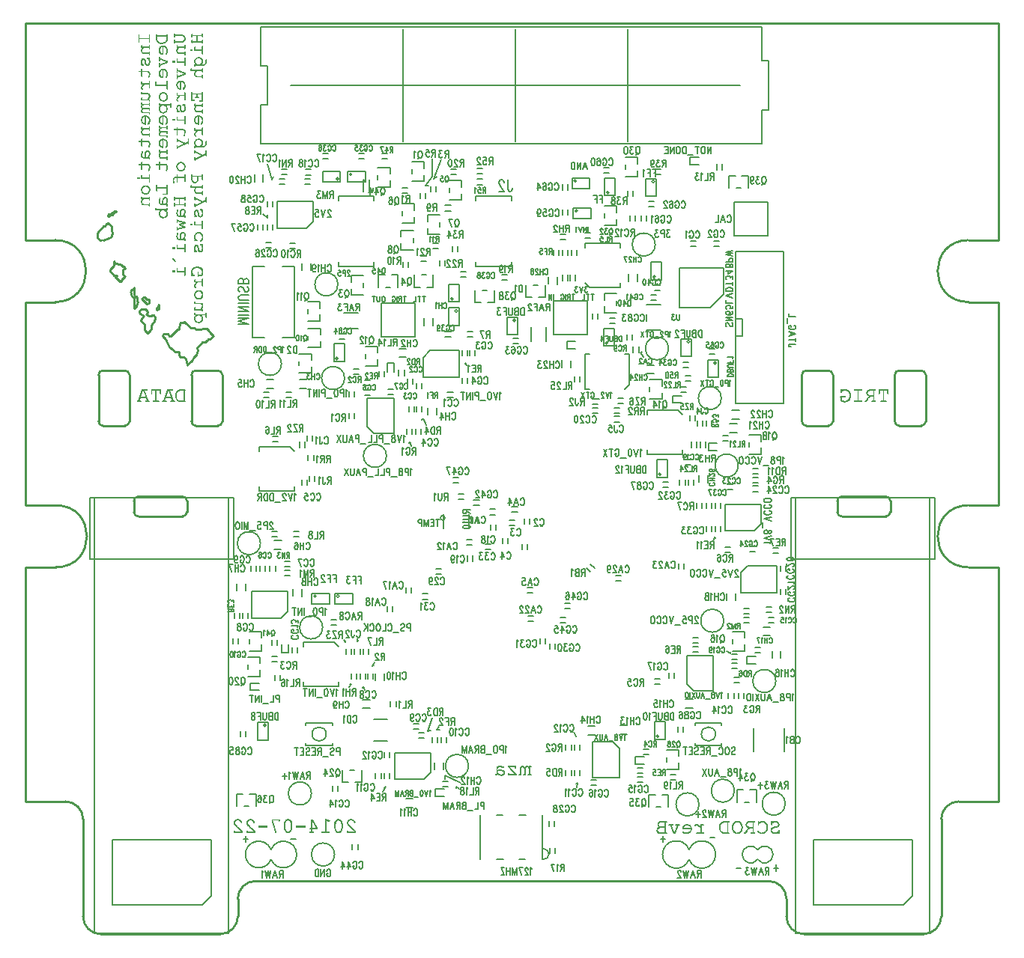
<source format=gbo>
*
*
G04 PADS 9.5 Build Number: 522968 generated Gerber (RS-274-X) file*
G04 PC Version=2.1*
*
%IN "SCROD.revB.layout.pcb"*%
*
%MOIN*%
*
%FSLAX35Y35*%
*
*
*
*
G04 PC Standard Apertures*
*
*
G04 Thermal Relief Aperture macro.*
%AMTER*
1,1,$1,0,0*
1,0,$1-$2,0,0*
21,0,$3,$4,0,0,45*
21,0,$3,$4,0,0,135*
%
*
*
G04 Annular Aperture macro.*
%AMANN*
1,1,$1,0,0*
1,0,$2,0,0*
%
*
*
G04 Odd Aperture macro.*
%AMODD*
1,1,$1,0,0*
1,0,$1-0.005,0,0*
%
*
*
G04 PC Custom Aperture Macros*
*
*
*
*
*
*
G04 PC Aperture Table*
*
%ADD010C,0.001*%
%ADD011C,0.005*%
%ADD012C,0.008*%
%ADD025C,0.01*%
%ADD097C,0.00591*%
*
*
*
*
G04 PC Circuitry*
G04 Layer Name SCROD.revB.layout.pcb - circuitry*
%LPD*%
*
G54D10*
G01X483740Y283520D02*
X479541D01*
Y281900*
X479625Y281731*
X479677Y281678*
X479730Y281731*
X479814Y281900*
Y283196*
X479864Y283246*
X481453*
X481503Y283196*
Y278523*
X481453Y278473*
X480530*
X480361Y278389*
X480299Y278327*
X480363Y278200*
X482918*
X482981Y278327*
X482919Y278389*
X482750Y278473*
X481827*
X481777Y278523*
Y283196*
X481827Y283246*
X483416*
X483466Y283196*
Y281900*
X483550Y281731*
X483603Y281678*
X483655Y281731*
X483740Y281900*
Y283520*
X478121Y283373D02*
X478059Y283436D01*
X477890Y283520*
X475663*
X475117Y283429*
X474572Y283066*
X474572D02*
X474211Y282615D01*
X474121Y282077*
X474211Y281716*
X474391Y281268*
X474842Y280997*
X475401Y280718*
X475414Y280638*
X474763Y279987*
X474393Y279431*
X473833Y278498*
X473790Y278473*
X473530*
X473383Y278327*
X473447Y278200*
X473950*
X474308Y278737*
X474586Y279200*
X474771Y279664*
X474782Y279680*
X475437Y280334*
X475446Y280342*
X475913Y280622*
X475939Y280630*
X477154*
X477204Y280580*
Y278523*
X477154Y278473*
X476512*
X476343Y278389*
X476280Y278327*
X476344Y278200*
X478058*
X478121Y278327*
X478059Y278389*
X477890Y278473*
X477528*
X477478Y278523*
Y283196*
X477528Y283246*
X478058*
X478121Y283373*
X477204Y283196D02*
Y280953D01*
X477154Y280903*
X475659*
X475640Y280907*
X475173Y281094*
X475169Y281096*
X474795Y281282*
X474776Y281299*
X474592Y281576*
X474408Y281759*
X474394Y281794*
Y282075*
X474395Y282087*
X474489Y282461*
X474497Y282479*
X474778Y282853*
X474792Y282865*
X475259Y283146*
X475275Y283152*
X475742Y283245*
X475752Y283246*
X477154*
X477204Y283196*
X472047Y283373D02*
X471984Y283436D01*
X471815Y283520*
X468848*
X468679Y283436*
X468617Y283373*
X468680Y283246*
X470145*
X470195Y283196*
Y278523*
X470145Y278473*
X468848*
X468679Y278389*
X468617Y278327*
X468680Y278200*
X471983*
X472047Y278327*
X471984Y278389*
X471815Y278473*
X470519*
X470469Y278523*
Y283196*
X470519Y283246*
X471983*
X472047Y283373*
X466917Y281230D02*
X466825Y281783D01*
X466642Y282425*
X466277Y282881*
X465727Y283339*
X465179Y283521*
X464629Y283613*
X463804Y283521*
X463064Y283152*
X462992Y283196*
Y283456*
X462928Y283520*
X462876*
X462803Y283447*
X462718Y283278*
Y282550*
X462798Y282312*
X462918*
X462995Y282466*
X463087Y282835*
X463113Y282867*
X463487Y283054*
X463493Y283057*
X464054Y283244*
X464060Y283245*
X464528Y283339*
X464546*
X465106Y283246*
X465117Y283243*
X465584Y283056*
X465595Y283049*
X465969Y282769*
X465981Y282757*
X466355Y282196*
X466359Y282187*
X466546Y281720*
X466549Y281711*
X466642Y281244*
X466643Y281234*
Y280486*
X466642Y280475*
X466455Y279634*
X466450Y279620*
X466076Y278966*
X466059Y278948*
X465311Y278481*
X465290Y278474*
X464355Y278380*
X464343*
X463689Y278474*
X463682Y278475*
X463028Y278662*
X462992Y278710*
Y280206*
X463042Y280256*
X464506*
X464570Y280383*
X464508Y280445*
X464339Y280530*
X462586*
X462417Y280445*
X462344Y280372*
Y280320*
X462408Y280256*
X462668*
X462718Y280206*
Y278556*
X463522Y278199*
X464442Y278107*
X465455Y278291*
X466277Y278748*
X466733Y279477*
X466825Y279934*
X466917Y280490*
Y281230*
X435354Y87148D02*
X435269Y87317D01*
X435217Y87369*
X435076Y87229*
X434986Y86776*
X434967Y86746*
X434593Y86466*
X434589Y86463*
X434121Y86182*
X434103Y86176*
X433448Y86082*
X433434*
X432780Y86176*
X432765Y86180*
X432204Y86461*
X432186Y86476*
X431906Y86849*
X431897Y86870*
X431804Y87337*
X431805Y87363*
X431992Y87923*
X432008Y87946*
X432476Y88320*
X432491Y88329*
X432771Y88422*
X432780Y88424*
X433432Y88517*
X434266Y88703*
X434810Y88975*
X435076Y89330*
X435166Y89870*
X435076Y90410*
X434716Y90861*
X434171Y91224*
X433441Y91315*
X432710Y91224*
X432064Y90855*
X431989Y90898*
Y90980*
X431905Y91149*
X431853Y91201*
X431800Y91149*
X431716Y90980*
Y89975*
X431800Y89806*
X431853Y89754*
X431905Y89806*
X431992Y89981*
X432084Y90349*
X432098Y90373*
X432378Y90653*
X432388Y90661*
X432855Y90941*
X432872Y90947*
X433433Y91041*
X433450*
X434010Y90947*
X434021Y90945*
X434488Y90758*
X434509Y90741*
X434790Y90367*
X434799Y90347*
X434892Y89880*
Y89858*
X434798Y89484*
X434790Y89466*
X434509Y89092*
X434492Y89078*
X434118Y88891*
X434096Y88885*
X433728*
X433361Y88794*
X432707Y88607*
X432703Y88606*
X432246Y88515*
X431978Y88336*
X431707Y88065*
X431529Y87709*
Y87350*
X431619Y86716*
X432071Y86264*
X432618Y85900*
X433439Y85809*
X434266Y85992*
X435008Y86363*
X435080Y86319*
Y86144*
X435165Y85974*
X435217Y85922*
X435269Y85974*
X435354Y86144*
Y87148*
X430027Y88932D02*
X429935Y89578D01*
X429752Y90126*
X429385Y90584*
X428928Y91041*
X428383Y91223*
X427835Y91315*
X426918Y91131*
X426178Y90669*
X426102Y90711*
Y90980*
X426017Y91149*
X425965Y91201*
X425912Y91149*
X425828Y90980*
Y89975*
X425912Y89806*
X425985Y89733*
X426027*
X426104Y89888*
X426197Y90256*
X426205Y90274*
X426485Y90648*
X426506Y90664*
X427160Y90944*
X427171Y90947*
X427732Y91041*
X427750*
X428218Y90947*
X428218D02*
X428220D01*
X428594Y90853*
X428613Y90844*
X429080Y90470*
X429090Y90459*
X429651Y89617*
X429659Y89597*
X429753Y88943*
Y88935*
Y88281*
X429752Y88270*
X429565Y87429*
X429557Y87411*
X429090Y86757*
X429078Y86745*
X428424Y86278*
X428407Y86270*
X427659Y86083*
X427647Y86082*
X427180*
X427161Y86085*
X426694Y86272*
X426682Y86279*
X426309Y86559*
X426303Y86564*
X425935Y86932*
X425788Y87005*
X425641Y86859*
Y86807*
X426183Y86265*
X426641Y85990*
X427096Y85808*
X427549*
X428470Y85992*
X428929Y86267*
X429201Y86449*
X429756Y87189*
X429935Y87458*
X430027Y88191*
Y88932*
X424409Y91075D02*
X424346Y91137D01*
X424177Y91222*
X421950*
X421404Y91131*
X420859Y90767*
X420498Y90316*
X420408Y89779*
X420498Y89418*
X420678Y88970*
X421129Y88699*
X421688Y88419*
X421701Y88339*
X421050Y87689*
X420680Y87133*
X420120Y86199*
X420077Y86175*
X419817*
X419670Y86028*
X419734Y85901*
X420237*
X420595Y86439*
X420873Y86902*
X421058Y87365*
X421070Y87382*
X421724Y88036*
X421733Y88044*
X422201Y88324*
X422226Y88331*
X423441*
X423491Y88281*
Y86225*
X423441Y86175*
X422799*
X422630Y86091*
X422568Y86028*
X422631Y85901*
X424345*
X424409Y86028*
X424346Y86091*
X424177Y86175*
X423815*
X423765Y86225*
Y90898*
X423815Y90948*
X424345*
X424409Y91075*
X423491Y90898D02*
Y88655D01*
X423441Y88605*
X421946*
X421927Y88609*
X421460Y88796*
X421456Y88797*
X421083Y88984*
X421063Y89001*
X420879Y89277*
X420696Y89461*
X420681Y89496*
Y89777*
X420683Y89789*
X420776Y90163*
X420785Y90180*
X421065Y90554*
X421079Y90567*
X421546Y90848*
X421562Y90854*
X422030Y90947*
X422039Y90948*
X423441*
X423491Y90898*
X418905Y88562D02*
X418721Y89666D01*
X418168Y90587*
X417896Y90858*
X417441Y91132*
X417075Y91223*
X416618Y91315*
X415980Y91224*
X415434Y90950*
X414976Y90492*
X414609Y89942*
X414425Y89299*
X414333Y88562*
X414425Y87824*
X414609Y87179*
X414975Y86539*
X415431Y86174*
X415980Y85900*
X416622Y85808*
X417074*
X417436Y85989*
X417896Y86265*
X418168Y86537*
X418721Y87458*
X418905Y88562*
X418632D02*
X418631Y88553D01*
X418444Y87525*
X418437Y87507*
X417970Y86759*
X417959Y86748*
X417399Y86280*
X417379Y86270*
X416631Y86083*
X416619Y86082*
X416245*
X416223Y86087*
X415475Y86461*
X415457Y86476*
X415177Y86849*
X415172Y86857*
X414798Y87605*
X414794Y87617*
X414607Y88552*
Y88573*
X414794Y89414*
X414798Y89423*
X415171Y90264*
X415185Y90282*
X415185D02*
X415839Y90843D01*
X415859Y90853*
X416607Y91040*
X416631*
X417379Y90853*
X417399Y90843*
X418053Y90282*
X418066Y90266*
X418066D02*
X418439Y89519D01*
X418444Y89506*
X418631Y88571*
X418632Y88562*
X412913Y91075D02*
X412851Y91137D01*
X412682Y91222*
X410736*
X409821Y91039*
X409551Y90769*
X409544Y90763*
X409273Y90582*
X408723Y89667*
X408632Y88839*
Y88285*
X408724Y87733*
X408908Y87179*
X409182Y86631*
X409729Y86175*
X410184Y85993*
X410735Y85901*
X412850*
X412913Y86028*
X412851Y86091*
X412682Y86175*
X412507*
X412457Y86225*
Y90898*
X412507Y90948*
X412850*
X412913Y91075*
X412183Y90898D02*
Y86225D01*
X412133Y86175*
X410731*
X410721Y86176*
X410254Y86270*
X410245Y86272*
X409778Y86459*
X409761Y86470*
X409387Y86844*
X409383Y86849*
X409102Y87223*
X409093Y87243*
X408906Y88178*
X408905Y88188*
Y88935*
X408906Y88943*
X408999Y89597*
X409006Y89616*
X409474Y90364*
X409485Y90376*
X409952Y90750*
X409971Y90760*
X410719Y90947*
X410731Y90948*
X412133*
X412183Y90898*
X401792Y86028D02*
X401729Y86091D01*
X401560Y86175*
X400638*
X400588Y86225*
Y89496*
X400638Y89546*
X401448*
X401511Y89673*
X401449Y89736*
X401280Y89820*
X400314*
Y88842*
X400231Y88804*
X399578Y89364*
X399120Y89731*
X398756Y89822*
X398753Y89823*
X398486Y89911*
X398135Y89824*
X397866Y89644*
X397688Y89467*
X397609Y89309*
X397678Y89172*
X397813*
X398172Y89532*
X398192Y89544*
X398472Y89637*
X398504*
X399065Y89450*
X399080Y89442*
X399547Y89068*
X399549Y89067*
X400297Y88412*
X400314Y88375*
Y86225*
X400264Y86175*
X398593*
X398424Y86091*
X398362Y86028*
X398426Y85901*
X401728*
X401792Y86028*
X396287Y87907D02*
X396105Y88728D01*
X395650Y89365*
X395012Y89729*
X394189Y89912*
X393366Y89729*
X392729Y89366*
X392275Y88638*
X392189Y87864*
X395965*
X396013Y87800*
X395826Y87146*
X395816Y87128*
X395349Y86567*
X395338Y86557*
X394777Y86184*
X394757Y86176*
X394103Y86082*
X394086Y86083*
X393151Y86270*
X393139Y86274*
X392391Y86648*
X392378Y86657*
X392320Y86715*
X392194Y86589*
X392267Y86442*
X392535Y86174*
X392991Y85992*
X393543Y85808*
X394090*
X394917Y85992*
X395649Y86449*
X396105Y87087*
X396287Y87907*
X395965Y88138D02*
X392507D01*
X392459Y88204*
X392646Y88764*
X392655Y88780*
X393028Y89247*
X393045Y89261*
X393606Y89541*
X393620Y89546*
X394181Y89639*
X394196*
X394850Y89546*
X394866Y89541*
X395426Y89261*
X395443Y89247*
X395817Y88780*
X395825Y88764*
X396012Y88204*
X395965Y88138*
X390951Y89673D02*
X390888Y89736D01*
X390719Y89820*
X389248*
X389078Y89736*
X389016Y89673*
X389080Y89546*
X389890*
X389936Y89478*
X388628Y86207*
X388582Y86175*
X388488*
X388442Y86207*
X387133Y89478*
X387180Y89546*
X387990*
X388053Y89673*
X387991Y89736*
X387822Y89820*
X386350*
X386181Y89736*
X386119Y89673*
X386183Y89546*
X386806*
X386852Y89514*
X388242Y85901*
X388828*
X390217Y89514*
X390264Y89546*
X390887*
X390951Y89673*
X385156Y91075D02*
X385094Y91137D01*
X384925Y91222*
X382604*
X382061Y91131*
X381608Y90769*
X381245Y90316*
X381156Y89872*
X381336Y89242*
X381888Y88690*
X381868Y88608*
X381322Y88426*
X381054Y88068*
X380872Y87703*
X380783Y87347*
X380964Y86620*
X381142Y86354*
X381502Y86083*
X381772Y85993*
X382231Y85901*
X385093*
X385156Y86028*
X385094Y86091*
X384925Y86175*
X384563*
X384513Y86225*
Y90898*
X384563Y90948*
X385093*
X385156Y91075*
X384239Y90898D02*
Y88842D01*
X384189Y88792*
X382413*
X382391Y88797*
X382017Y88984*
X382004Y88994*
X381630Y89367*
X381619Y89384*
X381432Y89851*
X381432D02*
X381430Y89882D01*
X381524Y90256*
X381532Y90274*
X381813Y90648*
X381830Y90662*
X382204Y90849*
X382217Y90854*
X382684Y90947*
X382694Y90948*
X384189*
X384239Y90898*
Y88468D02*
Y86225D01*
X384189Y86175*
X381946*
X381918Y86184*
X381638Y86371*
X381634Y86373*
X381167Y86747*
X381149Y86778*
X381056Y87338*
X381055Y87347*
Y87627*
X381063Y87655*
X381250Y87935*
X381264Y87949*
X381825Y88323*
X381830Y88326*
X382204Y88513*
X382226Y88518*
X384189*
X384239Y88468*
X324886Y115633D02*
X324824Y115695D01*
X324654Y115780*
X323969*
Y115362*
X323883Y115327*
X323427Y115783*
X322896Y115872*
X322454Y115695*
X322088Y115238*
X322017Y115231*
X321463Y115693*
X321018Y115871*
X320665Y115783*
X320311Y115606*
X320134Y115252*
X320043Y114889*
Y112185*
X319993Y112135*
X319631*
X319462Y112050*
X319400Y111988*
X319464Y111861*
X320317*
Y115082*
X320326Y115110*
X320513Y115390*
X320532Y115407*
X320906Y115594*
X320947Y115596*
X321414Y115409*
X321423Y115404*
X321703Y115217*
X321716Y115206*
X321996Y114832*
X322006Y114802*
Y112185*
X321956Y112135*
X321594*
X321425Y112050*
X321363Y111988*
X321426Y111861*
X322280*
Y115082*
X322288Y115110*
X322475Y115390*
X322494Y115407*
X322868Y115594*
X322900Y115598*
X323368Y115505*
X323393Y115491*
X323674Y115211*
X323678Y115206*
X323959Y114832*
X323969Y114802*
Y112185*
X323919Y112135*
X323557*
X323387Y112050*
X323325Y111988*
X323389Y111861*
X324822*
X324886Y111988*
X324824Y112050*
X324654Y112135*
X324292*
X324242Y112185*
Y115456*
X324292Y115506*
X324822*
X324886Y115633*
X318168Y112165D02*
X315190Y115422D01*
X315227Y115506*
X317750*
X317800Y115456*
Y115094*
X317885Y114925*
X317937Y114872*
X317990Y114925*
X318074Y115094*
Y115780*
X314810*
Y115475*
X317787Y112219*
X317750Y112135*
X315040*
X314990Y112185*
Y112547*
X314906Y112716*
X314853Y112768*
X314801Y112716*
X314716Y112547*
Y111861*
X318168*
Y112165*
X313026Y112841D02*
X312937Y113376D01*
X312487Y113826*
X311942Y114099*
X311019Y114191*
X310468*
X309820Y114006*
X309756Y114054*
Y114708*
X309758Y114720*
X309851Y115094*
X309865Y115117*
X310051Y115304*
X310064Y115314*
X310438Y115501*
X310452Y115505*
X311013Y115599*
X311031Y115598*
X311499Y115505*
X311501Y115504*
X312243Y115319*
X312486*
X312560Y115468*
Y115518*
X312406Y115596*
X312040Y115687*
X311388Y115780*
X311385Y115781*
X310927Y115872*
X310383Y115782*
X309839Y115510*
X309573Y115155*
X309483Y114703*
Y112185*
X309433Y112135*
X309071*
X308901Y112050*
X308839Y111988*
X308903Y111861*
X309756*
Y112372*
X309831Y112415*
X310665Y111952*
X311584Y111768*
X312219Y111859*
X312670Y112129*
X312938Y112487*
X313026Y112841*
X312751Y112823D02*
X312658Y112543D01*
X312652Y112531*
X312465Y112251*
X312435Y112230*
X312062Y112136*
X312059*
X311592Y112042*
X311582Y112041*
X311115*
X311096Y112045*
X310629Y112232*
X310618Y112238*
X310244Y112519*
X310243Y112520*
X309775Y112893*
X309756Y112933*
Y113680*
X309791Y113728*
X310351Y113915*
X310367Y113917*
X311021*
X311028*
X311775Y113823*
X311791Y113818*
X312352Y113538*
X312365Y113529*
X312646Y113248*
X312659Y113225*
X312752Y112851*
X312751Y112823*
X246717Y86882D02*
X244397Y89017D01*
X244392Y89023*
X244019Y89488*
X243741Y89766*
X243736Y89771*
X243456Y90145*
X243448Y90163*
X243354Y90537*
Y90559*
X243447Y91026*
X243453Y91042*
X243734Y91509*
X243751Y91527*
X244218Y91807*
X244236Y91813*
X244796Y91907*
X244814*
X245282Y91813*
X245294Y91809*
X245668Y91622*
X245681Y91613*
X246055Y91239*
X246064Y91226*
X246331Y90693*
X246456*
X246526Y90833*
X246441Y91088*
X246261Y91358*
X245620Y91999*
X245261Y92089*
X244803Y92181*
X244169Y92090*
X243623Y91726*
X243170Y91182*
X243079Y90551*
X243170Y90100*
X243442Y89646*
X245399Y87689*
X246425Y86849*
X246443Y86811*
Y86717*
X246393Y86667*
X243403*
X243353Y86717*
Y86799*
X243268Y86968*
X243216Y87020*
X243163Y86968*
X243079Y86799*
Y86394*
X246717*
Y86882*
X240829Y89704D02*
X240644Y90815D01*
X240279Y91637*
X239737Y91999*
X239104Y92179*
X238473Y91999*
X238020Y91637*
X237746Y91179*
X237470Y90628*
X237378Y89706*
Y88778*
X237563Y87669*
X238022Y86841*
X238473Y86391*
X239104Y86301*
X239737Y86391*
X240192Y86755*
X240367Y86930*
X240457Y87290*
X240461Y87300*
X240737Y87853*
X240829Y88776*
Y89704*
X240555Y89615D02*
Y88773D01*
Y88764*
X240368Y87736*
X240367Y87733*
X240274Y87359*
X240267Y87344*
X240080Y87063*
X240073Y87056*
X239700Y86682*
X239673Y86668*
X239112Y86575*
X239095*
X238535Y86668*
X238504Y86685*
X238037Y87246*
X238030Y87258*
X237749Y87913*
X237745Y87927*
X237652Y88768*
Y88773*
Y89615*
Y89623*
X237840Y90652*
X237933Y91120*
X237940Y91138*
X238127Y91418*
X238139Y91430*
X238513Y91711*
X238527Y91718*
X239088Y91905*
X239119*
X239680Y91718*
X239700Y91706*
X240167Y91239*
X240178Y91221*
X240459Y90473*
X240462Y90461*
X240555Y89620*
Y89615*
X235201Y91484D02*
X235058Y91626D01*
X233266Y92164*
Y86717*
X233216Y86667*
X231919*
X231750Y86583*
X231688Y86521*
X231751Y86394*
X235054*
X235117Y86521*
X235055Y86583*
X234886Y86667*
X233590*
X233540Y86717*
Y91671*
X233603Y91719*
X234905Y91347*
X235064*
X235201Y91484*
X229705Y88297D02*
X227486Y92088D01*
X226911*
Y88213*
X226861Y88163*
X226588*
X226350Y88083*
Y87889*
X226861*
X226911Y87839*
Y86717*
X226861Y86667*
X226592*
X226423Y86583*
X226361Y86521*
X226424Y86394*
X228045*
X228108Y86521*
X228046Y86583*
X227877Y86667*
X227234*
X227184Y86717*
Y87839*
X227234Y87889*
X229623*
X229705Y88297*
X229290Y88163D02*
X227234D01*
X227184Y88213*
Y91764*
X227234Y91814*
X227328*
X227372Y91788*
X229334Y88237*
X229290Y88163*
X224194Y89191D02*
X220369D01*
X220369D02*
Y88730D01*
X220369D02*
X224194D01*
Y89191*
X218399Y89704D02*
X218214Y90815D01*
X217849Y91637*
X217307Y91999*
X216674Y92179*
X216043Y91999*
X215590Y91637*
X215316Y91179*
X215040Y90628*
X214948Y89706*
Y88778*
X215133Y87669*
X215592Y86841*
X216043Y86391*
X216674Y86301*
X217307Y86391*
X217762Y86755*
X217937Y86930*
X218027Y87290*
X218031Y87300*
X218307Y87853*
X218399Y88776*
Y89704*
X218126Y89615D02*
Y88773D01*
X218125Y88764*
X217938Y87736*
X217937Y87733*
X217844Y87359*
X217837Y87344*
X217650Y87063*
X217644Y87056*
X217270Y86682*
X217243Y86668*
X216682Y86575*
X216665*
X216105Y86668*
X216074Y86685*
X215607Y87246*
X215600Y87258*
X215319Y87913*
X215316Y87927*
X215222Y88768*
Y88773*
Y89615*
X215223Y89623*
X215410Y90652*
X215503Y91120*
X215511Y91138*
X215697Y91418*
X215709Y91430*
X216083Y91711*
X216097Y91718*
X216658Y91905*
X216689*
X217250Y91718*
X217270Y91706*
X217737Y91239*
X217748Y91221*
X218029Y90473*
X218032Y90461*
X218125Y89620*
X218126Y89615*
X212885Y92088D02*
X209527D01*
Y91584*
X211019Y86549*
X211097Y86394*
X211148*
X211297Y86468*
Y86616*
X209803Y91563*
X209801Y91577*
Y91764*
X209851Y91814*
X212561*
X212611Y91764*
Y91495*
X212696Y91326*
X212748Y91274*
X212801Y91326*
X212885Y91495*
Y92088*
X207371Y89191D02*
X203546D01*
Y88730*
X207371*
Y89191*
X201857Y86882D02*
X199537Y89017D01*
X199532Y89023*
X199160Y89488*
X198881Y89766*
X198877Y89771*
X198596Y90145*
X198588Y90163*
X198494Y90537*
Y90559*
X198587Y91026*
X198593Y91042*
X198874Y91509*
X198891Y91527*
X199358Y91807*
X199376Y91813*
X199936Y91907*
X199954*
X200422Y91813*
X200434Y91809*
X200808Y91622*
X200821Y91613*
X201195Y91239*
X201204Y91226*
X201471Y90693*
X201596*
X201666Y90833*
X201582Y91088*
X201401Y91358*
X200760Y91999*
X200401Y92089*
X199943Y92181*
X199309Y92090*
X198763Y91726*
X198310Y91182*
X198220Y90551*
X198310Y90100*
X198583Y89646*
X200539Y87689*
X201565Y86849*
X201583Y86811*
Y86717*
X201533Y86667*
X198543*
X198493Y86717*
Y86799*
X198408Y86968*
X198356Y87020*
X198304Y86968*
X198219Y86799*
Y86394*
X201857*
Y86882*
X196250D02*
X193930Y89017D01*
X193924Y89023*
X193552Y89488*
X193274Y89766*
X193269Y89771*
X192989Y90145*
X192980Y90163*
X192887Y90537*
X192886Y90559*
X192980Y91026*
X192986Y91042*
X193266Y91509*
X193283Y91527*
X193751Y91807*
X193768Y91813*
X194329Y91907*
X194347*
X194814Y91813*
X194827Y91809*
X195201Y91622*
X195214Y91613*
X195588Y91239*
X195588D02*
X195597Y91226D01*
X195863Y90693*
X195989*
X196059Y90833*
X195974Y91088*
X195794Y91358*
X195153Y91999*
X194794Y92089*
X194336Y92181*
X193701Y92090*
X193156Y91726*
X192702Y91182*
X192612Y90551*
X192702Y90100*
X192975Y89646*
X194932Y87689*
X195958Y86849*
X195976Y86811*
Y86717*
X195926Y86667*
X192935*
X192885Y86717*
Y86799*
X192801Y86968*
X192748Y87020*
X192696Y86968*
X192611Y86799*
Y86394*
X196250*
Y86882*
X180333Y317630D02*
X180220Y317687D01*
X180165Y317632*
X180087Y317477*
Y317143*
X180037Y317093*
X175368*
X175318Y317143*
Y317630*
X175205Y317687*
X175150Y317632*
X175072Y317477*
Y316847*
X175714*
X175749Y316761*
X175406Y316418*
X175155Y316084*
X174986Y315239*
X175071Y314735*
X175239Y314315*
X175576Y313893*
X175910Y313642*
X176418Y313473*
X176837Y313389*
X177598Y313558*
X178185Y313893*
X178520Y314480*
X178689Y315241*
X178520Y316084*
X178270Y316418*
X177927Y316761*
X177962Y316847*
X180037*
X180087Y316797*
Y315944*
X180165Y315789*
X180210Y315743*
X180255Y315789*
X180333Y315944*
Y317630*
X178444Y315233D02*
X178357Y314628D01*
X178349Y314607*
X178004Y314088*
X177990Y314075*
X177471Y313729*
X177450Y313721*
X176845Y313634*
X176831*
X176226Y313721*
X176205Y313729*
X175686Y314075*
X175672Y314088*
X175326Y314607*
X175318Y314628*
X175232Y315233*
Y315247*
X175318Y315853*
X175326Y315873*
X175672Y316392*
X175686Y316406*
X176205Y316752*
X176226Y316760*
X176831Y316846*
X176845*
X177450Y316760*
X177471Y316752*
X177990Y316406*
X178004Y316392*
X178349Y315873*
X178357Y315853*
X178444Y315247*
Y315233*
X180333Y369165D02*
X180220Y369221D01*
X180165Y369166*
X180087Y369011*
Y367899*
X180058Y367853*
X178761Y367248*
X178718*
X175346Y368891*
X175318Y368936*
Y369165*
X175183Y369232*
X175129*
X175072Y369175*
Y368256*
X175150Y368101*
X175205Y368046*
X175318Y368103*
Y368590*
X175390Y368635*
X178416Y367165*
Y367075*
X175390Y365606*
X175318Y365651*
Y366225*
X175205Y366281*
X175150Y366226*
X175072Y366071*
Y365230*
X175150Y365075*
X175216Y365009*
X175261*
X175318Y365066*
Y365305*
X175346Y365350*
X180015Y367598*
X180087Y367553*
Y367219*
X180165Y367064*
X180210Y367018*
X180255Y367064*
X180333Y367219*
Y369165*
Y389917D02*
X180220Y389973D01*
X180165Y389918*
X180087Y389763*
Y388651*
X180058Y388605*
X178761Y388000*
X178718Y388001*
X175346Y389643*
X175318Y389688*
Y389917*
X175183Y389984*
X175129*
X175072Y389927*
Y389008*
X175150Y388853*
X175205Y388798*
X175318Y388855*
Y389342*
X175390Y389387*
X178416Y387918*
Y387828*
X175390Y386358*
X175318Y386403*
Y386977*
X175205Y387034*
X175150Y386978*
X175072Y386823*
Y385982*
X175150Y385827*
X175216Y385761*
X175261*
X175318Y385818*
Y386057*
X175346Y386102*
X180015Y388350*
X180087Y388305*
Y387971*
X180165Y387816*
X180210Y387770*
X180255Y387816*
X180333Y387971*
Y389917*
X178776Y321034D02*
X178692Y321450D01*
X178529Y321776*
X178117Y322024*
X177698Y322108*
X175368*
X175318Y322158*
Y322646*
X175205Y322702*
X175150Y322647*
X175072Y322492*
Y321862*
X177703*
X177715Y321860*
X178061Y321774*
X178084Y321761*
X178257Y321588*
X178263Y321580*
X178436Y321321*
X178442Y321309*
X178528Y321049*
X178530Y321024*
X178357Y320159*
X178351Y320143*
X178091Y319711*
X178084Y319701*
X177738Y319355*
X177703Y319341*
X175368*
X175318Y319391*
Y320138*
X175205Y320195*
X175150Y320139*
X175072Y319984*
Y319095*
X178394*
X178444Y319045*
Y318711*
X178522Y318556*
X178577Y318500*
X178690Y318557*
Y319341*
X178221*
X178178Y319415*
X178606Y320186*
X178776Y321034*
X178775Y325789D02*
X178607Y326547D01*
X178186Y327137*
X177595Y327559*
X176924Y327727*
X176167Y327558*
X175577Y327137*
X175155Y326547*
X174987Y325789*
X175155Y325032*
X175577Y324442*
X176167Y324020*
X176924Y323852*
X177596Y324020*
X178271Y324441*
X178271D02*
X178607Y325029D01*
X178775Y325789*
X178530Y325782D02*
X178444Y325177D01*
X178436Y325156*
X178090Y324637*
X178080Y324627*
X177562Y324194*
X177537Y324183*
X176931Y324097*
X176918*
X176226Y324183*
X176201Y324194*
X175682Y324627*
X175672Y324637*
X175326Y325156*
X175318Y325177*
X175232Y325782*
Y325796*
X175318Y326402*
X175330Y326427*
X175762Y326945*
X175768Y326952*
X176287Y327384*
X176312Y327395*
X176917Y327482*
X176931*
X177537Y327395*
X177562Y327384*
X178080Y326952*
X178090Y326941*
X178436Y326422*
X178444Y326402*
X178530Y325796*
Y325782*
X178690Y332762D02*
X178577Y332819D01*
X178522Y332763*
X178444Y332608*
Y331755*
X178394Y331705*
X175368*
X175318Y331755*
Y332503*
X175205Y332559*
X175150Y332504*
X175072Y332349*
Y331460*
X175973*
X176011Y331377*
X175493Y330772*
X175154Y330349*
X175071Y330014*
X175070Y330010*
X174988Y329765*
X175068Y329441*
X175234Y329193*
X175398Y329030*
X175541Y328958*
X175664Y329019*
Y329141*
X175333Y329472*
X175321Y329492*
X175234Y329751*
Y329783*
X175407Y330301*
X175415Y330317*
X175761Y330749*
X175763Y330751*
X176368Y331443*
X176406Y331460*
X178394*
X178444Y331410*
Y329865*
X178522Y329710*
X178577Y329655*
X178690Y329711*
Y332762*
X178776Y335904D02*
X178606Y336840D01*
X178184Y337600*
X177511Y338020*
X177088Y338105*
X176574Y338190*
X175891*
X175379Y338105*
X174786Y337936*
X174366Y337599*
X173942Y337092*
X173774Y336586*
X173689Y336077*
X173774Y335315*
X174116Y334631*
X174071Y334559*
X173832*
X173775Y334502*
Y334457*
X173841Y334391*
X173996Y334313*
X174668*
X174886Y334386*
Y334492*
X174745Y334562*
X174405Y334647*
X174372Y334673*
X174199Y335019*
X174196Y335025*
X174024Y335544*
X174022Y335550*
X173935Y335983*
X173934Y335992*
X173935Y336001*
X174022Y336519*
X174025Y336530*
X174197Y336962*
X174204Y336973*
X174463Y337319*
X174476Y337331*
X174994Y337677*
X175004Y337682*
X175436Y337855*
X175445Y337857*
X175877Y337944*
X175887Y337945*
X176578*
X176589Y337943*
X177368Y337770*
X177381Y337765*
X177987Y337419*
X178004Y337402*
X178437Y336711*
X178444Y336689*
X178531Y335824*
Y335819*
X178530Y335812*
X178444Y335207*
X178442Y335200*
X178269Y334595*
X178221Y334559*
X176838*
X176788Y334609*
Y335961*
X176675Y336018*
X176620Y335963*
X176542Y335808*
Y334188*
X176620Y334033*
X176686Y333967*
X176731*
X176788Y334024*
Y334263*
X176838Y334313*
X178362*
X178691Y335054*
X178776Y335904*
Y346541D02*
X178692Y347304D01*
X178351Y347900*
X178394Y347975*
X178633*
X178690Y348032*
Y348077*
X178624Y348143*
X178469Y348221*
X177801*
X177646Y348143*
X177600Y348098*
X177728Y347970*
X178061Y347887*
X178084Y347874*
X178257Y347701*
X178266Y347688*
X178439Y347342*
X178444Y347325*
X178530Y346547*
X178531Y346541*
X178530Y346534*
X178444Y345929*
X178441Y345917*
X178268Y345485*
X178257Y345468*
X177997Y345209*
X177978Y345197*
X177718Y345110*
X177687*
X177427Y345197*
X177408Y345209*
X177148Y345468*
X177137Y345485*
X176964Y345917*
X176961Y345929*
X176875Y346534*
X176789Y347051*
X176705Y347471*
X176375Y347883*
X175968Y348046*
X175566Y347965*
X175239Y347638*
X175071Y347135*
X174986Y346541*
X175071Y345864*
X175326Y345353*
X175304Y345286*
X175138Y345203*
X175093Y345158*
X175138Y345112*
X175293Y345035*
X175875*
X176030Y345112*
X176096Y345179*
Y345213*
X175954Y345284*
X175698Y345370*
X175678Y345382*
X175506Y345555*
X175494Y345572*
X175322Y346004*
X175319Y346014*
X175232Y346533*
Y346550*
X175319Y347068*
X175322Y347079*
X175494Y347511*
X175506Y347528*
X175678Y347701*
X175691Y347710*
X175864Y347797*
X175903Y347799*
X176162Y347713*
X176188Y347693*
X176361Y347434*
X176367Y347422*
X176453Y347162*
X176455Y347155*
X176541Y346636*
X176542Y346635*
X176628Y346031*
X176713Y345607*
X176879Y345274*
X177124Y345029*
X177371Y344946*
X177704Y344863*
X178110Y344945*
X178440Y345274*
X178691Y345778*
X178776Y346541*
Y351643D02*
X178692Y352403D01*
X178272Y352990*
X178272D02*
X177682Y353412D01*
X176924Y353580*
X176167Y353412*
X175577Y352990*
X175577D02*
X175155Y352401D01*
X174986Y351554*
X175071Y350794*
X175411Y350198*
X175368Y350123*
X175293*
X175138Y350045*
X175093Y350000*
X175138Y349955*
X175293Y349877*
X175961*
X176117Y349955*
X176183Y350021*
Y350056*
X176040Y350127*
X175784Y350212*
X175760Y350229*
X175501Y350575*
X175494Y350587*
X175322Y351019*
X175318Y351031*
X175232Y351636*
X175231Y351643*
X175232Y351649*
X175318Y352341*
X175330Y352367*
X175762Y352885*
X175773Y352895*
X176291Y353241*
X176312Y353249*
X176917Y353335*
X176931*
X177537Y353249*
X177557Y353241*
X178076Y352895*
X178092Y352878*
X178438Y352273*
X178444Y352255*
X178530Y351650*
X178531Y351643*
Y351211*
X178528Y351195*
X178355Y350676*
X178353Y350669*
X178180Y350324*
X178174Y350315*
X177828Y349882*
X177824Y349878*
X177763Y349817*
X177820Y349704*
X177867*
X178104Y349783*
X178352Y350113*
X178691Y350792*
X178776Y351643*
X178690Y358616D02*
X178577Y358672D01*
X178522Y358617*
X178444Y358462*
Y357090*
X178394Y357040*
X175368*
X175318Y357090*
Y358270*
X175205Y358326*
X175150Y358271*
X175072Y358116*
Y356794*
X178394*
X178444Y356744*
Y355373*
X178522Y355218*
X178577Y355162*
X178690Y355219*
Y358616*
X178776Y362105D02*
X178692Y362868D01*
X178351Y363464*
X178394Y363539*
X178633*
X178690Y363596*
Y363641*
X178624Y363707*
X178469Y363785*
X177801*
X177646Y363707*
X177600Y363662*
X177728Y363534*
X178061Y363451*
X178084Y363438*
X178257Y363265*
X178266Y363252*
X178439Y362906*
X178444Y362889*
X178530Y362111*
X178531Y362105*
X178530Y362098*
X178444Y361493*
X178441Y361482*
X178268Y361049*
X178257Y361032*
X177997Y360773*
X177978Y360761*
X177718Y360674*
X177687*
X177427Y360761*
X177408Y360773*
X177148Y361032*
X177137Y361049*
X176964Y361482*
X176961Y361493*
X176875Y362098*
X176789Y362615*
X176705Y363035*
X176375Y363447*
X175968Y363610*
X175566Y363529*
X175239Y363202*
X175071Y362699*
X174986Y362105*
X175071Y361428*
X175326Y360917*
X175304Y360850*
X175138Y360767*
X175093Y360722*
X175138Y360677*
X175293Y360599*
X175875*
X176030Y360677*
X176096Y360743*
Y360777*
X175954Y360849*
X175698Y360934*
X175678Y360946*
X175506Y361119*
X175494Y361136*
X175322Y361568*
X175319Y361578*
X175232Y362097*
Y362114*
X175319Y362632*
X175322Y362643*
X175494Y363075*
X175506Y363092*
X175678Y363265*
X175691Y363274*
X175864Y363361*
X175903Y363363*
X176162Y363277*
X176188Y363257*
X176361Y362998*
X176367Y362986*
X176453Y362726*
X176455Y362719*
X176541Y362200*
X176542Y362199*
X176628Y361595*
X176713Y361171*
X176879Y360838*
X177124Y360593*
X177371Y360511*
X177704Y360427*
X178110Y360509*
X178440Y360838*
X178691Y361342*
X178776Y362105*
X178690Y374526D02*
X178577Y374582D01*
X178522Y374527*
X178444Y374372*
Y374038*
X178394Y373988*
X173725*
X173675Y374038*
Y374536*
X173629Y374582*
X173503Y374519*
X173429Y374372*
Y373742*
X175627*
X175663Y373657*
X175323Y373316*
X175156Y372983*
X174987Y372308*
X175154Y371640*
X175569Y371142*
X175899Y371060*
X175903Y371059*
X176154Y370975*
X178394*
X178444Y370925*
Y370591*
X178522Y370436*
X178577Y370381*
X178690Y370437*
Y371759*
X178577Y371815*
X178522Y371760*
X178444Y371605*
Y371271*
X178394Y371221*
X176233*
X176220Y371222*
X175875Y371309*
X175864Y371313*
X175519Y371486*
X175496Y371508*
X175323Y371854*
X175319Y371866*
X175232Y372299*
Y372318*
X175319Y372751*
X175321Y372757*
X175407Y373016*
X175419Y373036*
X176111Y373727*
X176146Y373742*
X178394*
X178444Y373692*
Y373358*
X178522Y373203*
X178577Y373148*
X178690Y373204*
Y374526*
Y379281D02*
X178577Y379338D01*
X178522Y379283*
X178444Y379128*
Y378794*
X178394Y378744*
X174071*
X174021Y378794*
Y379281*
X173908Y379338*
X173853Y379283*
X173775Y379128*
Y377154*
X173859Y376564*
X174193Y376063*
X174695Y375728*
X175192Y375645*
X175777Y375812*
X176194Y376146*
X176530Y376735*
X176615Y377327*
Y378448*
X176665Y378498*
X178394*
X178444Y378448*
Y377249*
X178522Y377094*
X178577Y377039*
X178690Y377095*
Y379281*
X176369Y378448D02*
Y376978D01*
X176366Y376959*
X176193Y376527*
X176188Y376518*
X176015Y376258*
X176001Y376244*
X175742Y376071*
X175730Y376066*
X175211Y375893*
X175185Y375891*
X174753Y375978*
X174733Y375987*
X174387Y376246*
X174374Y376260*
X174115Y376693*
X174108Y376710*
X174022Y377229*
X174021Y377237*
Y378448*
X174071Y378498*
X176319*
X176369Y378448*
X174107Y357213D02*
X173256D01*
Y356794*
X174107*
Y357213*
X180333Y394240D02*
X180220Y394297D01*
X180165Y394241*
X180087Y394086*
Y393061*
X180085Y393045*
X179912Y392526*
X179900Y392506*
X179467Y392074*
X179442Y392060*
X179009Y391974*
X179000Y391973*
X177962*
X177932Y392063*
X178272Y392318*
X178520Y392649*
X178689Y393491*
X178521Y394079*
X178185Y394667*
X177598Y395002*
X176839Y395171*
X176165Y395002*
X175575Y394665*
X175154Y394076*
X174987Y393491*
X175155Y392649*
X175404Y392318*
X175744Y392063*
X175714Y391973*
X175072*
Y391343*
X175150Y391188*
X175205Y391133*
X175318Y391189*
Y391677*
X175368Y391727*
X178993*
X179581Y391895*
X179999Y392229*
X180249Y392646*
X180333Y393151*
Y394240*
X178444Y393493D02*
Y393486D01*
X178357Y392881*
X178347Y392856*
X178001Y392424*
X177990Y392414*
X177471Y392068*
X177450Y392060*
X176845Y391973*
X176831*
X176226Y392060*
X176205Y392068*
X175686Y392414*
X175675Y392424*
X175329Y392856*
X175318Y392881*
X175232Y393486*
X175231Y393493*
X175232Y393501*
X175319Y394020*
X175329Y394043*
X175675Y394475*
X175686Y394486*
X176205Y394832*
X176226Y394839*
X176831Y394926*
X176845*
X177450Y394839*
X177471Y394832*
X177990Y394486*
X178001Y394475*
X178347Y394043*
X178357Y394020*
X178444Y393501*
Y393493*
X178690Y400206D02*
X178577Y400263D01*
X178522Y400208*
X178444Y400053*
Y399200*
X178394Y399150*
X175368*
X175318Y399200*
Y399947*
X175205Y400004*
X175150Y399948*
X175072Y399793*
Y398904*
X175973*
X176011Y398821*
X175493Y398217*
X175154Y397794*
X175071Y397458*
X175070Y397455*
X174988Y397209*
X175068Y396886*
X175234Y396638*
X175398Y396474*
X175541Y396402*
X175664Y396464*
Y396585*
X175333Y396916*
X175321Y396936*
X175234Y397195*
Y397227*
X175407Y397746*
X175415Y397761*
X175761Y398193*
X175763Y398195*
X176368Y398887*
X176406Y398904*
X178394*
X178444Y398854*
Y397309*
X178522Y397154*
X178577Y397099*
X178690Y397155*
Y400206*
X178777Y403518D02*
X178607Y404282D01*
X178184Y404958*
X177595Y405379*
X176838Y405547*
X176080Y405379*
X175492Y404959*
X175156Y404370*
X174987Y403610*
X175156Y402850*
X175492Y402262*
X176163Y401842*
X176874Y401763*
Y405252*
X176938Y405300*
X177543Y405128*
X177562Y405118*
X178080Y404686*
X178090Y404675*
X178436Y404156*
X178444Y404135*
X178530Y403530*
X178531Y403523*
X178530Y403513*
X178357Y402649*
X178353Y402636*
X178007Y401944*
X177997Y401931*
X177946Y401880*
X178058Y401768*
X178192Y401835*
X178438Y402081*
X178607Y402503*
X178777Y403012*
Y403518*
X176628Y405252D02*
Y402053D01*
X176563Y402006*
X176044Y402179*
X176028Y402187*
X175596Y402533*
X175583Y402550*
X175323Y403068*
X175319Y403083*
X175232Y403601*
X175231Y403610*
X175232Y403617*
X175318Y404222*
X175323Y404237*
X175583Y404756*
X175596Y404773*
X176028Y405119*
X176044Y405127*
X176563Y405300*
X176628Y405252*
X178690Y410842D02*
X178577Y410898D01*
X178522Y410843*
X178444Y410688*
Y410354*
X178394Y410304*
X175368*
X175318Y410354*
Y410842*
X175205Y410898*
X175150Y410843*
X175072Y410688*
Y410058*
X175627*
X175663Y409973*
X175323Y409633*
X175156Y409299*
X174987Y408624*
X175154Y407871*
X175566Y407459*
X175899Y407376*
X175903Y407375*
X176154Y407291*
X178394*
X178444Y407241*
Y406907*
X178522Y406752*
X178577Y406697*
X178690Y406753*
Y408075*
X178577Y408131*
X178522Y408076*
X178444Y407921*
Y407587*
X178394Y407537*
X176233*
X176220Y407539*
X175875Y407625*
X175864Y407629*
X175519Y407802*
X175496Y407824*
X175323Y408170*
X175319Y408182*
X175232Y408615*
X175233Y408638*
X175406Y409244*
X175414Y409260*
X175674Y409606*
X175678Y409611*
X176111Y410043*
X176146Y410058*
X178394*
X178444Y410008*
Y409674*
X178522Y409519*
X178577Y409464*
X178690Y409520*
Y410842*
Y415943D02*
X178577Y416000D01*
X178522Y415945*
X178444Y415790*
Y415456*
X178394Y415406*
X174071*
X174021Y415456*
Y415943*
X173908Y416000*
X173853Y415945*
X173775Y415790*
Y412220*
X174924*
X175079Y412297*
X175124Y412343*
X175079Y412388*
X174924Y412466*
X174071*
X174021Y412516*
Y415110*
X174071Y415160*
X175973*
X176023Y415110*
Y413899*
X175973Y413849*
X175639*
X175484Y413772*
X175439Y413726*
X175484Y413681*
X175639Y413603*
X176653*
X176808Y413681*
X176854Y413726*
X176808Y413772*
X176653Y413849*
X176319*
X176269Y413899*
Y415110*
X176319Y415160*
X178394*
X178444Y415110*
Y412343*
X178394Y412293*
X177368*
X177213Y412215*
X177168Y412170*
X177213Y412124*
X177368Y412047*
X178690*
Y415943*
Y426406D02*
X178577Y426462D01*
X178522Y426407*
X178444Y426252*
Y425918*
X178394Y425868*
X173725*
X173675Y425918*
Y426416*
X173629Y426462*
X173503Y426400*
X173429Y426252*
Y425622*
X175627*
X175663Y425537*
X175323Y425197*
X175156Y424863*
X174987Y424189*
X175154Y423520*
X175569Y423023*
X175899Y422940*
X175903Y422939*
X176154Y422855*
X178394*
X178444Y422805*
Y422471*
X178522Y422316*
X178577Y422261*
X178690Y422317*
Y423639*
X178577Y423696*
X178522Y423640*
X178444Y423485*
Y423151*
X178394Y423101*
X176233*
X176220Y423103*
X175875Y423189*
X175864Y423193*
X175519Y423366*
X175496Y423388*
X175323Y423734*
X175319Y423747*
X175232Y424179*
Y424198*
X175319Y424631*
X175321Y424637*
X175407Y424896*
X175419Y424916*
X176111Y425608*
X176146Y425622*
X178394*
X178444Y425572*
Y425238*
X178522Y425083*
X178577Y425028*
X178690Y425084*
Y426406*
X180333Y430556D02*
X180220Y430613D01*
X180165Y430558*
X180087Y430403*
X180087D02*
Y429377D01*
X180085Y429361*
X179912Y428842*
X179900Y428823*
X179467Y428390*
X179442Y428377*
X179009Y428290*
X179000Y428289*
X177962*
X177932Y428379*
X178272Y428634*
X178520Y428965*
X178689Y429807*
X178521Y430395*
X178185Y430983*
X177598Y431318*
X176839Y431487*
X176165Y431319*
X175575Y430982*
X175154Y430392*
X174987Y429807*
X175155Y428965*
X175404Y428634*
X175744Y428379*
X175714Y428289*
X175072*
Y427659*
X175150Y427504*
X175205Y427449*
X175318Y427505*
Y427993*
X175368Y428043*
X178993*
X179581Y428211*
X179999Y428545*
X180249Y428962*
X180333Y429467*
Y430556*
X178444Y429809D02*
Y429802D01*
X178357Y429197*
X178347Y429173*
X178001Y428740*
X177990Y428730*
X177471Y428384*
X177450Y428376*
X176845Y428290*
X176831*
X176226Y428376*
X176205Y428384*
X175686Y428730*
X175675Y428740*
X175329Y429173*
X175318Y429197*
X175232Y429802*
X175231Y429809*
X175232Y429817*
X175319Y430336*
X175329Y430359*
X175675Y430791*
X175686Y430802*
X176205Y431148*
X176226Y431156*
X176831Y431242*
X176845*
X177450Y431156*
X177471Y431148*
X177990Y430802*
X178001Y430791*
X178347Y430359*
X178357Y430336*
X178444Y429817*
Y429809*
X178690Y436436D02*
X178577Y436493D01*
X178522Y436437*
X178444Y436282*
Y434911*
X178394Y434861*
X175368*
X175318Y434911*
Y436090*
X175205Y436147*
X175150Y436092*
X175072Y435936*
Y434615*
X178394*
X178444Y434565*
Y433193*
X178522Y433038*
X178577Y432983*
X178690Y433039*
Y436436*
Y441970D02*
X178577Y442027D01*
X178522Y441971*
X178444Y441816*
Y441482*
X178394Y441432*
X174071*
X174021Y441482*
Y441797*
X173908Y441854*
X173853Y441798*
X173775Y441643*
Y440802*
X173853Y440647*
X173908Y440592*
X174021Y440648*
Y441136*
X174071Y441186*
X175973*
X176023Y441136*
Y438715*
X175973Y438665*
X174071*
X174021Y438715*
Y439203*
X173908Y439260*
X173853Y439204*
X173775Y439049*
Y438208*
X173853Y438053*
X173908Y437998*
X174021Y438054*
Y438369*
X174071Y438419*
X178394*
X178444Y438369*
Y438035*
X178522Y437880*
X178577Y437825*
X178690Y437881*
Y439203*
X178577Y439260*
X178522Y439204*
X178444Y439049*
Y438715*
X178394Y438665*
X176319*
X176269Y438715*
Y441136*
X176319Y441186*
X178394*
X178444Y441136*
Y440802*
X178522Y440647*
X178577Y440592*
X178690Y440648*
Y441970*
X174107Y435034D02*
X173256D01*
Y434615*
X174107*
Y435034*
X172459Y395105D02*
X172346Y395161D01*
X172291Y395106*
X172213Y394951*
Y393839*
X172184Y393793*
X170887Y393188*
X170844Y393189*
X167472Y394831*
X167444Y394876*
Y395105*
X167309Y395172*
X167255*
X167198Y395115*
Y394196*
X167276Y394041*
X167331Y393986*
X167444Y394043*
Y394531*
X167444D02*
X167516Y394575D01*
X170542Y393106*
Y393016*
X167516Y391546*
X167444Y391591*
Y392165*
X167331Y392222*
X167276Y392166*
X167198Y392011*
Y391170*
X167276Y391015*
X167342Y390949*
X167387*
X167444Y391006*
Y391245*
X167472Y391290*
X172141Y393538*
X172213Y393493*
Y393159*
X172291Y393004*
X172336Y392958*
X172381Y393004*
X172459Y393159*
Y395105*
X170948Y283373D02*
X170886Y283436D01*
X170717Y283520*
X168771*
X167856Y283337*
X167587Y283068*
X167579Y283061*
X167308Y282881*
X166759Y281965*
X166667Y281138*
X166667D02*
Y280584D01*
X166759Y280031*
X166943Y279477*
X167218Y278929*
X167764Y278473*
X168219Y278291*
X168770Y278200*
X170885*
X170948Y278327*
X170886Y278389*
X170717Y278473*
X170542*
X170492Y278523*
Y283196*
X170542Y283246*
X170885*
X170948Y283373*
X170218Y283196D02*
Y278523D01*
X170168Y278473*
X168766*
X168756Y278474*
X168289Y278568*
X168280Y278570*
X167813Y278757*
X167796Y278768*
X167423Y279142*
X167418Y279148*
X167137Y279521*
X167128Y279542*
X166942Y280476*
X166941Y280486*
Y281234*
Y281241*
X167035Y281895*
X167042Y281914*
X167509Y282662*
X167520Y282675*
X167987Y283048*
X168006Y283058*
X168754Y283245*
X168766Y283246*
X170168*
X170218Y283196*
X170816Y337864D02*
X170703Y337920D01*
X170648Y337865*
X170570Y337710*
Y336338*
X170520Y336288*
X167494*
X167444Y336338*
Y337518*
X167331Y337574*
X167276Y337519*
X167198Y337364*
Y336042*
X170520*
X170570Y335992*
Y334621*
X170648Y334466*
X170703Y334410*
X170816Y334467*
Y337864*
Y348240D02*
X170703Y348296D01*
X170648Y348241*
X170570Y348086*
Y346714*
X170520Y346664*
X167494*
X167444Y346714*
Y347894*
X167331Y347950*
X167276Y347895*
X167198Y347740*
Y346418*
X170520*
X170570Y346368*
Y344997*
X170648Y344842*
X170703Y344786*
X170816Y344843*
Y348240*
X170902Y352336D02*
X170818Y352923D01*
X170569Y353338*
X170239Y353586*
X169913Y353667*
X169420Y353585*
X169005Y353170*
X168753Y352666*
X168668Y351813*
Y351304*
X168839Y350705*
X168791Y350642*
X168186*
X168174Y350643*
X167828Y350730*
X167804Y350743*
X167632Y350916*
X167622Y350929*
X167449Y351275*
X167445Y351289*
X167358Y351808*
X167357Y351816*
X167358Y351826*
X167445Y352258*
Y352260*
X167617Y352946*
Y353168*
X167482Y353236*
X167438*
X167368Y353095*
X167284Y352757*
X167198Y352155*
X167197Y352152*
X167112Y351729*
X167196Y351226*
X167447Y350725*
X167774Y350479*
X168191Y350396*
X170520*
X170570Y350346*
Y350012*
X170648Y349857*
X170703Y349801*
X170816Y349858*
Y350642*
X170347*
X170304Y350716*
X170732Y351487*
X170902Y352336*
X170657Y352335D02*
Y351902D01*
X170653Y351884*
X170480Y351451*
X170474Y351440*
X170214Y351094*
X170213Y351093*
X169868Y350661*
X169868D02*
X169829Y350642D01*
X169137*
X169089Y350676*
X168916Y351195*
X168914Y351211*
Y351816*
Y351822*
X169001Y352514*
X169006Y352530*
X169265Y353049*
X169274Y353062*
X169534Y353321*
X169557Y353334*
X169903Y353421*
X169931Y353420*
X170190Y353333*
X170202Y353327*
X170462Y353154*
X170482Y353125*
X170569Y352779*
Y352777*
X170656Y352344*
X170657Y352335*
X170816Y358088D02*
X167483Y358857D01*
X167444Y358906*
Y359135*
X167331Y359191*
X167276Y359136*
X167198Y358981*
Y358226*
X167276Y358071*
X167331Y358016*
X167444Y358072*
Y358560*
X167506Y358609*
X170359Y357917*
X170363Y357821*
X168236Y357140*
Y356865*
X170366Y356013*
X170358Y355917*
X167504Y355312*
X167444Y355361*
Y355849*
X167331Y355905*
X167276Y355850*
X167198Y355695*
Y354940*
X167276Y354785*
X167331Y354730*
X167444Y354787*
Y355015*
X167483Y355064*
X170816Y355833*
Y356105*
X168686Y356957*
X168689Y357051*
X170816Y357732*
Y358088*
X170902Y362712D02*
X170818Y363299D01*
X170569Y363714*
X170239Y363962*
X169913Y364043*
X169420Y363961*
X169005Y363546*
X168753Y363042*
X168668Y362189*
Y361680*
X168839Y361082*
X168791Y361018*
X168186*
X168174Y361019*
X167828Y361106*
X167804Y361119*
X167632Y361292*
X167622Y361305*
X167449Y361651*
X167445Y361665*
X167358Y362184*
X167357Y362192*
X167358Y362202*
X167445Y362634*
Y362636*
X167617Y363322*
Y363544*
X167482Y363612*
X167438*
X167368Y363471*
X167284Y363133*
X167198Y362531*
X167197Y362528*
X167112Y362105*
X167196Y361602*
X167447Y361101*
X167774Y360855*
X168191Y360772*
X170520*
X170570Y360722*
Y360388*
X170648Y360233*
X170703Y360177*
X170816Y360234*
Y361018*
X170347*
X170304Y361092*
X170732Y361863*
X170902Y362712*
X170657Y362711D02*
Y362278D01*
X170653Y362260*
X170480Y361827*
X170474Y361816*
X170214Y361470*
X170213Y361469*
X169868Y361037*
X169829Y361018*
X169137*
X169089Y361052*
X168916Y361571*
X168914Y361587*
Y362192*
Y362198*
X169001Y362890*
X169006Y362906*
X169265Y363425*
X169274Y363438*
X169534Y363697*
X169557Y363710*
X169903Y363797*
X169931Y363796*
X170190Y363709*
X170202Y363703*
X170462Y363530*
X170482Y363501*
X170569Y363155*
Y363153*
X170656Y362720*
X170657Y362711*
X170816Y369338D02*
X170703Y369394D01*
X170648Y369339*
X170570Y369184*
Y368850*
X170520Y368800*
X166197*
X166147Y368850*
Y369165*
X166034Y369221*
X165979Y369166*
X165901Y369011*
Y368170*
X165979Y368015*
X166034Y367960*
X166147Y368016*
Y368504*
X166197Y368554*
X168099*
X168149Y368504*
Y366083*
X168099Y366033*
X166197*
X166147Y366083*
Y366571*
X166034Y366627*
X165979Y366572*
X165901Y366417*
Y365576*
X165979Y365421*
X166034Y365365*
X166147Y365422*
Y365737*
X166197Y365787*
X170520*
X170570Y365737*
Y365403*
X170648Y365248*
X170703Y365193*
X170816Y365249*
Y366571*
X170703Y366627*
X170648Y366572*
X170570Y366417*
Y366083*
X170520Y366033*
X168445*
X168395Y366083*
Y368504*
X168445Y368554*
X170520*
X170570Y368504*
Y368170*
X170648Y368015*
X170703Y367960*
X170816Y368016*
Y369338*
Y379281D02*
X170703Y379338D01*
X170648Y379283*
X170570Y379128*
Y378275*
X170520Y378225*
X167494*
X167444Y378275*
Y379195*
X167331Y379251*
X167276Y379196*
X167198Y379041*
Y378275*
X167148Y378225*
X166634*
X166218Y378141*
X165889Y377895*
X165639Y377479*
X165556Y376975*
X165641Y375864*
X165714Y375644*
X165753*
X165888Y375712*
Y375850*
X165802Y376452*
X165801Y376459*
Y376978*
X165802Y376988*
X165888Y377420*
X165896Y377438*
X166069Y377697*
X166083Y377711*
X166342Y377884*
X166354Y377890*
X166613Y377976*
X166629Y377979*
X167148*
X167198Y377929*
Y376298*
X167276Y376143*
X167331Y376087*
X167444Y376144*
Y377929*
X167494Y377979*
X170520*
X170570Y377929*
Y376384*
X170648Y376229*
X170703Y376174*
X170816Y376230*
Y379281*
X166182Y278327D02*
X166120Y278389D01*
X165951Y278473*
X165682*
X165635Y278507*
X165635D02*
X163953Y283179D01*
X164000Y283246*
X165277*
X165341Y283373*
X165279Y283436*
X165110Y283520*
X163007*
X161243Y278507*
X161196Y278473*
X161021*
X160852Y278389*
X160790Y278327*
X160853Y278200*
X162474*
X162537Y278327*
X162475Y278389*
X162306Y278473*
X161570*
X161523Y278541*
X162084Y280036*
X162131Y280069*
X164748*
X164794Y280036*
X165355Y278541*
X165308Y278473*
X164666*
X164497Y278389*
X164435Y278327*
X164498Y278200*
X166119*
X166182Y278327*
X164704Y280393D02*
X164654Y280343D01*
X162224*
X162174Y280393*
X162177Y280410*
X163205Y283214*
X163252Y283246*
X163626*
X163673Y283214*
X164701Y280410*
X164704Y280393*
X166233Y336461D02*
X165382D01*
Y336042*
X166233*
Y336461*
X166482Y340758D02*
X166414Y340893D01*
X165560Y341919*
X165429Y341984*
X165307Y341862*
X165374Y341727*
X166234Y340695*
X166304Y340625*
X166349*
X166482Y340758*
X166233Y346837D02*
X165382D01*
Y346418*
X166233*
Y346837*
X170901Y382857D02*
X170733Y383615D01*
X170311Y384205*
X169721Y384627*
X169050Y384795*
X168293Y384627*
X167703Y384205*
X167281Y383615*
X167113Y382857*
X167281Y382100*
X167703Y381510*
X168293Y381088*
X169050Y380920*
X169722Y381088*
X170397Y381510*
X170733Y382097*
X170901Y382857*
X170656Y382850D02*
X170570Y382245D01*
X170562Y382224*
X170216Y381706*
X170206Y381695*
X169688Y381263*
X169663Y381252*
X169057Y381165*
X169044*
X168352Y381251*
X168327Y381263*
X167808Y381695*
X167798Y381706*
X167452Y382224*
X167444Y382245*
X167358Y382850*
Y382865*
X167444Y383470*
X167456Y383495*
X167888Y384014*
X167894Y384020*
X168413Y384452*
X168438Y384463*
X169043Y384550*
X169057*
X169663Y384463*
X169688Y384452*
X170206Y384020*
X170216Y384009*
X170562Y383490*
X170570Y383470*
X170656Y382865*
Y382850*
X170902Y398249D02*
X170818Y398754D01*
X170652Y399168*
X170326Y399412*
X169910Y399496*
X167494*
X167444Y399546*
Y400379*
X167331Y400436*
X167276Y400381*
X167198Y400226*
Y399546*
X167148Y399496*
X166122*
X165967Y399418*
X165922Y399373*
X165967Y399327*
X166122Y399250*
X167148*
X167198Y399200*
Y397309*
X167276Y397154*
X167331Y397099*
X167444Y397155*
Y399200*
X167494Y399250*
X169915*
X169931Y399247*
X170190Y399161*
X170202Y399155*
X170462Y398982*
X170481Y398956*
X170568Y398697*
X170569Y398691*
X170656Y398258*
X170657Y398249*
X170656Y398242*
X170570Y397551*
X170569Y397547*
X170483Y397115*
X170475Y397097*
X170302Y396837*
X170296Y396830*
X170245Y396779*
X170357Y396667*
X170491Y396733*
X170647Y396890*
X170731Y397307*
X170902Y398249*
X170816Y405308D02*
X170703Y405365D01*
X170648Y405309*
X170570Y405154*
Y403782*
X170520Y403732*
X167494*
X167444Y403782*
Y404962*
X167331Y405019*
X167276Y404963*
X167198Y404808*
Y403487*
X170520*
X170570Y403437*
Y402065*
X170648Y401910*
X170703Y401855*
X170816Y401911*
Y405308*
X170902Y408798D02*
X170818Y409560D01*
X170477Y410156*
X170520Y410231*
X170759*
X170816Y410288*
Y410333*
X170750Y410399*
X170595Y410477*
X169927*
X169772Y410399*
X169726Y410354*
X169854Y410226*
X170187Y410143*
X170210Y410130*
X170383Y409957*
X170392Y409944*
X170565Y409598*
X170570Y409581*
X170656Y408803*
X170657Y408798*
X170656Y408790*
X170570Y408185*
X170567Y408174*
X170394Y407741*
X170383Y407725*
X170123Y407465*
X170104Y407453*
X169844Y407367*
X169813*
X169553Y407453*
X169534Y407465*
X169274Y407725*
X169263Y407741*
X169090Y408174*
X169087Y408185*
X169001Y408790*
X168915Y409307*
X168831Y409727*
X168501Y410140*
X168094Y410302*
X167692Y410221*
X167365Y409895*
X167197Y409391*
X167112Y408797*
X167197Y408121*
X167452Y407609*
X167430Y407542*
X167264Y407459*
X167219Y407414*
X167264Y407369*
X167419Y407291*
X168001*
X168156Y407369*
X168222Y407435*
Y407470*
X168080Y407541*
X167824Y407626*
X167804Y407638*
X167632Y407811*
X167620Y407828*
X167448Y408260*
X167445Y408271*
X167358Y408789*
Y408806*
X167445Y409325*
X167448Y409335*
X167620Y409767*
X167632Y409784*
X167804Y409957*
X167817Y409966*
X167990Y410053*
X168029Y410056*
X168288Y409969*
X168314Y409949*
X168487Y409690*
X168492Y409678*
X168492D02*
X168579Y409419D01*
X168581Y409411*
X168667Y408892*
Y408891*
X168667D02*
X168754Y408287D01*
X168839Y407863*
X169005Y407530*
X169250Y407285*
X169497Y407203*
X169830Y407119*
X170236Y407201*
X170566Y407530*
X170817Y408034*
X170902Y408798*
X170816Y415770D02*
X170703Y415827D01*
X170648Y415772*
X170570Y415617*
Y414764*
X170520Y414714*
X167494*
X167444Y414764*
Y415511*
X167331Y415568*
X167276Y415512*
X167198Y415357*
Y414468*
X168099*
X168137Y414385*
X167619Y413781*
X167280Y413358*
X167197Y413022*
X167195Y413019*
X167114Y412773*
X167194Y412450*
X167360Y412202*
X167524Y412038*
X167667Y411966*
X167790Y412028*
Y412149*
X167459Y412480*
X167446Y412500*
X167360Y412759*
Y412791*
X167533Y413310*
X167541Y413325*
X167887Y413757*
X167889Y413759*
X168494Y414451*
X168532Y414468*
X170520*
X170570Y414418*
Y412873*
X170648Y412718*
X170703Y412663*
X170816Y412719*
Y415770*
X170903Y419082D02*
X170733Y419846D01*
X170310Y420522*
X169721Y420943*
X168964Y421111*
X168206Y420943*
X167618Y420523*
X167282Y419934*
X167113Y419174*
X167282Y418414*
X167618Y417826*
X168289Y417406*
X169000Y417327*
Y420816*
X169064Y420865*
X169669Y420692*
X169688Y420682*
X170206Y420250*
X170216Y420239*
X170562Y419720*
X170570Y419699*
X170656Y419094*
X170657Y419087*
X170656Y419077*
X170483Y418213*
X170479Y418200*
X170133Y417508*
X170123Y417495*
X170072Y417444*
X170184Y417332*
X170318Y417399*
X170564Y417645*
X170733Y418067*
X170903Y418576*
Y419082*
X168754Y420816D02*
Y417617D01*
X168689Y417570*
X168170Y417743*
X168154Y417751*
X167722Y418097*
X167709Y418114*
X167449Y418632*
X167445Y418647*
X167358Y419165*
X167357Y419174*
X167358Y419181*
X167444Y419786*
X167449Y419801*
X167709Y420320*
X167722Y420337*
X168154Y420683*
X168170Y420691*
X168689Y420864*
X168754Y420816*
X170816Y424587D02*
X167476Y425871D01*
X167444Y425918*
Y426492*
X167331Y426549*
X167276Y426494*
X167198Y426339*
Y424979*
X167276Y424824*
X167331Y424768*
X167444Y424825*
Y425572*
X167512Y425619*
X167512D02*
X170539Y424408D01*
X170570Y424362*
Y424275*
X170539Y424229*
X167512Y423018*
X167512D02*
X167444Y423065D01*
Y423812*
X167331Y423868*
X167276Y423813*
X167198Y423658*
Y422298*
X167276Y422143*
X167331Y422088*
X167444Y422144*
Y422719*
X167476Y422765*
X170816Y424050*
Y424587*
Y431248D02*
X170703Y431305D01*
X170648Y431249*
X170570Y431094*
Y429723*
X170520Y429673*
X167494*
X167444Y429723*
Y430902*
X167331Y430959*
X167276Y430903*
X167198Y430748*
Y429427*
X170520*
X170570Y429377*
Y428005*
X170648Y427850*
X170703Y427795*
X170816Y427851*
Y431248*
Y436782D02*
X170703Y436838D01*
X170648Y436783*
X170570Y436628*
Y436294*
X170520Y436244*
X167494*
X167444Y436294*
Y436782*
X167331Y436838*
X167276Y436783*
X167198Y436628*
Y435998*
X167753*
X167789Y435913*
X167449Y435573*
X167282Y435239*
X167113Y434564*
X167280Y433812*
X167692Y433399*
X168025Y433316*
X168029Y433315*
X168280Y433231*
X170520*
X170570Y433181*
Y432847*
X170648Y432692*
X170703Y432637*
X170816Y432693*
Y434015*
X170703Y434072*
X170648Y434016*
X170570Y433861*
Y433527*
X170520Y433477*
X168359*
X168346Y433479*
X168001Y433565*
X167990Y433569*
X167645Y433742*
X167622Y433764*
X167449Y434110*
X167445Y434123*
X167358Y434555*
X167359Y434578*
X167532Y435184*
X167540Y435200*
X167800Y435546*
X167804Y435551*
X168237Y435984*
X168272Y435998*
X170520*
X170570Y435948*
Y435614*
X170648Y435459*
X170703Y435404*
X170816Y435460*
Y436782*
X166233Y403905D02*
X165382D01*
Y403487*
X166233*
Y403905*
Y429846D02*
X165382D01*
Y429427*
X166233*
Y429846*
X170902Y439924D02*
X170733Y440769D01*
X170486Y441098*
X170066Y441351*
X169641Y441520*
X169218Y441605*
X166197*
X166147Y441655*
Y441970*
X166034Y442027*
X165979Y441971*
X165901Y441816*
Y440716*
X165979Y440561*
X166034Y440505*
X166147Y440562*
Y441309*
X166197Y441359*
X169223*
X169231Y441358*
X169750Y441272*
X169768Y441266*
X170200Y441006*
X170213Y440995*
X170559Y440562*
X170570Y440539*
X170656Y440020*
X170657Y440012*
Y439666*
X170651Y439644*
X170479Y439298*
X170475Y439293*
X170302Y439033*
X170296Y439026*
X170037Y438766*
X170011Y438753*
X169580Y438666*
X169235Y438580*
X169223Y438579*
X166197*
X166147Y438629*
Y439376*
X166034Y439433*
X165979Y439377*
X165901Y439222*
Y438122*
X165979Y437967*
X166034Y437911*
X166147Y437968*
Y438283*
X166197Y438333*
X169220*
X169894Y438417*
X170398Y438837*
X170819Y439342*
X170902Y439924*
X164585Y411015D02*
X164472Y411071D01*
X164417Y411016*
X164339Y410861*
Y410527*
X164289Y410477*
X159620*
X159570Y410527*
Y411015*
X159457Y411071*
X159402Y411016*
X159324Y410861*
Y410231*
X159966*
X160001Y410146*
X159658Y409802*
X159407Y409468*
X159238Y408624*
X159322Y408119*
X159491Y407699*
X159828Y407277*
X160162Y407027*
X160670Y406857*
X161089Y406773*
X161850Y406942*
X162437Y407278*
X162772Y407865*
X162941Y408625*
X162772Y409468*
X162522Y409802*
X162179Y410146*
X162214Y410231*
X164289*
X164339Y410181*
Y409328*
X164417Y409173*
X164462Y409128*
X164507Y409173*
X164585Y409328*
Y411015*
X162696Y408618D02*
X162609Y408012D01*
X162601Y407992*
X162256Y407473*
X162242Y407459*
X161723Y407113*
X161702Y407105*
X161097Y407019*
X161083*
X160478Y407105*
X160457Y407113*
X159938Y407459*
X159924Y407473*
X159578Y407992*
X159570Y408012*
X159484Y408618*
Y408632*
X159570Y409237*
X159578Y409258*
X159924Y409776*
X159938Y409790*
X160457Y410136*
X160478Y410144*
X161083Y410231*
X161097*
X161702Y410144*
X161723Y410136*
X162242Y409790*
X162256Y409776*
X162601Y409258*
X162609Y409237*
X162696Y408632*
Y408618*
X160025Y283520D02*
X155826D01*
Y281900*
X155910Y281731*
X155963Y281678*
X156015Y281731*
X156099Y281900*
Y283196*
X156149Y283246*
X157738*
X157788Y283196*
Y278523*
X157738Y278473*
X156815*
X156646Y278389*
X156584Y278327*
X156648Y278200*
X159203*
X159266Y278327*
X159204Y278389*
X159035Y278473*
X158112*
X158062Y278523*
Y283196*
X158112Y283246*
X159701*
X159751Y283196*
Y281900*
X159835Y281731*
X159888Y281678*
X159940Y281731*
X160025Y281900*
Y283520*
X163027Y361934D02*
X162859Y362776D01*
X162608Y363110*
X162265Y363453*
X162300Y363539*
X162942*
Y364323*
X162829Y364379*
X162774Y364324*
X162696Y364169*
Y363835*
X162646Y363785*
X157977*
X157927Y363835*
Y364333*
X157881Y364379*
X157755Y364316*
X157681Y364169*
Y363539*
X160052*
X160083Y363450*
X159656Y363108*
X159407Y362776*
X159239Y361934*
X159407Y361261*
X159829Y360586*
X160417Y360250*
X161091Y360082*
X161851Y360251*
X162523Y360586*
X162858Y361258*
X163027Y361934*
X162782Y361925D02*
X162696Y361320D01*
X162688Y361299*
X162342Y360781*
X162328Y360767*
X161809Y360421*
X161789Y360413*
X161183Y360327*
X161169*
X160564Y360413*
X160543Y360421*
X160025Y360767*
X160014Y360776*
X159582Y361295*
X159582D02*
X159570Y361320D01*
X159484Y361925*
Y361940*
X159570Y362545*
X159578Y362565*
X159924Y363084*
X159938Y363098*
X160457Y363444*
X160478Y363452*
X161170Y363538*
X161183*
X161789Y363452*
X161809Y363444*
X162328Y363098*
X162342Y363084*
X162688Y362565*
X162696Y362545*
X162782Y361940*
Y361925*
X163028Y367900D02*
X162944Y368487D01*
X162695Y368902*
X162365Y369150*
X162039Y369231*
X161546Y369149*
X161131Y368734*
X160879Y368230*
X160794Y367377*
Y366868*
X160965Y366270*
X160917Y366206*
X160312*
X160300Y366207*
X159954Y366294*
X159930Y366307*
X159757Y366480*
X159748Y366493*
X159575Y366839*
X159571Y366853*
X159484Y367372*
X159483Y367380*
X159484Y367390*
X159571Y367822*
Y367824*
X159743Y368510*
Y368732*
X159608Y368800*
X159564*
X159494Y368659*
X159410Y368321*
X159324Y367719*
X159323Y367716*
X159238Y367293*
X159322Y366790*
X159573Y366289*
X159900Y366043*
X160317Y365960*
X162646*
X162696Y365910*
Y365576*
X162774Y365421*
X162829Y365365*
X162942Y365422*
Y366206*
X162473*
X162430Y366280*
X162858Y367051*
X163028Y367900*
X162783Y367899D02*
Y367466D01*
X162779Y367448*
X162606Y367015*
X162600Y367004*
X162340Y366658*
X162339Y366657*
X161994Y366225*
X161955Y366206*
X161263*
X161215Y366240*
X161042Y366759*
X161040Y366775*
Y367380*
Y367386*
X161127Y368078*
X161132Y368094*
X161391Y368613*
X161400Y368626*
X161660Y368885*
X161683Y368898*
X162029Y368985*
X162057Y368984*
X162316Y368897*
X162328Y368891*
X162588Y368718*
X162608Y368689*
X162695Y368343*
Y368341*
X162782Y367908*
X162783Y367899*
X162942Y374526D02*
X162829Y374582D01*
X162774Y374527*
X162696Y374372*
Y373519*
X162646Y373469*
X158323*
X158273Y373519*
Y374526*
X158160Y374582*
X158105Y374527*
X158027Y374372*
Y372320*
X158105Y372165*
X158160Y372110*
X158273Y372166*
Y373173*
X158323Y373223*
X162646*
X162696Y373173*
Y370752*
X162646Y370702*
X161275*
X161119Y370625*
X161074Y370579*
X161119Y370534*
X161275Y370456*
X162942*
Y374526*
X163028Y382685D02*
X162944Y383190D01*
X162778Y383604*
X162452Y383848*
X162036Y383932*
X159620*
X159570Y383982*
Y384815*
X159457Y384872*
X159402Y384817*
X159324Y384661*
Y383982*
X159274Y383932*
X158248*
X158093Y383854*
X158048Y383809*
X158093Y383763*
X158248Y383686*
X159274*
X159324Y383636*
Y381745*
X159402Y381590*
X159457Y381535*
X159570Y381591*
Y383636*
X159620Y383686*
X162041*
X162057Y383683*
X162316Y383597*
X162328Y383591*
X162588Y383418*
X162607Y383392*
X162694Y383133*
X162695Y383127*
X162782Y382694*
X162783Y382685*
X162782Y382678*
X162696Y381987*
X162695Y381983*
X162609Y381551*
X162601Y381533*
X162428Y381273*
X162422Y381266*
X162371Y381215*
X162483Y381102*
X162617Y381169*
X162773Y381326*
X162857Y381743*
X163028Y382685*
X162942Y390090D02*
X162829Y390146D01*
X162774Y390091*
X162696Y389936*
Y389602*
X162646Y389552*
X159620*
X159570Y389602*
Y390090*
X159457Y390146*
X159402Y390091*
X159324Y389936*
Y389306*
X159879*
X159915Y389221*
X159575Y388881*
X159408Y388547*
X159239Y387872*
X159406Y387119*
X159818Y386707*
X160151Y386624*
X160155Y386623*
X160406Y386539*
X162646*
X162696Y386489*
Y386155*
X162774Y386000*
X162829Y385945*
X162942Y386001*
Y387323*
X162829Y387379*
X162774Y387324*
X162696Y387169*
Y386835*
X162646Y386785*
X160485*
X160472Y386786*
X160127Y386873*
X160116Y386877*
X159770Y387050*
X159748Y387072*
X159575Y387418*
X159571Y387430*
X159484Y387863*
X159485Y387886*
X159658Y388492*
X159666Y388508*
X159926Y388854*
X159930Y388859*
X160363Y389291*
X160398Y389306*
X162646*
X162696Y389256*
Y388922*
X162774Y388767*
X162829Y388712*
X162942Y388768*
Y390090*
X163029Y393142D02*
X162859Y393906D01*
X162436Y394582*
X161847Y395003*
X161090Y395171*
X160332Y395003*
X159744Y394583*
X159408Y393993*
X159239Y393233*
X159239D02*
X159408Y392474D01*
X159744Y391886*
X160415Y391466*
X161126Y391387*
Y394876*
X161190Y394924*
X161795Y394752*
X161814Y394742*
X162332Y394310*
X162342Y394299*
X162688Y393780*
X162696Y393759*
X162782Y393154*
X162783Y393147*
X162782Y393137*
X162609Y392273*
X162605Y392260*
X162259Y391568*
X162249Y391555*
X162198Y391504*
X162310Y391392*
X162444Y391459*
X162690Y391705*
X162859Y392127*
X163029Y392636*
Y393142*
X160880Y394876D02*
Y391677D01*
X160815Y391630*
X160296Y391803*
X160280Y391811*
X159848Y392157*
X159835Y392174*
X159575Y392692*
X159571Y392706*
X159484Y393225*
X159483Y393233*
X159483D02*
X159484Y393241D01*
X159570Y393846*
X159575Y393861*
X159835Y394380*
X159848Y394397*
X160280Y394742*
X160296Y394751*
X160815Y394924*
X160880Y394876*
X162942Y400898D02*
X162829Y400955D01*
X162774Y400899*
X162696Y400744*
Y400410*
X162646Y400360*
X159620*
X159570Y400410*
Y400898*
X159457Y400955*
X159402Y400899*
X159324Y400744*
Y400114*
X159706*
X159742Y400029*
X159321Y399608*
X159239Y399119*
X159402Y398712*
X159824Y398374*
X159831Y398303*
X159404Y397790*
X159240Y397380*
X159321Y397055*
X159321D02*
X159484Y396729D01*
X159810Y396566*
X160145Y396483*
X162646*
X162696Y396433*
Y396099*
X162774Y395944*
X162829Y395888*
X162942Y395945*
Y396729*
X159966*
X159938Y396737*
X159679Y396910*
X159662Y396929*
X159489Y397275*
X159487Y397316*
X159660Y397748*
X159665Y397758*
X159838Y398017*
X159849Y398029*
X160195Y398289*
X160225Y398299*
X162646*
X162696Y398249*
Y397915*
X162774Y397759*
X162829Y397704*
X162942Y397761*
Y398544*
X159966*
X159938Y398553*
X159679Y398726*
X159662Y398745*
X159489Y399091*
X159484Y399123*
X159571Y399555*
X159585Y399581*
X159844Y399840*
X159849Y399845*
X160195Y400104*
X160225Y400114*
X162646*
X162696Y400064*
Y399730*
X162774Y399575*
X162829Y399520*
X162942Y399576*
Y400898*
X163029Y403518D02*
X162859Y404282D01*
X162436Y404958*
X161847Y405379*
X161090Y405547*
X160332Y405379*
X159744Y404959*
X159408Y404370*
X159239Y403610*
X159408Y402850*
X159744Y402262*
X160415Y401842*
X161126Y401763*
Y405252*
X161190Y405300*
X161795Y405128*
X161814Y405118*
X162332Y404686*
X162342Y404675*
X162688Y404156*
X162696Y404135*
X162782Y403530*
X162783Y403523*
X162782Y403513*
X162609Y402649*
X162605Y402636*
X162259Y401944*
X162249Y401931*
X162198Y401880*
X162310Y401768*
X162444Y401835*
X162690Y402081*
X162859Y402503*
X163029Y403012*
Y403518*
X160880Y405252D02*
Y402053D01*
X160815Y402006*
X160296Y402179*
X160280Y402187*
X159848Y402533*
X159835Y402550*
X159575Y403068*
X159571Y403083*
X159484Y403601*
X159483Y403610*
X159484Y403617*
X159570Y404222*
X159575Y404237*
X159835Y404756*
X159848Y404773*
X160280Y405119*
X160296Y405127*
X160815Y405300*
X160880Y405252*
X163027Y413986D02*
X162859Y414743D01*
X162437Y415333*
X161847Y415755*
X161176Y415923*
X160419Y415755*
X159829Y415333*
X159407Y414743*
X159239Y413986*
X159407Y413228*
X159829Y412638*
X160419Y412216*
X161176Y412048*
X161848Y412216*
X162523Y412638*
X162858Y413226*
X163027Y413986*
X162782Y413979D02*
X162696Y413373D01*
X162688Y413353*
X162342Y412834*
X162332Y412823*
X161814Y412391*
X161789Y412380*
X161183Y412293*
X161170*
X160478Y412380*
X160453Y412391*
X159934Y412823*
X159924Y412834*
X159578Y413353*
X159570Y413373*
X159484Y413979*
Y413993*
X159570Y414598*
X159582Y414623*
X159582D02*
X160014Y415142D01*
X160020Y415148*
X160539Y415580*
X160564Y415591*
X161169Y415678*
X161183*
X161789Y415591*
X161814Y415580*
X162332Y415148*
X162342Y415137*
X162688Y414619*
X162696Y414598*
X162782Y413993*
Y413979*
X162942Y420872D02*
X162829Y420929D01*
X162774Y420873*
X162696Y420718*
Y419347*
X162646Y419297*
X157977*
X157927Y419347*
Y420526*
X157814Y420583*
X157759Y420527*
X157681Y420372*
Y419051*
X162646*
X162696Y419001*
Y417629*
X162774Y417474*
X162829Y417419*
X162942Y417475*
Y420872*
X163029Y424270D02*
X162859Y425034D01*
X162436Y425710*
X161847Y426131*
X161090Y426299*
X160332Y426131*
X159744Y425711*
X159408Y425122*
X159239Y424362*
X159408Y423602*
X159744Y423014*
X160415Y422594*
X161126Y422515*
Y426004*
X161190Y426053*
X161795Y425880*
X161814Y425870*
X162332Y425438*
X162342Y425427*
X162688Y424908*
X162696Y424887*
X162782Y424282*
X162783Y424275*
X162782Y424265*
X162609Y423401*
X162605Y423388*
X162259Y422696*
X162249Y422683*
X162198Y422632*
X162310Y422520*
X162444Y422587*
X162690Y422833*
X162859Y423255*
X163029Y423764*
Y424270*
X160880Y426004D02*
Y422805D01*
X160815Y422758*
X160296Y422931*
X160280Y422939*
X159848Y423285*
X159835Y423302*
X159575Y423820*
X159571Y423835*
X159484Y424353*
X159483Y424362*
X159484Y424369*
X159570Y424974*
X159575Y424989*
X159835Y425508*
X159848Y425525*
X160280Y425871*
X160296Y425879*
X160815Y426052*
X160880Y426004*
X162942Y429775D02*
X159602Y431059D01*
X159570Y431106*
Y431680*
X159457Y431737*
X159402Y431682*
X159324Y431527*
Y430167*
X159402Y430012*
X159457Y429956*
X159570Y430013*
Y430760*
X159638Y430807*
X162665Y429596*
X162696Y429550*
Y429463*
X162665Y429417*
X159638Y428206*
X159570Y428253*
Y429000*
X159457Y429056*
X159402Y429001*
X159324Y428846*
Y427486*
X159402Y427331*
X159457Y427276*
X159570Y427332*
Y427907*
X159602Y427953*
X162942Y429238*
Y429775*
X163029Y434646D02*
X162859Y435410D01*
X162436Y436086*
X161847Y436507*
X161090Y436675*
X160332Y436507*
X159744Y436087*
X159408Y435498*
X159239Y434738*
X159408Y433978*
X159744Y433390*
X160415Y432970*
X161126Y432891*
Y436381*
X161190Y436429*
X161795Y436256*
X161814Y436246*
X162332Y435814*
X162342Y435803*
X162688Y435284*
X162696Y435264*
X162782Y434658*
X162783Y434651*
X162782Y434641*
X162609Y433777*
X162605Y433764*
X162259Y433072*
X162249Y433059*
X162198Y433008*
X162310Y432896*
X162444Y432963*
X162690Y433209*
X162859Y433631*
X163029Y434140*
Y434646*
X160880Y436381D02*
Y433181D01*
X160815Y433134*
X160296Y433307*
X160280Y433315*
X159848Y433661*
X159835Y433678*
X159575Y434196*
X159571Y434211*
X159484Y434729*
X159483Y434738*
X159484Y434745*
X159570Y435350*
X159575Y435365*
X159835Y435884*
X159848Y435901*
X160280Y436247*
X160296Y436255*
X160815Y436428*
X160880Y436381*
X162942Y441624D02*
X162829Y441681D01*
X162774Y441625*
X162696Y441470*
Y441309*
X162646Y441259*
X158323*
X158273Y441309*
Y441624*
X158160Y441681*
X158105Y441625*
X158027Y441470*
Y439671*
X158196Y438826*
X158445Y438578*
X158451Y438570*
X158618Y438320*
X159463Y437812*
X160228Y437728*
X160740*
X161251Y437813*
X161762Y437983*
X162269Y438236*
X162689Y438741*
X162857Y439161*
X162942Y439670*
Y441624*
X162696Y440963D02*
Y439666D01*
X162695Y439656*
X162609Y439224*
X162606Y439215*
X162433Y438783*
X162422Y438766*
X162076Y438420*
X162071Y438416*
X161725Y438156*
X161705Y438147*
X160840Y437974*
X160830Y437973*
X160139*
X160132Y437974*
X159526Y438060*
X159507Y438067*
X158815Y438500*
X158803Y438511*
X158457Y438943*
X158447Y438962*
X158274Y439654*
X158273Y439666*
Y440963*
X158323Y441013*
X162646*
X162696Y440963*
X154967Y278327D02*
X154905Y278389D01*
X154736Y278473*
X154467*
X154420Y278507*
X154420D02*
X152738Y283179D01*
X152785Y283246*
X154062*
X154126Y283373*
X154064Y283436*
X153895Y283520*
X151792*
X150028Y278507*
X149981Y278473*
X149806*
X149637Y278389*
X149575Y278327*
X149638Y278200*
X151259*
X151322Y278327*
X151260Y278389*
X151091Y278473*
X150355*
X150308Y278541*
X150869Y280036*
X150916Y280069*
X153533*
X153579Y280036*
X154140Y278541*
X154093Y278473*
X153451*
X153282Y278389*
X153220Y278327*
X153283Y278200*
X154904*
X154967Y278327*
X153489Y280393D02*
X153439Y280343D01*
X151009*
X150959Y280393*
X150962Y280410*
X151990Y283214*
X152037Y283246*
X152411*
X152458Y283214*
X153486Y280410*
X153489Y280393*
X155068Y369338D02*
X154955Y369394D01*
X154900Y369339*
X154822Y369184*
Y368850*
X154772Y368800*
X151746*
X151696Y368850*
Y369338*
X151583Y369394*
X151528Y369339*
X151450Y369184*
Y368554*
X152005*
X152041Y368469*
X151701Y368128*
X151534Y367795*
X151365Y367120*
X151532Y366367*
X151944Y365955*
X152277Y365872*
X152281Y365871*
X152532Y365787*
X154772*
X154822Y365737*
Y365403*
X154900Y365248*
X154955Y365193*
X155068Y365249*
Y366571*
X154955Y366627*
X154900Y366572*
X154822Y366417*
Y366083*
X154772Y366033*
X152611*
X152598Y366034*
X152253Y366121*
X152242Y366125*
X151896Y366298*
X151874Y366320*
X151701Y366666*
X151697Y366678*
X151610Y367111*
X151611Y367134*
X151784Y367739*
X151792Y367756*
X152052Y368102*
X152056Y368107*
X152489Y368539*
X152524Y368554*
X154772*
X154822Y368504*
Y368170*
X154900Y368015*
X154955Y367960*
X155068Y368016*
Y369338*
X155153Y372481D02*
X154985Y373239D01*
X154563Y373829*
X153973Y374251*
X153302Y374419*
X152545Y374251*
X151955Y373829*
X151533Y373239*
X151365Y372481*
X151533Y371724*
X151955Y371134*
X152545Y370712*
X153302Y370544*
X153974Y370712*
X154649Y371134*
X154984Y371721*
X155153Y372481*
X154908Y372474D02*
X154822Y371869D01*
X154814Y371848*
X154468Y371330*
X154458Y371319*
X153940Y370887*
X153915Y370876*
X153309Y370789*
X153296*
X152604Y370875*
X152579Y370887*
X152060Y371319*
X152050Y371330*
X151704Y371848*
X151696Y371869*
X151610Y372474*
Y372488*
X151696Y373094*
X151707Y373119*
X152140Y373638*
X152140D02*
X152146Y373644D01*
X152665Y374076*
X152690Y374087*
X153295Y374174*
X153309*
X153915Y374087*
X153940Y374076*
X154458Y373644*
X154468Y373633*
X154814Y373114*
X154822Y373094*
X154908Y372488*
Y372474*
X155068Y379368D02*
X154955Y379424D01*
X154900Y379369*
X154822Y379214*
Y377842*
X154772Y377792*
X151746*
X151696Y377842*
Y379022*
X151583Y379079*
X151528Y379023*
X151450Y378868*
Y377547*
X154772*
X154822Y377497*
Y376125*
X154900Y375970*
X154955Y375914*
X155068Y375971*
Y379368*
X155154Y382685D02*
X155070Y383190D01*
X154904Y383604*
X154578Y383848*
X154162Y383932*
X151746*
X151696Y383982*
Y384815*
X151583Y384872*
X151528Y384817*
X151450Y384661*
Y383982*
X151400Y383932*
X150374*
X150219Y383854*
X150174Y383809*
X150219Y383763*
X150374Y383686*
X151400*
X151450Y383636*
Y381745*
X151528Y381590*
X151583Y381535*
X151696Y381591*
Y383636*
X151746Y383686*
X154167*
X154183Y383683*
X154442Y383597*
X154454Y383591*
X154714Y383418*
X154733Y383392*
X154820Y383133*
X154821Y383127*
X154908Y382694*
X154909Y382685*
X154908Y382678*
X154822Y381987*
X154821Y381983*
X154735Y381551*
X154727Y381533*
X154554Y381273*
X154548Y381266*
X154497Y381215*
X154609Y381102*
X154743Y381169*
X154899Y381326*
X154983Y381743*
X155154Y382685*
Y388652D02*
X155070Y389239D01*
X154821Y389654*
X154491Y389902*
X154165Y389983*
X153672Y389901*
X153257Y389486*
X153005Y388982*
X152920Y388129*
Y387620*
X153091Y387022*
X153043Y386958*
X152438*
X152426Y386959*
X152080Y387046*
X152056Y387059*
X151883Y387232*
X151874Y387245*
X151701Y387591*
X151697Y387605*
X151610Y388124*
X151609Y388132*
X151610Y388142*
X151697Y388574*
Y388576*
X151869Y389262*
Y389485*
X151734Y389552*
X151690*
X151620Y389411*
X151536Y389073*
X151450Y388471*
X151449Y388468*
X151364Y388045*
X151448Y387542*
X151699Y387041*
X152026Y386795*
X152443Y386712*
X154772*
X154822Y386662*
Y386328*
X154900Y386173*
X154955Y386118*
X155068Y386174*
Y386958*
X154599*
X154556Y387032*
X154984Y387804*
X155154Y388652*
X154909Y388651D02*
Y388218D01*
X154905Y388200*
X154732Y387768*
X154726Y387756*
X154466Y387410*
X154465Y387409*
X154120Y386977*
X154081Y386958*
X153389*
X153341Y386992*
X153168Y387511*
X153166Y387527*
Y388132*
Y388138*
X153253Y388830*
X153258Y388846*
X153517Y389365*
X153526Y389378*
X153786Y389637*
X153809Y389650*
X154155Y389737*
X154183Y389736*
X154442Y389649*
X154454Y389643*
X154714Y389471*
X154734Y389441*
X154821Y389095*
Y389093*
X154908Y388661*
X154909Y388651*
X150485Y377965D02*
X149634D01*
Y377547*
X150485*
Y377965*
X155154Y393061D02*
X155070Y393566D01*
X154904Y393980*
X154578Y394224*
X154162Y394308*
X151746*
X151696Y394358*
Y395191*
X151583Y395248*
X151528Y395193*
X151450Y395038*
X151450D02*
Y394358D01*
X151400Y394308*
X150374*
X150219Y394230*
X150174Y394185*
X150219Y394139*
X150374Y394062*
X151400*
X151450Y394012*
Y392121*
X151528Y391966*
X151583Y391911*
X151696Y391967*
Y394012*
X151746Y394062*
X154167*
X154183Y394059*
X154442Y393973*
X154454Y393967*
X154714Y393794*
X154733Y393768*
X154820Y393509*
X154821Y393503*
X154908Y393070*
X154909Y393061*
X154908Y393054*
X154822Y392363*
X154821Y392359*
X154735Y391927*
X154727Y391909*
X154554Y391649*
X154548Y391642*
X154497Y391591*
X154609Y391479*
X154743Y391545*
X154899Y391702*
X154983Y392119*
X155154Y393061*
X155068Y400466D02*
X154955Y400522D01*
X154900Y400467*
X154822Y400312*
Y399978*
X154772Y399928*
X151746*
X151696Y399978*
Y400466*
X151583Y400522*
X151528Y400467*
X151450Y400312*
Y399682*
X152005*
X152041Y399597*
X151701Y399257*
X151534Y398923*
X151365Y398248*
X151532Y397495*
X151944Y397083*
X152277Y397000*
X152281Y396999*
X152532Y396915*
X154772*
X154822Y396865*
Y396531*
X154900Y396376*
X154955Y396321*
X155068Y396377*
Y397699*
X154955Y397755*
X154900Y397700*
X154822Y397545*
Y397211*
X154772Y397161*
X152611*
X152598Y397162*
X152253Y397249*
X152242Y397253*
X151896Y397426*
X151874Y397448*
X151701Y397794*
X151697Y397806*
X151610Y398239*
X151611Y398262*
X151784Y398868*
X151792Y398884*
X152052Y399230*
X152056Y399235*
X152489Y399667*
X152524Y399682*
X154772*
X154822Y399632*
Y399298*
X154900Y399143*
X154955Y399088*
X155068Y399144*
Y400466*
X155155Y403518D02*
X154985Y404282D01*
X154562Y404958*
X153973Y405379*
X153216Y405547*
X152458Y405379*
X151870Y404959*
X151534Y404370*
X151365Y403610*
X151534Y402850*
X151870Y402262*
X152541Y401842*
X153252Y401763*
Y405252*
X153316Y405300*
X153921Y405128*
X153940Y405118*
X154458Y404686*
X154468Y404675*
X154814Y404156*
X154822Y404135*
X154908Y403530*
X154909Y403523*
X154908Y403513*
X154735Y402649*
X154730Y402636*
X154385Y401944*
X154375Y401931*
X154324Y401880*
X154436Y401768*
X154570Y401835*
X154816Y402081*
X154985Y402503*
X155155Y403012*
Y403518*
X153006Y405252D02*
Y402053D01*
X152941Y402006*
X152422Y402179*
X152406Y402187*
X151974Y402533*
X151961Y402550*
X151701Y403068*
X151697Y403083*
X151610Y403601*
X151609Y403610*
X151610Y403617*
X151696Y404222*
X151701Y404237*
X151961Y404756*
X151974Y404773*
X152406Y405119*
X152422Y405127*
X152941Y405300*
X153006Y405252*
X155068Y411274D02*
X154955Y411331D01*
X154900Y411275*
X154822Y411120*
Y410786*
X154772Y410736*
X151746*
X151696Y410786*
Y411274*
X151583Y411331*
X151528Y411275*
X151450Y411120*
Y410490*
X151832*
X151868Y410405*
X151447Y409984*
X151365Y409495*
X151528Y409088*
X151950Y408750*
X151957Y408679*
X151530Y408166*
X151366Y407756*
X151447Y407432*
X151610Y407105*
X151936Y406942*
X152271Y406859*
X154772*
X154822Y406809*
Y406475*
X154900Y406320*
X154955Y406264*
X155068Y406321*
Y407105*
X152092*
X152064Y407113*
X151805Y407286*
X151788Y407305*
X151615Y407651*
X151613Y407692*
X151786Y408124*
X151791Y408134*
X151964Y408393*
X151975Y408405*
X152321Y408665*
X152351Y408675*
X154772*
X154822Y408625*
Y408291*
X154900Y408135*
X154955Y408080*
X155068Y408137*
Y408920*
X152092*
X152064Y408929*
X151805Y409102*
X151788Y409121*
X151615Y409467*
X151610Y409499*
X151697Y409931*
X151711Y409957*
X151970Y410216*
X151975Y410221*
X152321Y410480*
X152351Y410490*
X154772*
X154822Y410440*
Y410106*
X154900Y409951*
X154955Y409896*
X155068Y409953*
Y411274*
X155154Y414418D02*
X155070Y414834D01*
X154907Y415161*
X154495Y415408*
X154076Y415492*
X151746*
X151696Y415542*
Y416030*
X151583Y416086*
X151528Y416031*
X151450Y415876*
Y415246*
X154081*
X154093Y415245*
X154439Y415158*
X154439D02*
X154462Y415145D01*
X154635Y414972*
X154641Y414964*
X154814Y414705*
X154820Y414693*
X154906Y414434*
X154908Y414408*
X154735Y413543*
X154729Y413528*
X154469Y413095*
X154462Y413086*
X154116Y412740*
X154081Y412725*
X151746*
X151696Y412775*
Y413522*
X151583Y413579*
X151528Y413524*
X151450Y413369*
Y412479*
X154772*
X154822Y412429*
Y412095*
X154900Y411940*
X154955Y411885*
X155068Y411941*
Y412725*
X154599*
X154556Y412799*
X154984Y413571*
X155154Y414418*
X155068Y420959D02*
X154955Y421015D01*
X154900Y420960*
X154822Y420805*
Y419952*
X154772Y419902*
X151746*
X151696Y419952*
Y420699*
X151583Y420756*
X151528Y420700*
X151450Y420545*
Y419656*
X152351*
X152389Y419573*
X151871Y418969*
X151532Y418546*
X151449Y418210*
X151447Y418207*
X151366Y417961*
X151446Y417638*
X151612Y417390*
X151776Y417226*
X151919Y417154*
X152042Y417216*
Y417337*
X151711Y417668*
X151698Y417688*
X151612Y417947*
Y417979*
X151785Y418498*
X151793Y418513*
X152139Y418945*
X152141Y418947*
X152746Y419639*
X152784Y419656*
X152784D02*
X154772D01*
X154822Y419606*
Y418061*
X154900Y417906*
X154955Y417851*
X155068Y417907*
Y420959*
X155154Y424189D02*
X155070Y424694D01*
X154904Y425108*
X154578Y425352*
X154162Y425436*
X151746*
X151696Y425486*
Y426319*
X151583Y426376*
X151528Y426321*
X151450Y426166*
Y425486*
X151400Y425436*
X150374*
X150219Y425358*
X150174Y425313*
X150219Y425267*
X150374Y425190*
X151400*
X151450Y425140*
Y423249*
X151528Y423094*
X151583Y423039*
X151696Y423096*
Y425140*
X151746Y425190*
X154167*
X154183Y425187*
X154442Y425101*
X154454Y425095*
X154714Y424922*
X154733Y424896*
X154820Y424637*
X154821Y424631*
X154908Y424198*
X154909Y424189*
X154908Y424182*
X154822Y423491*
X154821Y423487*
X154735Y423055*
X154727Y423037*
X154554Y422777*
X154548Y422770*
X154497Y422719*
X154609Y422607*
X154743Y422673*
X154899Y422830*
X154983Y423247*
X155154Y424189*
Y429550D02*
X155070Y430312D01*
X154729Y430908*
X154772Y430983*
X155011*
X155068Y431040*
Y431085*
X155002Y431151*
X154847Y431229*
X154179*
X154024Y431151*
X153978Y431106*
X154106Y430978*
X154439Y430895*
X154439D02*
X154462Y430882D01*
X154635Y430709*
X154644Y430696*
X154817Y430350*
X154822Y430333*
X154908Y429555*
X154909Y429550*
X154908Y429543*
X154822Y428937*
X154819Y428926*
X154646Y428493*
X154635Y428477*
X154375Y428217*
X154356Y428205*
X154096Y428119*
X154065*
X153805Y428205*
X153786Y428217*
X153526Y428477*
X153515Y428493*
X153342Y428926*
X153339Y428937*
X153253Y429542*
X153167Y430059*
X153083Y430479*
X152753Y430892*
X152346Y431054*
X151943Y430974*
X151617Y430647*
X151449Y430143*
X151364Y429549*
X151449Y428873*
X151704Y428361*
X151682Y428294*
X151516Y428212*
X151471Y428166*
X151516Y428121*
X151671Y428043*
X152253*
X152408Y428121*
X152474Y428187*
Y428222*
X152332Y428293*
X152076Y428378*
X152056Y428390*
X151883Y428563*
X151872Y428580*
X151699Y429012*
X151697Y429023*
X151610Y429541*
Y429558*
X151697Y430077*
X151699Y430087*
X151872Y430519*
X151883Y430536*
X152056Y430709*
X152069Y430718*
X152242Y430805*
X152281Y430808*
X152540Y430721*
X152566Y430701*
X152739Y430442*
X152744Y430430*
X152831Y430171*
X152833Y430163*
X152919Y429644*
Y429643*
X153006Y429039*
X153091Y428615*
X153257Y428282*
X153502Y428037*
X153749Y427955*
X154082Y427872*
X154488Y427953*
X154818Y428282*
X155069Y428786*
X155154Y429550*
X155068Y436782D02*
X154955Y436838D01*
X154900Y436783*
X154822Y436628*
Y436294*
X154772Y436244*
X151746*
X151696Y436294*
Y436782*
X151583Y436838*
X151528Y436783*
X151450Y436628*
Y435998*
X152005*
X152041Y435913*
X151701Y435573*
X151534Y435239*
X151365Y434564*
X151532Y433812*
X151944Y433399*
X152277Y433316*
X152281Y433315*
X152532Y433231*
X154772*
X154822Y433181*
Y432847*
X154900Y432692*
X154955Y432637*
X155068Y432693*
Y434015*
X154955Y434072*
X154900Y434016*
X154822Y433861*
Y433527*
X154772Y433477*
X152611*
X152598Y433479*
X152253Y433565*
X152242Y433569*
X151896Y433742*
X151874Y433764*
X151701Y434110*
X151697Y434123*
X151610Y434555*
X151611Y434578*
X151784Y435184*
X151792Y435200*
X152052Y435546*
X152056Y435551*
X152489Y435984*
X152524Y435998*
X154772*
X154822Y435948*
Y435614*
X154900Y435459*
X154955Y435404*
X155068Y435460*
Y436782*
Y441451D02*
X154955Y441508D01*
X154900Y441452*
X154822Y441297*
Y440099*
X154772Y440049*
X150449*
X150399Y440099*
Y441451*
X150286Y441508*
X150231Y441452*
X150153Y441297*
Y438554*
X150231Y438399*
X150286Y438344*
X150399Y438400*
Y439753*
X150449Y439803*
X154772*
X154822Y439753*
Y438554*
X154900Y438399*
X154955Y438344*
X155068Y438400*
Y441451*
X149600Y278276D02*
Y278352D01*
X149700Y278200D02*
Y278420D01*
Y377547D02*
Y377965D01*
X149800Y278200D02*
Y278470D01*
Y377547D02*
Y377965D01*
X149900Y278200D02*
Y278473D01*
Y377547D02*
Y377965D01*
X150000Y278200D02*
Y278477D01*
Y377547D02*
Y377965D01*
X150100Y278200D02*
Y278710D01*
Y377547D02*
Y377965D01*
X150200Y278200D02*
Y278995D01*
Y377547D02*
Y377965D01*
Y383782D02*
Y383835D01*
Y394158D02*
Y394211D01*
Y425286D02*
Y425339D01*
Y438460D02*
Y441391D01*
X150300Y278200D02*
Y279279D01*
Y377547D02*
Y377965D01*
Y383723D02*
Y383894D01*
Y394099D02*
Y394270D01*
Y425227D02*
Y425399D01*
Y438351D02*
Y441501D01*
X150400Y278200D02*
Y278473D01*
Y278786D02*
Y279563D01*
Y377547D02*
Y377965D01*
Y383686D02*
Y383932D01*
Y394062D02*
Y394308D01*
Y425190D02*
Y425436D01*
Y439763D02*
Y440088D01*
X150500Y278200D02*
Y278473D01*
Y279052D02*
Y279847D01*
Y383686D02*
Y383932D01*
Y394062D02*
Y394308D01*
Y425190D02*
Y425436D01*
Y439803D02*
Y440049D01*
X150600Y278200D02*
Y278473D01*
Y279319D02*
Y280131D01*
Y383686D02*
Y383932D01*
Y394062D02*
Y394308D01*
Y425190D02*
Y425436D01*
Y439803D02*
Y440049D01*
X150700Y278200D02*
Y278473D01*
Y279586D02*
Y280416D01*
Y383686D02*
Y383932D01*
Y394062D02*
Y394308D01*
Y425190D02*
Y425436D01*
Y439803D02*
Y440049D01*
X150800Y278200D02*
Y278473D01*
Y279852D02*
Y280700D01*
Y383686D02*
Y383932D01*
Y394062D02*
Y394308D01*
Y425190D02*
Y425436D01*
Y439803D02*
Y440049D01*
X150900Y278200D02*
Y278473D01*
Y280066D02*
Y280984D01*
Y383686D02*
Y383932D01*
Y394062D02*
Y394308D01*
Y425190D02*
Y425436D01*
Y439803D02*
Y440049D01*
X151000Y278200D02*
Y278473D01*
Y280069D02*
Y280343D01*
Y280513D02*
Y281268D01*
Y383686D02*
Y383932D01*
Y394062D02*
Y394308D01*
Y425190D02*
Y425436D01*
Y439803D02*
Y440049D01*
X151100Y278200D02*
Y278469D01*
Y280069D02*
Y280343D01*
Y280785D02*
Y281552D01*
Y383686D02*
Y383932D01*
Y394062D02*
Y394308D01*
Y425190D02*
Y425436D01*
Y439803D02*
Y440049D01*
X151200Y278200D02*
Y278419D01*
Y280069D02*
Y280343D01*
Y281058D02*
Y281837D01*
Y383686D02*
Y383932D01*
Y394062D02*
Y394308D01*
Y425190D02*
Y425436D01*
Y439803D02*
Y440049D01*
X151300Y278282D02*
Y278349D01*
Y280069D02*
Y280343D01*
Y281331D02*
Y282121D01*
Y383686D02*
Y383932D01*
Y394062D02*
Y394308D01*
Y425190D02*
Y425436D01*
Y439803D02*
Y440049D01*
X151400Y280069D02*
Y280343D01*
Y281603D02*
Y282405D01*
Y366962D02*
Y367260D01*
Y372323D02*
Y372640D01*
Y383686D02*
Y383932D01*
Y387831D02*
Y388223D01*
Y394062D02*
Y394308D01*
Y398090D02*
Y398388D01*
Y403451D02*
Y403768D01*
Y407620D02*
Y407841D01*
Y409408D02*
Y409704D01*
Y417823D02*
Y418064D01*
Y425190D02*
Y425436D01*
Y429261D02*
Y429801D01*
Y434406D02*
Y434704D01*
Y439803D02*
Y440049D01*
X151500Y280069D02*
Y280343D01*
Y281876D02*
Y282689D01*
Y366512D02*
Y367660D01*
Y368554D02*
Y369284D01*
Y371873D02*
Y373090D01*
Y377547D02*
Y378968D01*
Y381645D02*
Y384761D01*
Y387439D02*
Y388824D01*
Y392021D02*
Y395137D01*
Y397640D02*
Y398788D01*
Y399682D02*
Y400412D01*
Y403001D02*
Y404218D01*
Y407326D02*
Y408091D01*
Y409158D02*
Y410037D01*
Y410490D02*
Y411220D01*
Y412479D02*
Y413468D01*
Y415246D02*
Y415976D01*
Y417557D02*
Y418416D01*
Y419656D02*
Y420645D01*
Y423149D02*
Y426266D01*
Y428137D02*
Y428195D01*
Y428770D02*
Y430297D01*
Y433956D02*
Y435104D01*
Y435998D02*
Y436728D01*
Y439803D02*
Y440049D01*
X151600Y280069D02*
Y280343D01*
Y282149D02*
Y282973D01*
Y366299D02*
Y367927D01*
Y368554D02*
Y369386D01*
Y371630D02*
Y373333D01*
Y377547D02*
Y379070D01*
Y381543D02*
Y384863D01*
Y387239D02*
Y389331D01*
Y391919D02*
Y395239D01*
Y397428D02*
Y399056D01*
Y399682D02*
Y400514D01*
Y402733D02*
Y404486D01*
Y407126D02*
Y408250D01*
Y409030D02*
Y410137D01*
Y410490D02*
Y411322D01*
Y412479D02*
Y413570D01*
Y415246D02*
Y416078D01*
Y417407D02*
Y418630D01*
Y419656D02*
Y420747D01*
Y423048D02*
Y426367D01*
Y428079D02*
Y428253D01*
Y428570D02*
Y430597D01*
Y433744D02*
Y435372D01*
Y435998D02*
Y436830D01*
Y439803D02*
Y440049D01*
X151700Y280069D02*
Y280343D01*
Y282422D02*
Y283258D01*
Y366199D02*
Y366668D01*
Y367444D02*
Y368127D01*
Y368554D02*
Y368830D01*
Y371490D02*
Y371856D01*
Y373107D02*
Y373472D01*
Y377547D02*
Y377823D01*
Y383655D02*
Y383962D01*
Y387040D02*
Y387593D01*
Y388587D02*
Y389552D01*
Y394032D02*
Y394338D01*
Y397328D02*
Y397796D01*
Y398573D02*
Y399256D01*
Y399682D02*
Y399958D01*
Y402558D02*
Y403071D01*
Y404235D02*
Y404661D01*
Y407061D02*
Y407481D01*
Y407910D02*
Y408370D01*
Y408950D02*
Y409296D01*
Y409941D02*
Y410237D01*
Y410490D02*
Y410766D01*
Y412479D02*
Y412755D01*
Y415246D02*
Y415522D01*
Y417301D02*
Y417684D01*
Y418243D02*
Y418755D01*
Y419656D02*
Y419932D01*
Y425160D02*
Y425466D01*
Y428043D02*
Y428310D01*
Y428370D02*
Y429011D01*
Y430088D02*
Y430730D01*
Y433644D02*
Y434113D01*
Y434889D02*
Y435572D01*
Y435998D02*
Y436274D01*
Y439803D02*
Y440049D01*
X151800Y280069D02*
Y280343D01*
Y282694D02*
Y283520D01*
Y366099D02*
Y366468D01*
Y367766D02*
Y368228D01*
Y368554D02*
Y368800D01*
Y371350D02*
Y371705D01*
Y373230D02*
Y373612D01*
Y377547D02*
Y377792D01*
Y383686D02*
Y383932D01*
Y386965D02*
Y387393D01*
Y388987D02*
Y389519D01*
Y394062D02*
Y394308D01*
Y397228D02*
Y397596D01*
Y398894D02*
Y399356D01*
Y399682D02*
Y399928D01*
Y402383D02*
Y402871D01*
Y404435D02*
Y404836D01*
Y407011D02*
Y407290D01*
Y408147D02*
Y408490D01*
Y408870D02*
Y409105D01*
Y410046D02*
Y410337D01*
Y410490D02*
Y410736D01*
Y412479D02*
Y412725D01*
Y415246D02*
Y415492D01*
Y417214D02*
Y417579D01*
Y418521D02*
Y418880D01*
Y419656D02*
Y419902D01*
Y425190D02*
Y425436D01*
Y428043D02*
Y428761D01*
Y430338D02*
Y430830D01*
Y433544D02*
Y433912D01*
Y435210D02*
Y435672D01*
Y435998D02*
Y436244D01*
Y439803D02*
Y440049D01*
X151900Y280069D02*
Y280343D01*
Y282967D02*
Y283520D01*
Y365999D02*
Y366296D01*
Y367899D02*
Y368328D01*
Y368554D02*
Y368800D01*
Y371210D02*
Y371555D01*
Y373350D02*
Y373752D01*
Y377547D02*
Y377792D01*
Y383686D02*
Y383932D01*
Y386890D02*
Y387215D01*
Y394062D02*
Y394308D01*
Y397128D02*
Y397424D01*
Y399027D02*
Y399456D01*
Y399682D02*
Y399928D01*
Y402243D02*
Y402671D01*
Y404635D02*
Y404980D01*
Y406961D02*
Y407222D01*
Y408297D02*
Y408610D01*
Y408790D02*
Y409038D01*
Y410146D02*
Y410736D01*
Y412479D02*
Y412725D01*
Y415246D02*
Y415492D01*
Y417164D02*
Y417479D01*
Y418646D02*
Y419003D01*
Y419656D02*
Y419902D01*
Y425190D02*
Y425436D01*
Y428043D02*
Y428547D01*
Y430553D02*
Y430930D01*
Y433444D02*
Y433740D01*
Y435344D02*
Y435772D01*
Y435998D02*
Y436244D01*
Y439803D02*
Y440049D01*
X152000Y280069D02*
Y280343D01*
Y283230D02*
Y283520D01*
Y365941D02*
Y366246D01*
Y368033D02*
Y368428D01*
Y368554D02*
Y368800D01*
Y371101D02*
Y371405D01*
Y373470D02*
Y373861D01*
Y377547D02*
Y377792D01*
Y383686D02*
Y383932D01*
Y386815D02*
Y387115D01*
Y394062D02*
Y394308D01*
Y397069D02*
Y397374D01*
Y399161D02*
Y399556D01*
Y399682D02*
Y399928D01*
Y402180D02*
Y402512D01*
Y404793D02*
Y405051D01*
Y406927D02*
Y407156D01*
Y408424D02*
Y408972D01*
Y410240D02*
Y410736D01*
Y412479D02*
Y412725D01*
Y415246D02*
Y415492D01*
Y417195D02*
Y417379D01*
Y418771D02*
Y419119D01*
Y419656D02*
Y419902D01*
Y425190D02*
Y425436D01*
Y428043D02*
Y428447D01*
Y430653D02*
Y430985D01*
Y433385D02*
Y433690D01*
Y435477D02*
Y435872D01*
Y435998D02*
Y436244D01*
Y439803D02*
Y440049D01*
X152100Y280069D02*
Y280343D01*
Y283246D02*
Y283520D01*
Y365916D02*
Y366196D01*
Y368151D02*
Y368800D01*
Y371030D02*
Y371285D01*
Y373590D02*
Y373933D01*
Y377547D02*
Y377792D01*
Y383686D02*
Y383932D01*
Y386781D02*
Y387041D01*
Y394062D02*
Y394308D01*
Y397044D02*
Y397324D01*
Y399279D02*
Y399928D01*
Y402118D02*
Y402432D01*
Y404873D02*
Y405123D01*
Y406902D02*
Y407105D01*
Y408499D02*
Y408920D01*
Y410315D02*
Y410736D01*
Y412479D02*
Y412725D01*
Y415246D02*
Y415492D01*
Y418896D02*
Y419236D01*
Y419656D02*
Y419902D01*
Y425190D02*
Y425436D01*
Y428043D02*
Y428370D01*
Y430734D02*
Y431005D01*
Y433360D02*
Y433640D01*
Y435595D02*
Y436244D01*
Y439803D02*
Y440049D01*
X152200Y280069D02*
Y280343D01*
Y283246D02*
Y283520D01*
Y365891D02*
Y366146D01*
Y368251D02*
Y368800D01*
Y370959D02*
Y371202D01*
Y373689D02*
Y374004D01*
Y377547D02*
Y377792D01*
Y383686D02*
Y383932D01*
Y386761D02*
Y387016D01*
Y394062D02*
Y394308D01*
Y397019D02*
Y397274D01*
Y399379D02*
Y399928D01*
Y402055D02*
Y402352D01*
Y404953D02*
Y405194D01*
Y406877D02*
Y407105D01*
Y408574D02*
Y408920D01*
Y410390D02*
Y410736D01*
Y412479D02*
Y412725D01*
Y415246D02*
Y415492D01*
Y419015D02*
Y419353D01*
Y419656D02*
Y419902D01*
Y425190D02*
Y425436D01*
Y428043D02*
Y428337D01*
Y430784D02*
Y431025D01*
Y433335D02*
Y433590D01*
Y435695D02*
Y436244D01*
Y439803D02*
Y440049D01*
X152300Y280069D02*
Y280343D01*
Y283246D02*
Y283520D01*
Y365864D02*
Y366109D01*
Y368351D02*
Y368800D01*
Y370887D02*
Y371119D01*
Y373772D02*
Y374076D01*
Y377547D02*
Y377792D01*
Y383686D02*
Y383932D01*
Y386741D02*
Y386991D01*
Y394062D02*
Y394308D01*
Y396993D02*
Y397237D01*
Y399479D02*
Y399928D01*
Y401993D02*
Y402272D01*
Y405033D02*
Y405266D01*
Y406859D02*
Y407105D01*
Y408649D02*
Y408920D01*
Y410465D02*
Y410736D01*
Y412479D02*
Y412725D01*
Y415246D02*
Y415492D01*
Y419129D02*
Y419469D01*
Y419656D02*
Y419902D01*
Y425190D02*
Y425436D01*
Y428067D02*
Y428303D01*
Y430801D02*
Y431045D01*
Y433309D02*
Y433553D01*
Y435795D02*
Y436244D01*
Y439803D02*
Y440049D01*
X152400Y280069D02*
Y280343D01*
Y283246D02*
Y283520D01*
Y365831D02*
Y366084D01*
Y368451D02*
Y368800D01*
Y370816D02*
Y371035D01*
Y373855D02*
Y374147D01*
Y377547D02*
Y377792D01*
Y383686D02*
Y383932D01*
Y386721D02*
Y386966D01*
Y394062D02*
Y394308D01*
Y396959D02*
Y397212D01*
Y399579D02*
Y399928D01*
Y401930D02*
Y402192D01*
Y405113D02*
Y405337D01*
Y406859D02*
Y407105D01*
Y408675D02*
Y408920D01*
Y410490D02*
Y410736D01*
Y412479D02*
Y412725D01*
Y415246D02*
Y415492D01*
Y419244D02*
Y419595D01*
Y419617D02*
Y419902D01*
Y425190D02*
Y425436D01*
Y428117D02*
Y428259D01*
Y430768D02*
Y431033D01*
Y433275D02*
Y433528D01*
Y435895D02*
Y436244D01*
Y439803D02*
Y440049D01*
X152500Y280069D02*
Y280343D01*
Y283099D02*
Y283520D01*
Y365798D02*
Y366059D01*
Y368548D02*
Y368800D01*
Y370744D02*
Y370952D01*
Y373939D02*
Y374219D01*
Y377547D02*
Y377792D01*
Y383686D02*
Y383932D01*
Y386712D02*
Y386958D01*
Y394062D02*
Y394308D01*
Y396926D02*
Y397187D01*
Y399676D02*
Y399928D01*
Y401868D02*
Y402153D01*
Y405153D02*
Y405388D01*
Y406859D02*
Y407105D01*
Y408675D02*
Y408920D01*
Y410490D02*
Y410736D01*
Y412479D02*
Y412725D01*
Y415246D02*
Y415492D01*
Y419358D02*
Y419902D01*
Y425190D02*
Y425436D01*
Y430734D02*
Y430993D01*
Y433242D02*
Y433503D01*
Y435992D02*
Y436244D01*
Y439803D02*
Y440049D01*
X152600Y280069D02*
Y280343D01*
Y282827D02*
Y283520D01*
Y365787D02*
Y366034D01*
Y368554D02*
Y368800D01*
Y370700D02*
Y370876D01*
Y374022D02*
Y374263D01*
Y377547D02*
Y377792D01*
Y383686D02*
Y383932D01*
Y386712D02*
Y386958D01*
Y394062D02*
Y394308D01*
Y396915D02*
Y397162D01*
Y399682D02*
Y399928D01*
Y401836D02*
Y402119D01*
Y405186D02*
Y405410D01*
Y406859D02*
Y407105D01*
Y408675D02*
Y408920D01*
Y410490D02*
Y410736D01*
Y412479D02*
Y412725D01*
Y415246D02*
Y415492D01*
Y419472D02*
Y419902D01*
Y425190D02*
Y425436D01*
Y430650D02*
Y430953D01*
Y433231D02*
Y433478D01*
Y435998D02*
Y436244D01*
Y439803D02*
Y440049D01*
X152700Y280069D02*
Y280343D01*
Y282554D02*
Y283520D01*
Y365787D02*
Y366033D01*
Y368554D02*
Y368800D01*
Y370678D02*
Y370863D01*
Y374089D02*
Y374285D01*
Y377547D02*
Y377792D01*
Y383686D02*
Y383932D01*
Y386712D02*
Y386958D01*
Y394062D02*
Y394308D01*
Y396915D02*
Y397161D01*
Y399682D02*
Y399928D01*
Y401824D02*
Y402086D01*
Y405220D02*
Y405432D01*
Y406859D02*
Y407105D01*
Y408675D02*
Y408920D01*
Y410490D02*
Y410736D01*
Y412479D02*
Y412725D01*
Y415246D02*
Y415492D01*
Y419586D02*
Y419902D01*
Y425190D02*
Y425436D01*
Y430500D02*
Y430913D01*
Y433231D02*
Y433477D01*
Y435998D02*
Y436244D01*
Y439803D02*
Y440049D01*
X152800Y280069D02*
Y280343D01*
Y282281D02*
Y283007D01*
Y283246D02*
Y283520D01*
Y365787D02*
Y366033D01*
Y368554D02*
Y368800D01*
Y370656D02*
Y370851D01*
Y374103D02*
Y374307D01*
Y377547D02*
Y377792D01*
Y383686D02*
Y383932D01*
Y386712D02*
Y386958D01*
Y394062D02*
Y394308D01*
Y396915D02*
Y397161D01*
Y399682D02*
Y399928D01*
Y401813D02*
Y402053D01*
Y405253D02*
Y405455D01*
Y406859D02*
Y407105D01*
Y408675D02*
Y408920D01*
Y410490D02*
Y410736D01*
Y412479D02*
Y412725D01*
Y415246D02*
Y415492D01*
Y419656D02*
Y419902D01*
Y425190D02*
Y425436D01*
Y430264D02*
Y430832D01*
Y433231D02*
Y433477D01*
Y435998D02*
Y436244D01*
Y439803D02*
Y440049D01*
X152900Y280069D02*
Y280343D01*
Y282008D02*
Y282729D01*
Y283246D02*
Y283520D01*
Y365787D02*
Y366033D01*
Y368554D02*
Y368800D01*
Y370633D02*
Y370838D01*
Y374117D02*
Y374330D01*
Y377547D02*
Y377792D01*
Y383686D02*
Y383932D01*
Y386712D02*
Y386958D01*
Y394062D02*
Y394308D01*
Y396915D02*
Y397161D01*
Y399682D02*
Y399928D01*
Y401802D02*
Y402019D01*
Y405286D02*
Y405477D01*
Y406859D02*
Y407105D01*
Y408675D02*
Y408920D01*
Y410490D02*
Y410736D01*
Y412479D02*
Y412725D01*
Y415246D02*
Y415492D01*
Y419656D02*
Y419902D01*
Y425190D02*
Y425436D01*
Y429760D02*
Y430707D01*
Y433231D02*
Y433477D01*
Y435998D02*
Y436244D01*
Y439803D02*
Y440049D01*
X153000Y280069D02*
Y280343D01*
Y281736D02*
Y282451D01*
Y283246D02*
Y283520D01*
Y365787D02*
Y366033D01*
Y368554D02*
Y368800D01*
Y370611D02*
Y370826D01*
Y374132D02*
Y374352D01*
Y377547D02*
Y377792D01*
Y383686D02*
Y383932D01*
Y386712D02*
Y386958D01*
Y387340D02*
Y388930D01*
Y394062D02*
Y394308D01*
Y396915D02*
Y397161D01*
Y399682D02*
Y399928D01*
Y401791D02*
Y402029D01*
Y405277D02*
Y405499D01*
Y406859D02*
Y407105D01*
Y408675D02*
Y408920D01*
Y410490D02*
Y410736D01*
Y412479D02*
Y412725D01*
Y415246D02*
Y415492D01*
Y419656D02*
Y419902D01*
Y425190D02*
Y425436D01*
Y429079D02*
Y430582D01*
Y433231D02*
Y433477D01*
Y435998D02*
Y436244D01*
Y439803D02*
Y440049D01*
X153100Y280069D02*
Y280343D01*
Y281463D02*
Y282174D01*
Y283246D02*
Y283520D01*
Y365787D02*
Y366033D01*
Y368554D02*
Y368800D01*
Y370589D02*
Y370813D01*
Y374146D02*
Y374374D01*
Y377547D02*
Y377792D01*
Y383686D02*
Y383932D01*
Y386712D02*
Y389172D01*
Y394062D02*
Y394308D01*
Y396915D02*
Y397161D01*
Y399682D02*
Y399928D01*
Y401780D02*
Y405521D01*
Y406859D02*
Y407105D01*
Y408675D02*
Y408920D01*
Y410490D02*
Y410736D01*
Y412479D02*
Y412725D01*
Y415246D02*
Y415492D01*
Y419656D02*
Y419902D01*
Y425190D02*
Y425436D01*
Y428596D02*
Y430393D01*
Y433231D02*
Y433477D01*
Y435998D02*
Y436244D01*
Y439803D02*
Y440049D01*
X153200Y280069D02*
Y280343D01*
Y281190D02*
Y281896D01*
Y283246D02*
Y283520D01*
Y365787D02*
Y366033D01*
Y368554D02*
Y368800D01*
Y370567D02*
Y370801D01*
Y374160D02*
Y374396D01*
Y377547D02*
Y377792D01*
Y383686D02*
Y383932D01*
Y386712D02*
Y387416D01*
Y388408D02*
Y389372D01*
Y394062D02*
Y394308D01*
Y396915D02*
Y397161D01*
Y399682D02*
Y399928D01*
Y401769D02*
Y405544D01*
Y406859D02*
Y407105D01*
Y408675D02*
Y408920D01*
Y410490D02*
Y410736D01*
Y412479D02*
Y412725D01*
Y415246D02*
Y415492D01*
Y419656D02*
Y419902D01*
Y425190D02*
Y425436D01*
Y428396D02*
Y429859D01*
Y433231D02*
Y433477D01*
Y435998D02*
Y436244D01*
Y439803D02*
Y440049D01*
X153300Y278200D02*
Y278398D01*
Y280069D02*
Y280343D01*
Y280917D02*
Y281618D01*
Y283246D02*
Y283520D01*
Y365787D02*
Y366033D01*
Y368554D02*
Y368800D01*
Y370544D02*
Y370789D01*
Y374174D02*
Y374418D01*
Y377547D02*
Y377792D01*
Y383686D02*
Y383932D01*
Y386712D02*
Y387116D01*
Y388931D02*
Y389529D01*
Y394062D02*
Y394308D01*
Y396915D02*
Y397161D01*
Y399682D02*
Y399928D01*
Y405302D02*
Y405528D01*
Y406859D02*
Y407105D01*
Y408675D02*
Y408920D01*
Y410490D02*
Y410736D01*
Y412479D02*
Y412725D01*
Y415246D02*
Y415492D01*
Y419656D02*
Y419902D01*
Y425190D02*
Y425436D01*
Y428239D02*
Y429212D01*
Y433231D02*
Y433477D01*
Y435998D02*
Y436244D01*
Y439803D02*
Y440049D01*
X153400Y278200D02*
Y278448D01*
Y280069D02*
Y280343D01*
Y280645D02*
Y281340D01*
Y283246D02*
Y283520D01*
Y365787D02*
Y366033D01*
Y368554D02*
Y368800D01*
Y370569D02*
Y370802D01*
Y374161D02*
Y374394D01*
Y377547D02*
Y377792D01*
Y383686D02*
Y383932D01*
Y386712D02*
Y386958D01*
Y389131D02*
Y389629D01*
Y394062D02*
Y394308D01*
Y396915D02*
Y397161D01*
Y399682D02*
Y399928D01*
Y405276D02*
Y405506D01*
Y406859D02*
Y407105D01*
Y408675D02*
Y408920D01*
Y410490D02*
Y410736D01*
Y412479D02*
Y412725D01*
Y415246D02*
Y415492D01*
Y419656D02*
Y419902D01*
Y425190D02*
Y425436D01*
Y428139D02*
Y428782D01*
Y433231D02*
Y433477D01*
Y435998D02*
Y436244D01*
Y439803D02*
Y440049D01*
X153500Y278200D02*
Y278473D01*
Y280069D02*
Y281063D01*
Y283246D02*
Y283520D01*
Y365787D02*
Y366033D01*
Y368554D02*
Y368800D01*
Y370594D02*
Y370816D01*
Y374147D02*
Y374369D01*
Y377547D02*
Y377792D01*
Y383686D02*
Y383932D01*
Y386712D02*
Y386958D01*
Y389331D02*
Y389729D01*
Y394062D02*
Y394308D01*
Y396915D02*
Y397161D01*
Y399682D02*
Y399928D01*
Y405248D02*
Y405484D01*
Y406859D02*
Y407105D01*
Y408675D02*
Y408920D01*
Y410490D02*
Y410736D01*
Y412479D02*
Y412725D01*
Y415246D02*
Y415492D01*
Y419656D02*
Y419902D01*
Y425190D02*
Y425436D01*
Y428039D02*
Y428532D01*
Y433231D02*
Y433477D01*
Y435998D02*
Y436244D01*
Y439803D02*
Y440049D01*
X153600Y278200D02*
Y278473D01*
Y279982D02*
Y280785D01*
Y283246D02*
Y283520D01*
Y365787D02*
Y366033D01*
Y368554D02*
Y368800D01*
Y370619D02*
Y370831D01*
Y374132D02*
Y374344D01*
Y377547D02*
Y377792D01*
Y383686D02*
Y383932D01*
Y386712D02*
Y386958D01*
Y389451D02*
Y389829D01*
Y394062D02*
Y394308D01*
Y396915D02*
Y397161D01*
Y399682D02*
Y399928D01*
Y405219D02*
Y405462D01*
Y406859D02*
Y407105D01*
Y408675D02*
Y408920D01*
Y410490D02*
Y410736D01*
Y412479D02*
Y412725D01*
Y415246D02*
Y415492D01*
Y419656D02*
Y419902D01*
Y425190D02*
Y425436D01*
Y428004D02*
Y428403D01*
Y433231D02*
Y433477D01*
Y435998D02*
Y436244D01*
Y439803D02*
Y440049D01*
X153700Y278200D02*
Y278473D01*
Y279715D02*
Y280507D01*
Y283246D02*
Y283520D01*
Y365787D02*
Y366033D01*
Y368554D02*
Y368800D01*
Y370644D02*
Y370845D01*
Y374118D02*
Y374319D01*
Y377547D02*
Y377792D01*
Y383686D02*
Y383932D01*
Y386712D02*
Y386958D01*
Y389551D02*
Y389906D01*
Y394062D02*
Y394308D01*
Y396915D02*
Y397161D01*
Y399682D02*
Y399928D01*
Y405191D02*
Y405439D01*
Y406859D02*
Y407105D01*
Y408675D02*
Y408920D01*
Y410490D02*
Y410736D01*
Y412479D02*
Y412725D01*
Y415246D02*
Y415492D01*
Y419656D02*
Y419902D01*
Y425190D02*
Y425436D01*
Y427971D02*
Y428303D01*
Y433231D02*
Y433477D01*
Y435998D02*
Y436244D01*
Y439803D02*
Y440049D01*
X153800Y278200D02*
Y278473D01*
Y279448D02*
Y280229D01*
Y283246D02*
Y283520D01*
Y365787D02*
Y366033D01*
Y368554D02*
Y368800D01*
Y370669D02*
Y370859D01*
Y374104D02*
Y374294D01*
Y377547D02*
Y377792D01*
Y383686D02*
Y383932D01*
Y386712D02*
Y386958D01*
Y389647D02*
Y389922D01*
Y394062D02*
Y394308D01*
Y396915D02*
Y397161D01*
Y399682D02*
Y399928D01*
Y405162D02*
Y405417D01*
Y406859D02*
Y407105D01*
Y408675D02*
Y408920D01*
Y410490D02*
Y410736D01*
Y412479D02*
Y412725D01*
Y415246D02*
Y415492D01*
Y419656D02*
Y419902D01*
Y425190D02*
Y425436D01*
Y427942D02*
Y428207D01*
Y433231D02*
Y433477D01*
Y435998D02*
Y436244D01*
Y439803D02*
Y440049D01*
X153900Y278200D02*
Y278473D01*
Y279182D02*
Y279951D01*
Y283246D02*
Y283517D01*
Y365787D02*
Y366033D01*
Y368554D02*
Y368800D01*
Y370694D02*
Y370873D01*
Y374089D02*
Y374269D01*
Y377547D02*
Y377792D01*
Y383686D02*
Y383932D01*
Y386712D02*
Y386958D01*
Y389673D02*
Y389939D01*
Y394062D02*
Y394308D01*
Y396915D02*
Y397161D01*
Y399682D02*
Y399928D01*
Y405134D02*
Y405395D01*
Y406859D02*
Y407105D01*
Y408675D02*
Y408920D01*
Y410490D02*
Y410736D01*
Y412479D02*
Y412725D01*
Y415246D02*
Y415492D01*
Y419656D02*
Y419902D01*
Y425190D02*
Y425436D01*
Y427917D02*
Y428174D01*
Y433231D02*
Y433477D01*
Y435998D02*
Y436244D01*
Y439803D02*
Y440049D01*
X154000Y278200D02*
Y278473D01*
Y278915D02*
Y279674D01*
Y283246D02*
Y283467D01*
Y365787D02*
Y366033D01*
Y368554D02*
Y368800D01*
Y370728D02*
Y370937D01*
Y374026D02*
Y374232D01*
Y377547D02*
Y377792D01*
Y383686D02*
Y383932D01*
Y386712D02*
Y386958D01*
Y389698D02*
Y389956D01*
Y394062D02*
Y394308D01*
Y396915D02*
Y397161D01*
Y399682D02*
Y399928D01*
Y405068D02*
Y405360D01*
Y406859D02*
Y407105D01*
Y408675D02*
Y408920D01*
Y410490D02*
Y410736D01*
Y412479D02*
Y412725D01*
Y415246D02*
Y415492D01*
Y419656D02*
Y419902D01*
Y425190D02*
Y425436D01*
Y427892D02*
Y428140D01*
Y431084D02*
Y431128D01*
Y433231D02*
Y433477D01*
Y435998D02*
Y436244D01*
Y439803D02*
Y440049D01*
X154100Y278200D02*
Y278474D01*
Y278648D02*
Y279396D01*
Y283321D02*
Y283399D01*
Y365787D02*
Y366033D01*
Y368554D02*
Y368800D01*
Y370791D02*
Y371020D01*
Y373943D02*
Y374160D01*
Y377547D02*
Y377792D01*
Y383686D02*
Y383932D01*
Y386712D02*
Y386962D01*
Y389723D02*
Y389972D01*
Y394062D02*
Y394308D01*
Y396915D02*
Y397161D01*
Y399682D02*
Y399928D01*
Y404984D02*
Y405288D01*
Y406859D02*
Y407105D01*
Y408675D02*
Y408920D01*
Y410490D02*
Y410736D01*
Y412479D02*
Y412729D01*
Y415243D02*
Y415487D01*
Y419656D02*
Y419902D01*
Y425190D02*
Y425436D01*
Y427875D02*
Y428120D01*
Y430984D02*
Y431190D01*
Y433231D02*
Y433477D01*
Y435998D02*
Y436244D01*
Y439803D02*
Y440049D01*
X154200Y278200D02*
Y279118D01*
Y365787D02*
Y366033D01*
Y368554D02*
Y368800D01*
Y370853D02*
Y371104D01*
Y373859D02*
Y374089D01*
Y377547D02*
Y377792D01*
Y383677D02*
Y383924D01*
Y386712D02*
Y387077D01*
Y389730D02*
Y389974D01*
Y394053D02*
Y394300D01*
Y396915D02*
Y397161D01*
Y399682D02*
Y399928D01*
Y404901D02*
Y405217D01*
Y406859D02*
Y407105D01*
Y408675D02*
Y408920D01*
Y410490D02*
Y410736D01*
Y412479D02*
Y412824D01*
Y415218D02*
Y415467D01*
Y419656D02*
Y419902D01*
Y425182D02*
Y425428D01*
Y427895D02*
Y428153D01*
Y430955D02*
Y431229D01*
Y433231D02*
Y433477D01*
Y435998D02*
Y436244D01*
Y439803D02*
Y440049D01*
X154300Y278200D02*
Y278840D01*
Y365787D02*
Y366033D01*
Y368554D02*
Y368800D01*
Y370916D02*
Y371187D01*
Y373776D02*
Y374017D01*
Y377547D02*
Y377792D01*
Y383644D02*
Y383904D01*
Y386712D02*
Y387202D01*
Y389697D02*
Y389949D01*
Y394020D02*
Y394280D01*
Y396915D02*
Y397161D01*
Y399682D02*
Y399928D01*
Y404818D02*
Y405145D01*
Y406859D02*
Y407105D01*
Y408675D02*
Y408920D01*
Y410490D02*
Y410736D01*
Y412479D02*
Y412924D01*
Y415193D02*
Y415447D01*
Y419656D02*
Y419902D01*
Y425148D02*
Y425408D01*
Y427915D02*
Y428187D01*
Y430930D02*
Y431229D01*
Y433231D02*
Y433477D01*
Y435998D02*
Y436244D01*
Y439803D02*
Y440049D01*
X154400Y278200D02*
Y278563D01*
Y365787D02*
Y366033D01*
Y368554D02*
Y368800D01*
Y370978D02*
Y371270D01*
Y373693D02*
Y373946D01*
Y377547D02*
Y377792D01*
Y383611D02*
Y383884D01*
Y386712D02*
Y387327D01*
Y389663D02*
Y389924D01*
Y393987D02*
Y394260D01*
Y396915D02*
Y397161D01*
Y399682D02*
Y399928D01*
Y401804D02*
Y401975D01*
Y404734D02*
Y405074D01*
Y406859D02*
Y407105D01*
Y408675D02*
Y408920D01*
Y410490D02*
Y410736D01*
Y412479D02*
Y413024D01*
Y415168D02*
Y415427D01*
Y419656D02*
Y419902D01*
Y425115D02*
Y425388D01*
Y427935D02*
Y428242D01*
Y430905D02*
Y431229D01*
Y433231D02*
Y433477D01*
Y435998D02*
Y436244D01*
Y439803D02*
Y440049D01*
X154500Y278200D02*
Y278473D01*
Y365787D02*
Y366033D01*
Y368554D02*
Y368800D01*
Y371041D02*
Y371378D01*
Y373585D02*
Y373874D01*
Y377547D02*
Y377792D01*
Y381212D02*
Y381218D01*
Y383560D02*
Y383864D01*
Y386712D02*
Y387455D01*
Y389613D02*
Y389895D01*
Y391588D02*
Y391594D01*
Y393936D02*
Y394240D01*
Y396915D02*
Y397161D01*
Y399682D02*
Y399928D01*
Y401800D02*
Y402175D01*
Y404627D02*
Y405002D01*
Y406859D02*
Y407105D01*
Y408675D02*
Y408920D01*
Y410490D02*
Y410736D01*
Y412479D02*
Y413146D01*
Y415107D02*
Y415405D01*
Y419656D02*
Y419902D01*
Y422716D02*
Y422722D01*
Y425064D02*
Y425368D01*
Y427965D02*
Y428342D01*
Y430844D02*
Y431229D01*
Y433231D02*
Y433477D01*
Y435998D02*
Y436244D01*
Y439803D02*
Y440049D01*
X154600Y278200D02*
Y278473D01*
Y365787D02*
Y366033D01*
Y368554D02*
Y368800D01*
Y371103D02*
Y371528D01*
Y373435D02*
Y373778D01*
Y377547D02*
Y377792D01*
Y381112D02*
Y381342D01*
Y383494D02*
Y383832D01*
Y386712D02*
Y386958D01*
Y387112D02*
Y387588D01*
Y389546D02*
Y389820D01*
Y391488D02*
Y391718D01*
Y393870D02*
Y394208D01*
Y396915D02*
Y397161D01*
Y399682D02*
Y399928D01*
Y401865D02*
Y402375D01*
Y404477D02*
Y404898D01*
Y406859D02*
Y407105D01*
Y408675D02*
Y408920D01*
Y410490D02*
Y410736D01*
Y412479D02*
Y412725D01*
Y412879D02*
Y413313D01*
Y415007D02*
Y415345D01*
Y419656D02*
Y419902D01*
Y422616D02*
Y422846D01*
Y424998D02*
Y425336D01*
Y428065D02*
Y428442D01*
Y430744D02*
Y431229D01*
Y433231D02*
Y433477D01*
Y435998D02*
Y436244D01*
Y439803D02*
Y440049D01*
X154700Y278200D02*
Y278473D01*
Y365787D02*
Y366033D01*
Y368554D02*
Y368800D01*
Y371224D02*
Y371678D01*
Y373285D02*
Y373638D01*
Y377547D02*
Y377792D01*
Y381148D02*
Y381492D01*
Y383427D02*
Y383757D01*
Y386712D02*
Y386958D01*
Y387292D02*
Y387722D01*
Y389480D02*
Y389745D01*
Y391524D02*
Y391868D01*
Y393803D02*
Y394133D01*
Y396915D02*
Y397161D01*
Y399682D02*
Y399928D01*
Y401965D02*
Y402575D01*
Y404327D02*
Y404738D01*
Y406859D02*
Y407105D01*
Y408675D02*
Y408920D01*
Y410490D02*
Y410736D01*
Y412479D02*
Y412725D01*
Y413059D02*
Y413480D01*
Y414876D02*
Y415285D01*
Y419656D02*
Y419902D01*
Y422652D02*
Y422996D01*
Y424931D02*
Y425261D01*
Y428165D02*
Y428629D01*
Y430584D02*
Y431229D01*
Y433231D02*
Y433477D01*
Y435998D02*
Y436244D01*
Y439803D02*
Y440049D01*
X154800Y278200D02*
Y278441D01*
Y365779D02*
Y366041D01*
Y368546D02*
Y368808D01*
Y371399D02*
Y371828D01*
Y373135D02*
Y373498D01*
Y377538D02*
Y377801D01*
Y381227D02*
Y381877D01*
Y383192D02*
Y383682D01*
Y386704D02*
Y386958D01*
Y387472D02*
Y387937D01*
Y389178D02*
Y389670D01*
Y391603D02*
Y392253D01*
Y393568D02*
Y394058D01*
Y396907D02*
Y397169D01*
Y399674D02*
Y399936D01*
Y402065D02*
Y402975D01*
Y404177D02*
Y404578D01*
Y406850D02*
Y407105D01*
Y408666D02*
Y408920D01*
Y410482D02*
Y410745D01*
Y412471D02*
Y412725D01*
Y413239D02*
Y413869D01*
Y414726D02*
Y415225D01*
Y419648D02*
Y419910D01*
Y422731D02*
Y423381D01*
Y424696D02*
Y425186D01*
Y428265D02*
Y428879D01*
Y430384D02*
Y430784D01*
Y430983D02*
Y431229D01*
Y433223D02*
Y433486D01*
Y435990D02*
Y436252D01*
Y439794D02*
Y440057D01*
X154900Y278200D02*
Y278391D01*
Y365248D02*
Y366572D01*
Y368015D02*
Y369339D01*
Y371574D02*
Y372417D01*
Y372546D02*
Y373358D01*
Y375970D02*
Y379369D01*
Y381330D02*
Y382612D01*
Y382733D02*
Y383607D01*
Y386173D02*
Y386958D01*
Y387652D02*
Y388187D01*
Y388699D02*
Y389522D01*
Y391706D02*
Y392988D01*
Y393109D02*
Y393983D01*
Y396376D02*
Y397700D01*
Y399143D02*
Y400467D01*
Y402291D02*
Y403475D01*
Y403588D02*
Y404418D01*
Y406319D02*
Y407105D01*
Y408135D02*
Y408920D01*
Y409951D02*
Y411276D01*
Y411940D02*
Y412725D01*
Y413419D02*
Y414369D01*
Y414452D02*
Y415165D01*
Y417906D02*
Y420960D01*
Y422834D02*
Y424116D01*
Y424237D02*
Y425111D01*
Y428447D02*
Y429485D01*
Y429631D02*
Y430609D01*
Y430983D02*
Y431202D01*
Y432692D02*
Y434017D01*
Y435459D02*
Y436783D01*
Y438399D02*
Y441453D01*
X155000Y365215D02*
Y366605D01*
Y367982D02*
Y369372D01*
Y371791D02*
Y373172D01*
Y375937D02*
Y379402D01*
Y381839D02*
Y383364D01*
Y386140D02*
Y386958D01*
Y387883D02*
Y389356D01*
Y392215D02*
Y393740D01*
Y396343D02*
Y397733D01*
Y399110D02*
Y400500D01*
Y402549D02*
Y404213D01*
Y406287D02*
Y407105D01*
Y408103D02*
Y408920D01*
Y409918D02*
Y411308D01*
Y411907D02*
Y412725D01*
Y413650D02*
Y414975D01*
Y417873D02*
Y420993D01*
Y423343D02*
Y424868D01*
Y428647D02*
Y430434D01*
Y430983D02*
Y431152D01*
Y432659D02*
Y434049D01*
Y435426D02*
Y436816D01*
Y438366D02*
Y441485D01*
X155100Y372241D02*
Y372722D01*
Y382389D02*
Y383008D01*
Y388383D02*
Y389029D01*
Y392765D02*
Y393384D01*
Y402849D02*
Y403763D01*
Y414150D02*
Y414686D01*
Y423893D02*
Y424512D01*
Y429061D02*
Y430038D01*
X155900Y281751D02*
Y283520D01*
X156000Y281716D02*
Y283520D01*
X156100Y283204D02*
Y283520D01*
X156200Y283246D02*
Y283520D01*
X156300Y283246D02*
Y283520D01*
X156400Y283246D02*
Y283520D01*
X156500Y283246D02*
Y283520D01*
X156600Y278295D02*
Y278343D01*
Y283246D02*
Y283520D01*
X156700Y278200D02*
Y278416D01*
Y283246D02*
Y283520D01*
X156800Y278200D02*
Y278466D01*
Y283246D02*
Y283520D01*
X156900Y278200D02*
Y278473D01*
Y283246D02*
Y283520D01*
X157000Y278200D02*
Y278473D01*
Y283246D02*
Y283520D01*
X157100Y278200D02*
Y278473D01*
Y283246D02*
Y283520D01*
X157200Y278200D02*
Y278473D01*
Y283246D02*
Y283520D01*
X157300Y278200D02*
Y278473D01*
Y283246D02*
Y283520D01*
X157400Y278200D02*
Y278473D01*
Y283246D02*
Y283520D01*
X157500Y278200D02*
Y278473D01*
Y283246D02*
Y283520D01*
X157600Y278200D02*
Y278473D01*
Y283246D02*
Y283520D01*
X157700Y278200D02*
Y278473D01*
Y283246D02*
Y283520D01*
Y363539D02*
Y364206D01*
Y419051D02*
Y420410D01*
X157800Y278200D02*
Y283520D01*
Y363539D02*
Y364339D01*
Y419051D02*
Y420569D01*
X157900Y278200D02*
Y283520D01*
Y363539D02*
Y364360D01*
Y419051D02*
Y420540D01*
X158000Y278200D02*
Y283520D01*
Y363539D02*
Y363785D01*
Y419051D02*
Y419297D01*
X158100Y278200D02*
Y278475D01*
Y283245D02*
Y283520D01*
Y363539D02*
Y363785D01*
Y372174D02*
Y374518D01*
Y383760D02*
Y383857D01*
Y419051D02*
Y419297D01*
Y439306D02*
Y441616D01*
X158200Y278200D02*
Y278473D01*
Y283246D02*
Y283520D01*
Y363539D02*
Y363785D01*
Y372130D02*
Y374562D01*
Y383710D02*
Y383907D01*
Y419051D02*
Y419297D01*
Y438822D02*
Y441661D01*
X158300Y278200D02*
Y278473D01*
Y283246D02*
Y283520D01*
Y363539D02*
Y363785D01*
Y373218D02*
Y373475D01*
Y383686D02*
Y383932D01*
Y419051D02*
Y419297D01*
Y438722D02*
Y439552D01*
Y441008D02*
Y441265D01*
X158400Y278200D02*
Y278473D01*
Y283246D02*
Y283520D01*
Y363539D02*
Y363785D01*
Y373223D02*
Y373469D01*
Y383686D02*
Y383932D01*
Y419051D02*
Y419297D01*
Y438622D02*
Y439152D01*
Y441013D02*
Y441259D01*
X158500Y278200D02*
Y278473D01*
Y283246D02*
Y283520D01*
Y363539D02*
Y363785D01*
Y373223D02*
Y373469D01*
Y383686D02*
Y383932D01*
Y419051D02*
Y419297D01*
Y438496D02*
Y438889D01*
Y441013D02*
Y441259D01*
X158600Y278200D02*
Y278473D01*
Y283246D02*
Y283520D01*
Y363539D02*
Y363785D01*
Y373223D02*
Y373469D01*
Y383686D02*
Y383932D01*
Y419051D02*
Y419297D01*
Y438346D02*
Y438764D01*
Y441013D02*
Y441259D01*
X158700Y278200D02*
Y278473D01*
Y283246D02*
Y283520D01*
Y363539D02*
Y363785D01*
Y373223D02*
Y373469D01*
Y383686D02*
Y383932D01*
Y419051D02*
Y419297D01*
Y438270D02*
Y438639D01*
Y441013D02*
Y441259D01*
X158800Y278200D02*
Y278473D01*
Y283246D02*
Y283520D01*
Y363539D02*
Y363785D01*
Y373223D02*
Y373469D01*
Y383686D02*
Y383932D01*
Y419051D02*
Y419297D01*
Y438210D02*
Y438514D01*
Y441013D02*
Y441259D01*
X158900Y278200D02*
Y278473D01*
Y283246D02*
Y283520D01*
Y363539D02*
Y363785D01*
Y373223D02*
Y373469D01*
Y383686D02*
Y383932D01*
Y419051D02*
Y419297D01*
Y438150D02*
Y438447D01*
Y441013D02*
Y441259D01*
X159000Y278200D02*
Y278473D01*
Y283246D02*
Y283520D01*
Y363539D02*
Y363785D01*
Y373223D02*
Y373469D01*
Y383686D02*
Y383932D01*
Y419051D02*
Y419297D01*
Y438090D02*
Y438384D01*
Y441013D02*
Y441259D01*
X159100Y278200D02*
Y278441D01*
Y283246D02*
Y283520D01*
Y363539D02*
Y363785D01*
Y373223D02*
Y373469D01*
Y383686D02*
Y383932D01*
Y419051D02*
Y419297D01*
Y438030D02*
Y438322D01*
Y441013D02*
Y441259D01*
X159200Y278200D02*
Y278391D01*
Y283246D02*
Y283520D01*
Y363539D02*
Y363785D01*
Y373223D02*
Y373469D01*
Y383686D02*
Y383932D01*
Y419051D02*
Y419297D01*
Y437970D02*
Y438259D01*
Y441013D02*
Y441259D01*
X159300Y283246D02*
Y283520D01*
Y361689D02*
Y362240D01*
Y363539D02*
Y363785D01*
Y366923D02*
Y367601D01*
Y373223D02*
Y373469D01*
Y383678D02*
Y383939D01*
Y387597D02*
Y388116D01*
Y392958D02*
Y393509D01*
Y397140D02*
Y397530D01*
Y398967D02*
Y399484D01*
Y403334D02*
Y403885D01*
Y408254D02*
Y408932D01*
Y413710D02*
Y414261D01*
Y419051D02*
Y419297D01*
Y424086D02*
Y424637D01*
Y434462D02*
Y435013D01*
Y437910D02*
Y438197D01*
Y441013D02*
Y441259D01*
X159400Y283246D02*
Y283520D01*
Y361289D02*
Y362740D01*
Y363539D02*
Y363785D01*
Y366634D02*
Y368254D01*
Y373223D02*
Y373469D01*
Y381593D02*
Y384813D01*
Y387147D02*
Y388516D01*
Y389306D02*
Y390088D01*
Y392508D02*
Y393959D01*
Y396898D02*
Y397780D01*
Y398717D02*
Y399687D01*
Y400114D02*
Y400896D01*
Y402884D02*
Y404335D01*
Y407926D02*
Y409432D01*
Y410231D02*
Y411013D01*
Y413260D02*
Y414711D01*
Y419051D02*
Y419297D01*
Y423636D02*
Y425087D01*
Y427334D02*
Y428998D01*
Y430015D02*
Y431678D01*
Y434012D02*
Y435463D01*
Y437850D02*
Y438134D01*
Y441013D02*
Y441259D01*
X159500Y283246D02*
Y283520D01*
Y361112D02*
Y361813D01*
Y362052D02*
Y362900D01*
Y363539D02*
Y363785D01*
Y366434D02*
Y367276D01*
Y367468D02*
Y368671D01*
Y373223D02*
Y373469D01*
Y381556D02*
Y384850D01*
Y387026D02*
Y387785D01*
Y387937D02*
Y388731D01*
Y389306D02*
Y390125D01*
Y392312D02*
Y393130D01*
Y393353D02*
Y394155D01*
Y396722D02*
Y397253D01*
Y397348D02*
Y397906D01*
Y398633D02*
Y399068D01*
Y399201D02*
Y399787D01*
Y400114D02*
Y400933D01*
Y402688D02*
Y403506D01*
Y403729D02*
Y404531D01*
Y407687D02*
Y408505D01*
Y408744D02*
Y409592D01*
Y410231D02*
Y411050D01*
Y413098D02*
Y413866D01*
Y414105D02*
Y414873D01*
Y419051D02*
Y419297D01*
Y423440D02*
Y424258D01*
Y424481D02*
Y425283D01*
Y427297D02*
Y429035D01*
Y429978D02*
Y431715D01*
Y433816D02*
Y434634D01*
Y434857D02*
Y435659D01*
Y437808D02*
Y438072D01*
Y441013D02*
Y441259D01*
X159600Y283246D02*
Y283520D01*
Y360952D02*
Y361273D01*
Y362598D02*
Y363033D01*
Y363539D02*
Y363785D01*
Y366268D02*
Y366789D01*
Y367939D02*
Y368800D01*
Y373223D02*
Y373469D01*
Y383682D02*
Y383936D01*
Y386926D02*
Y387368D01*
Y388287D02*
Y388906D01*
Y389306D02*
Y389556D01*
Y392137D02*
Y392643D01*
Y393911D02*
Y394330D01*
Y396672D02*
Y397053D01*
Y397598D02*
Y398026D01*
Y398553D02*
Y398868D01*
Y399596D02*
Y399887D01*
Y400114D02*
Y400364D01*
Y402513D02*
Y403019D01*
Y404287D02*
Y404706D01*
Y407562D02*
Y407959D01*
Y409290D02*
Y409725D01*
Y410231D02*
Y410481D01*
Y412958D02*
Y413320D01*
Y414645D02*
Y415013D01*
Y419051D02*
Y419297D01*
Y423265D02*
Y423771D01*
Y425039D02*
Y425458D01*
Y427953D02*
Y428207D01*
Y430806D02*
Y431060D01*
Y433641D02*
Y434147D01*
Y435415D02*
Y435834D01*
Y437797D02*
Y438050D01*
Y441013D02*
Y441259D01*
X159700Y283246D02*
Y283520D01*
Y360792D02*
Y361153D01*
Y362748D02*
Y363143D01*
Y363539D02*
Y363785D01*
Y366193D02*
Y366589D01*
Y368339D02*
Y368754D01*
Y373223D02*
Y373469D01*
Y383686D02*
Y383932D01*
Y386826D02*
Y387168D01*
Y388553D02*
Y389006D01*
Y389306D02*
Y389552D01*
Y391962D02*
Y392443D01*
Y394111D02*
Y394505D01*
Y396622D02*
Y396896D01*
Y397810D02*
Y398146D01*
Y398473D02*
Y398712D01*
Y399696D02*
Y399987D01*
Y400114D02*
Y400360D01*
Y402338D02*
Y402819D01*
Y404487D02*
Y404881D01*
Y407437D02*
Y407809D01*
Y409440D02*
Y409845D01*
Y410231D02*
Y410477D01*
Y412818D02*
Y413170D01*
Y414765D02*
Y415153D01*
Y419051D02*
Y419297D01*
Y423090D02*
Y423571D01*
Y425239D02*
Y425633D01*
Y427991D02*
Y428231D01*
Y430782D02*
Y431022D01*
Y433466D02*
Y433947D01*
Y435615D02*
Y436009D01*
Y437786D02*
Y438036D01*
Y441013D02*
Y441259D01*
X159800Y281801D02*
Y283520D01*
Y360632D02*
Y361033D01*
Y362898D02*
Y363223D01*
Y363539D02*
Y363785D01*
Y366118D02*
Y366437D01*
Y373223D02*
Y373469D01*
Y383686D02*
Y383932D01*
Y386726D02*
Y387035D01*
Y388686D02*
Y389106D01*
Y389306D02*
Y389552D01*
Y391850D02*
Y392243D01*
Y394311D02*
Y394622D01*
Y396572D02*
Y396829D01*
Y397960D02*
Y398266D01*
Y398393D02*
Y398645D01*
Y399796D02*
Y400360D01*
Y402227D02*
Y402619D01*
Y404687D02*
Y404998D01*
Y407312D02*
Y407659D01*
Y409590D02*
Y409945D01*
Y410231D02*
Y410477D01*
Y412678D02*
Y413020D01*
Y414885D02*
Y415293D01*
Y419051D02*
Y419297D01*
Y422979D02*
Y423371D01*
Y425439D02*
Y425751D01*
Y428030D02*
Y428271D01*
Y430742D02*
Y430983D01*
Y433355D02*
Y433747D01*
Y435815D02*
Y436127D01*
Y437775D02*
Y438021D01*
Y441013D02*
Y441259D01*
X159900Y281690D02*
Y283520D01*
Y360545D02*
Y360913D01*
Y363048D02*
Y363303D01*
Y363539D02*
Y363785D01*
Y366043D02*
Y366337D01*
Y373223D02*
Y373469D01*
Y383686D02*
Y383932D01*
Y386687D02*
Y386985D01*
Y388819D02*
Y389206D01*
Y389302D02*
Y389552D01*
Y391788D02*
Y392115D01*
Y394438D02*
Y394694D01*
Y396544D02*
Y396762D01*
Y398067D02*
Y398578D01*
Y399883D02*
Y400360D01*
Y402164D02*
Y402491D01*
Y404814D02*
Y405070D01*
Y407223D02*
Y407509D01*
Y409740D02*
Y410045D01*
Y410231D02*
Y410477D01*
Y412587D02*
Y412870D01*
Y415005D02*
Y415384D01*
Y419051D02*
Y419297D01*
Y422916D02*
Y423243D01*
Y425566D02*
Y425822D01*
Y428068D02*
Y428311D01*
Y430702D02*
Y430945D01*
Y433292D02*
Y433619D01*
Y435942D02*
Y436198D01*
Y437764D02*
Y438007D01*
Y441013D02*
Y441259D01*
X160000Y281850D02*
Y283520D01*
Y360488D02*
Y360793D01*
Y363139D02*
Y363383D01*
Y363539D02*
Y363785D01*
Y366023D02*
Y366282D01*
Y373223D02*
Y373469D01*
Y383686D02*
Y383932D01*
Y386662D02*
Y386935D01*
Y388929D02*
Y389552D01*
Y391725D02*
Y392035D01*
Y394518D02*
Y394765D01*
Y396519D02*
Y396729D01*
Y398142D02*
Y398544D01*
Y399958D02*
Y400360D01*
Y402102D02*
Y402411D01*
Y404894D02*
Y405141D01*
Y407148D02*
Y407418D01*
Y409832D02*
Y410145D01*
Y410217D02*
Y410477D01*
Y412516D02*
Y412768D01*
Y415125D02*
Y415456D01*
Y419051D02*
Y419297D01*
Y422854D02*
Y423163D01*
Y425646D02*
Y425893D01*
Y428107D02*
Y428351D01*
Y430662D02*
Y430906D01*
Y433230D02*
Y433539D01*
Y436022D02*
Y436269D01*
Y437753D02*
Y437993D01*
Y441013D02*
Y441259D01*
X160100Y360431D02*
Y360716D01*
Y363206D02*
Y363474D01*
Y363504D02*
Y363785D01*
Y366003D02*
Y366257D01*
Y373223D02*
Y373469D01*
Y383686D02*
Y383932D01*
Y386637D02*
Y386885D01*
Y389029D02*
Y389552D01*
Y391663D02*
Y391955D01*
Y394598D02*
Y394837D01*
Y396494D02*
Y396729D01*
Y398217D02*
Y398544D01*
Y400033D02*
Y400360D01*
Y402039D02*
Y402331D01*
Y404974D02*
Y405213D01*
Y407073D02*
Y407351D01*
Y409898D02*
Y410477D01*
Y412444D02*
Y412685D01*
Y415215D02*
Y415527D01*
Y419051D02*
Y419297D01*
Y422791D02*
Y423083D01*
Y425726D02*
Y425965D01*
Y428145D02*
Y428391D01*
Y430622D02*
Y430868D01*
Y433167D02*
Y433459D01*
Y436102D02*
Y436341D01*
Y437742D02*
Y437978D01*
Y441013D02*
Y441259D01*
X160200Y360374D02*
Y360650D01*
Y363273D02*
Y363785D01*
Y365983D02*
Y366232D01*
Y373223D02*
Y373469D01*
Y383686D02*
Y383932D01*
Y386608D02*
Y386855D01*
Y389129D02*
Y389552D01*
Y391600D02*
Y391875D01*
Y394678D02*
Y394908D01*
Y396483D02*
Y396729D01*
Y398292D02*
Y398544D01*
Y400108D02*
Y400360D01*
Y401977D02*
Y402251D01*
Y405054D02*
Y405284D01*
Y407014D02*
Y407284D01*
Y409965D02*
Y410477D01*
Y412373D02*
Y412601D01*
Y415298D02*
Y415598D01*
Y419051D02*
Y419297D01*
Y422729D02*
Y423003D01*
Y425806D02*
Y426036D01*
Y428183D02*
Y428431D01*
Y430582D02*
Y430829D01*
Y433105D02*
Y433379D01*
Y436182D02*
Y436412D01*
Y437731D02*
Y437973D01*
Y441013D02*
Y441259D01*
X160300Y360317D02*
Y360583D01*
Y363339D02*
Y363785D01*
Y365963D02*
Y366207D01*
Y373223D02*
Y373469D01*
Y383686D02*
Y383932D01*
Y386574D02*
Y386830D01*
Y389229D02*
Y389552D01*
Y391538D02*
Y391801D01*
Y394752D02*
Y394980D01*
Y396483D02*
Y396729D01*
Y398299D02*
Y398544D01*
Y400114D02*
Y400360D01*
Y401914D02*
Y402177D01*
Y405128D02*
Y405356D01*
Y406981D02*
Y407218D01*
Y410032D02*
Y410477D01*
Y412301D02*
Y412518D01*
Y415381D02*
Y415670D01*
Y419051D02*
Y419297D01*
Y422666D02*
Y422929D01*
Y425880D02*
Y426108D01*
Y428222D02*
Y428471D01*
Y430542D02*
Y430791D01*
Y433042D02*
Y433305D01*
Y436256D02*
Y436484D01*
Y437728D02*
Y437973D01*
Y441013D02*
Y441259D01*
X160400Y360260D02*
Y360516D01*
Y363406D02*
Y363785D01*
Y365960D02*
Y366206D01*
Y373223D02*
Y373469D01*
Y383686D02*
Y383932D01*
Y386541D02*
Y386805D01*
Y389306D02*
Y389552D01*
Y391475D02*
Y391768D01*
Y394786D02*
Y395018D01*
Y396483D02*
Y396729D01*
Y398299D02*
Y398544D01*
Y400114D02*
Y400360D01*
Y401852D02*
Y402144D01*
Y405162D02*
Y405394D01*
Y406947D02*
Y407151D01*
Y410098D02*
Y410477D01*
Y412230D02*
Y412435D01*
Y415465D02*
Y415741D01*
Y419051D02*
Y419297D01*
Y422604D02*
Y422896D01*
Y425914D02*
Y426146D01*
Y428260D02*
Y428511D01*
Y430502D02*
Y430752D01*
Y432980D02*
Y433272D01*
Y436290D02*
Y436522D01*
Y437728D02*
Y437973D01*
Y441013D02*
Y441259D01*
X160500Y360229D02*
Y360450D01*
Y363455D02*
Y363785D01*
Y365960D02*
Y366206D01*
Y373223D02*
Y373469D01*
Y383686D02*
Y383932D01*
Y386539D02*
Y386785D01*
Y389306D02*
Y389552D01*
Y391457D02*
Y391735D01*
Y394819D02*
Y395040D01*
Y396483D02*
Y396729D01*
Y398299D02*
Y398544D01*
Y400114D02*
Y400360D01*
Y401833D02*
Y402111D01*
Y405195D02*
Y405416D01*
Y406914D02*
Y407102D01*
Y410147D02*
Y410477D01*
Y412198D02*
Y412377D01*
Y415548D02*
Y415773D01*
Y419051D02*
Y419297D01*
Y422585D02*
Y422863D01*
Y425947D02*
Y426168D01*
Y428299D02*
Y428551D01*
Y430462D02*
Y430714D01*
Y432961D02*
Y433239D01*
Y436323D02*
Y436544D01*
Y437728D02*
Y437973D01*
Y441013D02*
Y441259D01*
X160600Y360204D02*
Y360408D01*
Y363467D02*
Y363785D01*
Y365960D02*
Y366206D01*
Y373223D02*
Y373469D01*
Y383686D02*
Y383932D01*
Y386539D02*
Y386785D01*
Y389306D02*
Y389552D01*
Y391446D02*
Y391701D01*
Y394852D02*
Y395062D01*
Y396483D02*
Y396729D01*
Y398299D02*
Y398544D01*
Y400114D02*
Y400360D01*
Y401822D02*
Y402077D01*
Y405228D02*
Y405438D01*
Y406881D02*
Y407088D01*
Y410162D02*
Y410477D01*
Y412176D02*
Y412364D01*
Y415597D02*
Y415795D01*
Y419051D02*
Y419297D01*
Y422574D02*
Y422829D01*
Y425980D02*
Y426190D01*
Y428337D02*
Y428591D01*
Y430422D02*
Y430676D01*
Y432950D02*
Y433205D01*
Y436356D02*
Y436566D01*
Y437728D02*
Y437973D01*
Y441013D02*
Y441259D01*
X160700Y360179D02*
Y360394D01*
Y363480D02*
Y363785D01*
Y365960D02*
Y366206D01*
Y373223D02*
Y373469D01*
Y383686D02*
Y383932D01*
Y386539D02*
Y386785D01*
Y389306D02*
Y389552D01*
Y391434D02*
Y391668D01*
Y394886D02*
Y395084D01*
Y396483D02*
Y396729D01*
Y398299D02*
Y398544D01*
Y400114D02*
Y400360D01*
Y401810D02*
Y402044D01*
Y405262D02*
Y405460D01*
Y406851D02*
Y407073D01*
Y410176D02*
Y410477D01*
Y412154D02*
Y412352D01*
Y415611D02*
Y415817D01*
Y419051D02*
Y419297D01*
Y422563D02*
Y422796D01*
Y426014D02*
Y426213D01*
Y428376D02*
Y428631D01*
Y430382D02*
Y430637D01*
Y432939D02*
Y433172D01*
Y436390D02*
Y436589D01*
Y437728D02*
Y437973D01*
Y441013D02*
Y441259D01*
X160800Y278306D02*
Y278337D01*
Y360154D02*
Y360379D01*
Y363492D02*
Y363785D01*
Y365960D02*
Y366206D01*
Y366847D02*
Y367438D01*
Y373223D02*
Y373469D01*
Y383686D02*
Y383932D01*
Y386539D02*
Y386785D01*
Y389306D02*
Y389552D01*
Y391423D02*
Y391635D01*
Y394919D02*
Y395107D01*
Y396483D02*
Y396729D01*
Y398299D02*
Y398544D01*
Y400114D02*
Y400360D01*
Y401799D02*
Y402011D01*
Y405295D02*
Y405483D01*
Y406831D02*
Y407059D01*
Y410190D02*
Y410477D01*
Y412132D02*
Y412339D01*
Y415625D02*
Y415839D01*
Y419051D02*
Y419297D01*
Y422551D02*
Y422763D01*
Y426047D02*
Y426235D01*
Y428414D02*
Y428671D01*
Y430342D02*
Y430599D01*
Y432928D02*
Y433139D01*
Y436423D02*
Y436611D01*
Y437738D02*
Y437973D01*
Y441013D02*
Y441259D01*
X160900Y278200D02*
Y278413D01*
Y360129D02*
Y360365D01*
Y363505D02*
Y363785D01*
Y365960D02*
Y366206D01*
Y366497D02*
Y368272D01*
Y373223D02*
Y373469D01*
Y383686D02*
Y383932D01*
Y386539D02*
Y386785D01*
Y389306D02*
Y389552D01*
Y391412D02*
Y395129D01*
Y396483D02*
Y396729D01*
Y398299D02*
Y398544D01*
Y400114D02*
Y400360D01*
Y401788D02*
Y405505D01*
Y406811D02*
Y407045D01*
Y410204D02*
Y410477D01*
Y412109D02*
Y412327D01*
Y415639D02*
Y415862D01*
Y419051D02*
Y419297D01*
Y422540D02*
Y426257D01*
Y428453D02*
Y428711D01*
Y430302D02*
Y430560D01*
Y432916D02*
Y436633D01*
Y437754D02*
Y437986D01*
Y441013D02*
Y441259D01*
X161000Y278200D02*
Y278463D01*
Y360104D02*
Y360351D01*
Y363517D02*
Y363785D01*
Y365960D02*
Y368472D01*
Y373223D02*
Y373469D01*
Y383686D02*
Y383932D01*
Y386539D02*
Y386785D01*
Y389306D02*
Y389552D01*
Y391401D02*
Y395151D01*
Y396483D02*
Y396729D01*
Y398299D02*
Y398544D01*
Y400114D02*
Y400360D01*
Y401777D02*
Y405527D01*
Y406791D02*
Y407031D01*
Y410219D02*
Y410477D01*
Y412087D02*
Y412314D01*
Y415654D02*
Y415884D01*
Y419051D02*
Y419297D01*
Y422529D02*
Y426279D01*
Y428491D02*
Y428751D01*
Y430262D02*
Y430522D01*
Y432905D02*
Y436655D01*
Y437771D02*
Y438006D01*
Y441013D02*
Y441259D01*
X161100Y278200D02*
Y278473D01*
Y360084D02*
Y360336D01*
Y363530D02*
Y363785D01*
Y365960D02*
Y366586D01*
Y367864D02*
Y368672D01*
Y370553D02*
Y370605D01*
Y373223D02*
Y373469D01*
Y383686D02*
Y383932D01*
Y386539D02*
Y386785D01*
Y389306D02*
Y389552D01*
Y391390D02*
Y395169D01*
Y396483D02*
Y396729D01*
Y398299D02*
Y398544D01*
Y400114D02*
Y400360D01*
Y401766D02*
Y405545D01*
Y406776D02*
Y407019D01*
Y410230D02*
Y410477D01*
Y412065D02*
Y412302D01*
Y415668D02*
Y415906D01*
Y419051D02*
Y419297D01*
Y422518D02*
Y426297D01*
Y428530D02*
Y428791D01*
Y430222D02*
Y430483D01*
Y432894D02*
Y436673D01*
Y437788D02*
Y438026D01*
Y441013D02*
Y441259D01*
X161200Y278200D02*
Y278474D01*
Y360106D02*
Y360329D01*
Y363536D02*
Y363785D01*
Y365960D02*
Y366286D01*
Y368231D02*
Y368803D01*
Y370494D02*
Y370665D01*
Y373223D02*
Y373469D01*
Y383686D02*
Y383932D01*
Y386539D02*
Y386785D01*
Y389306D02*
Y389552D01*
Y394922D02*
Y395147D01*
Y396483D02*
Y396729D01*
Y398299D02*
Y398544D01*
Y400114D02*
Y400360D01*
Y405298D02*
Y405523D01*
Y406798D02*
Y407033D01*
Y410216D02*
Y410477D01*
Y412054D02*
Y412296D01*
Y415676D02*
Y415917D01*
Y419051D02*
Y419297D01*
Y426050D02*
Y426275D01*
Y428568D02*
Y428831D01*
Y430182D02*
Y430445D01*
Y436426D02*
Y436651D01*
Y437804D02*
Y438046D01*
Y441013D02*
Y441259D01*
X161300Y278200D02*
Y278668D01*
Y360128D02*
Y360343D01*
Y363522D02*
Y363785D01*
Y365960D02*
Y366206D01*
Y368431D02*
Y368903D01*
Y370456D02*
Y370702D01*
Y373223D02*
Y373469D01*
Y383686D02*
Y383932D01*
Y386539D02*
Y386785D01*
Y389306D02*
Y389552D01*
Y394893D02*
Y395124D01*
Y396483D02*
Y396729D01*
Y398299D02*
Y398544D01*
Y400114D02*
Y400360D01*
Y405269D02*
Y405500D01*
Y406820D02*
Y407048D01*
Y410202D02*
Y410477D01*
Y412079D02*
Y412310D01*
Y415661D02*
Y415892D01*
Y419051D02*
Y419297D01*
Y426021D02*
Y426252D01*
Y428607D02*
Y428871D01*
Y430142D02*
Y430406D01*
Y436397D02*
Y436628D01*
Y437829D02*
Y438066D01*
Y441013D02*
Y441259D01*
X161400Y278200D02*
Y278952D01*
Y360150D02*
Y360357D01*
Y363507D02*
Y363785D01*
Y365960D02*
Y366206D01*
Y368625D02*
Y369003D01*
Y370456D02*
Y370702D01*
Y373223D02*
Y373469D01*
Y383686D02*
Y383932D01*
Y386539D02*
Y386785D01*
Y389306D02*
Y389552D01*
Y394864D02*
Y395102D01*
Y396483D02*
Y396729D01*
Y398299D02*
Y398544D01*
Y400114D02*
Y400360D01*
Y405241D02*
Y405478D01*
Y406842D02*
Y407062D01*
Y410187D02*
Y410477D01*
Y412104D02*
Y412324D01*
Y415647D02*
Y415867D01*
Y419051D02*
Y419297D01*
Y425993D02*
Y426230D01*
Y428645D02*
Y428911D01*
Y430102D02*
Y430368D01*
Y436369D02*
Y436606D01*
Y437862D02*
Y438086D01*
Y441013D02*
Y441259D01*
X161500Y278200D02*
Y279236D01*
Y360173D02*
Y360372D01*
Y363493D02*
Y363785D01*
Y365960D02*
Y366206D01*
Y368725D02*
Y369103D01*
Y370456D02*
Y370702D01*
Y373223D02*
Y373469D01*
Y383686D02*
Y383932D01*
Y386539D02*
Y386785D01*
Y389306D02*
Y389552D01*
Y394836D02*
Y395080D01*
Y396483D02*
Y396729D01*
Y398299D02*
Y398544D01*
Y400114D02*
Y400360D01*
Y405212D02*
Y405456D01*
Y406865D02*
Y407076D01*
Y410173D02*
Y410477D01*
Y412129D02*
Y412338D01*
Y415633D02*
Y415842D01*
Y419051D02*
Y419297D01*
Y425964D02*
Y426208D01*
Y428683D02*
Y428951D01*
Y430062D02*
Y430329D01*
Y436340D02*
Y436584D01*
Y437896D02*
Y438106D01*
Y441013D02*
Y441259D01*
X161600Y278200D02*
Y278473D01*
Y278746D02*
Y279520D01*
Y360195D02*
Y360386D01*
Y363479D02*
Y363785D01*
Y365960D02*
Y366206D01*
Y368825D02*
Y369158D01*
Y370456D02*
Y370702D01*
Y373223D02*
Y373469D01*
Y383686D02*
Y383932D01*
Y386539D02*
Y386785D01*
Y389306D02*
Y389552D01*
Y394807D02*
Y395058D01*
Y396483D02*
Y396729D01*
Y398299D02*
Y398544D01*
Y400114D02*
Y400360D01*
Y405183D02*
Y405434D01*
Y406887D02*
Y407091D01*
Y410159D02*
Y410477D01*
Y412154D02*
Y412353D01*
Y415618D02*
Y415817D01*
Y419051D02*
Y419297D01*
Y425935D02*
Y426186D01*
Y428722D02*
Y428991D01*
Y430022D02*
Y430291D01*
Y436311D02*
Y436562D01*
Y437929D02*
Y438126D01*
Y441013D02*
Y441259D01*
X161700Y278200D02*
Y278473D01*
Y279012D02*
Y279805D01*
Y360217D02*
Y360400D01*
Y363465D02*
Y363785D01*
Y365960D02*
Y366206D01*
Y368903D02*
Y369175D01*
Y370456D02*
Y370702D01*
Y373223D02*
Y373469D01*
Y383686D02*
Y383932D01*
Y386539D02*
Y386785D01*
Y389306D02*
Y389552D01*
Y394779D02*
Y395035D01*
Y396483D02*
Y396729D01*
Y398299D02*
Y398544D01*
Y400114D02*
Y400360D01*
Y405155D02*
Y405411D01*
Y406909D02*
Y407105D01*
Y410144D02*
Y410477D01*
Y412179D02*
Y412367D01*
Y415604D02*
Y415792D01*
Y419051D02*
Y419297D01*
Y425907D02*
Y426164D01*
Y428760D02*
Y429031D01*
Y429982D02*
Y430252D01*
Y436283D02*
Y436540D01*
Y437962D02*
Y438146D01*
Y441013D02*
Y441259D01*
X161800Y278200D02*
Y278473D01*
Y279279D02*
Y280089D01*
Y360239D02*
Y360416D01*
Y363449D02*
Y363785D01*
Y365960D02*
Y366206D01*
Y368928D02*
Y369191D01*
Y370456D02*
Y370702D01*
Y373223D02*
Y373469D01*
Y383686D02*
Y383932D01*
Y386539D02*
Y386785D01*
Y389306D02*
Y389552D01*
Y394750D02*
Y395013D01*
Y396483D02*
Y396729D01*
Y398299D02*
Y398544D01*
Y400114D02*
Y400360D01*
Y405126D02*
Y405389D01*
Y406931D02*
Y407165D01*
Y410085D02*
Y410477D01*
Y412204D02*
Y412383D01*
Y415588D02*
Y415767D01*
Y419051D02*
Y419297D01*
Y425878D02*
Y426141D01*
Y428799D02*
Y429071D01*
Y429942D02*
Y430214D01*
Y436254D02*
Y436517D01*
Y438002D02*
Y438212D01*
Y441013D02*
Y441259D01*
X161900Y278200D02*
Y278473D01*
Y279546D02*
Y280373D01*
Y360275D02*
Y360481D01*
Y363384D02*
Y363785D01*
Y365960D02*
Y366206D01*
Y368953D02*
Y369208D01*
Y370456D02*
Y370702D01*
Y373223D02*
Y373469D01*
Y383686D02*
Y383932D01*
Y386539D02*
Y386785D01*
Y389306D02*
Y389552D01*
Y394670D02*
Y394965D01*
Y396483D02*
Y396729D01*
Y398299D02*
Y398544D01*
Y400114D02*
Y400360D01*
Y405046D02*
Y405341D01*
Y406971D02*
Y407231D01*
Y410018D02*
Y410477D01*
Y412249D02*
Y412463D01*
Y415508D02*
Y415717D01*
Y419051D02*
Y419297D01*
Y425798D02*
Y426093D01*
Y428837D02*
Y429111D01*
Y429902D02*
Y430176D01*
Y436174D02*
Y436469D01*
Y438052D02*
Y438287D01*
Y441013D02*
Y441259D01*
X162000Y278200D02*
Y278473D01*
Y279812D02*
Y280657D01*
Y360325D02*
Y360548D01*
Y363317D02*
Y363785D01*
Y365960D02*
Y366233D01*
Y368978D02*
Y369225D01*
Y370456D02*
Y370702D01*
Y373223D02*
Y373469D01*
Y383686D02*
Y383932D01*
Y386539D02*
Y386785D01*
Y389306D02*
Y389552D01*
Y394587D02*
Y394894D01*
Y396483D02*
Y396729D01*
Y398299D02*
Y398544D01*
Y400114D02*
Y400360D01*
Y404963D02*
Y405270D01*
Y407028D02*
Y407298D01*
Y409951D02*
Y410477D01*
Y412311D02*
Y412546D01*
Y415425D02*
Y415646D01*
Y419051D02*
Y419297D01*
Y425715D02*
Y426022D01*
Y428876D02*
Y429151D01*
Y429862D02*
Y430137D01*
Y436091D02*
Y436398D01*
Y438102D02*
Y438362D01*
Y441013D02*
Y441259D01*
X162100Y278200D02*
Y278473D01*
Y280058D02*
Y280942D01*
Y360375D02*
Y360615D01*
Y363250D02*
Y363785D01*
Y365960D02*
Y366358D01*
Y368969D02*
Y369216D01*
Y370456D02*
Y370702D01*
Y373223D02*
Y373469D01*
Y383669D02*
Y383919D01*
Y386539D02*
Y386785D01*
Y389306D02*
Y389552D01*
Y394503D02*
Y394822D01*
Y396483D02*
Y396729D01*
Y398299D02*
Y398544D01*
Y400114D02*
Y400360D01*
Y404879D02*
Y405198D01*
Y407085D02*
Y407365D01*
Y409885D02*
Y410477D01*
Y412374D02*
Y412629D01*
Y415342D02*
Y415574D01*
Y419051D02*
Y419297D01*
Y425631D02*
Y425950D01*
Y428914D02*
Y429191D01*
Y429822D02*
Y430099D01*
Y436007D02*
Y436326D01*
Y438152D02*
Y438444D01*
Y441013D02*
Y441259D01*
X162200Y278200D02*
Y278473D01*
Y280069D02*
Y280349D01*
Y280472D02*
Y281226D01*
Y360425D02*
Y360681D01*
Y363184D02*
Y363785D01*
Y365960D02*
Y366483D01*
Y368936D02*
Y369191D01*
Y370456D02*
Y370702D01*
Y373223D02*
Y373469D01*
Y383635D02*
Y383899D01*
Y386539D02*
Y386785D01*
Y389306D02*
Y389552D01*
Y391502D02*
Y391506D01*
Y394420D02*
Y394751D01*
Y396483D02*
Y396729D01*
Y398299D02*
Y398544D01*
Y400114D02*
Y400360D01*
Y401878D02*
Y401882D01*
Y404796D02*
Y405127D01*
Y407143D02*
Y407431D01*
Y409818D02*
Y410124D01*
Y410229D02*
Y410477D01*
Y412436D02*
Y412713D01*
Y415258D02*
Y415503D01*
Y419051D02*
Y419297D01*
Y422630D02*
Y422634D01*
Y425548D02*
Y425879D01*
Y428953D02*
Y429231D01*
Y429782D02*
Y430060D01*
Y433006D02*
Y433010D01*
Y435924D02*
Y436255D01*
Y438202D02*
Y438544D01*
Y441013D02*
Y441259D01*
X162300Y278200D02*
Y278473D01*
Y280069D02*
Y280343D01*
Y280744D02*
Y281510D01*
Y360475D02*
Y360748D01*
Y363117D02*
Y363419D01*
Y363539D02*
Y363785D01*
Y365960D02*
Y366608D01*
Y368903D02*
Y369166D01*
Y370456D02*
Y370702D01*
Y373223D02*
Y373469D01*
Y383602D02*
Y383879D01*
Y386539D02*
Y386785D01*
Y389306D02*
Y389552D01*
Y391402D02*
Y391651D01*
Y394337D02*
Y394679D01*
Y396483D02*
Y396729D01*
Y398299D02*
Y398544D01*
Y400114D02*
Y400360D01*
Y401778D02*
Y402027D01*
Y404713D02*
Y405055D01*
Y407200D02*
Y407540D01*
Y409710D02*
Y410024D01*
Y410231D02*
Y410477D01*
Y412499D02*
Y412796D01*
Y415175D02*
Y415431D01*
Y419051D02*
Y419297D01*
Y422530D02*
Y422779D01*
Y425465D02*
Y425807D01*
Y428991D02*
Y429271D01*
Y429742D02*
Y430022D01*
Y432906D02*
Y433155D01*
Y435841D02*
Y436183D01*
Y438274D02*
Y438644D01*
Y441013D02*
Y441259D01*
X162400Y278200D02*
Y278426D01*
Y280069D02*
Y280343D01*
Y281017D02*
Y281794D01*
Y360525D02*
Y360868D01*
Y362997D02*
Y363319D01*
Y363539D02*
Y363785D01*
Y365960D02*
Y366738D01*
Y368843D02*
Y369123D01*
Y370456D02*
Y370702D01*
Y373223D02*
Y373469D01*
Y381186D02*
Y381243D01*
Y383543D02*
Y383859D01*
Y386539D02*
Y386785D01*
Y389306D02*
Y389552D01*
Y391437D02*
Y391851D01*
Y394212D02*
Y394608D01*
Y396483D02*
Y396729D01*
Y398299D02*
Y398544D01*
Y400114D02*
Y400360D01*
Y401813D02*
Y402227D01*
Y404588D02*
Y404984D01*
Y407257D02*
Y407690D01*
Y409560D02*
Y409924D01*
Y410231D02*
Y410477D01*
Y412561D02*
Y412921D01*
Y415050D02*
Y415360D01*
Y419051D02*
Y419297D01*
Y422565D02*
Y422979D01*
Y425340D02*
Y425736D01*
Y429030D02*
Y429311D01*
Y429702D02*
Y429983D01*
Y432941D02*
Y433355D01*
Y435716D02*
Y436112D01*
Y438394D02*
Y438744D01*
Y441013D02*
Y441259D01*
X162500Y278252D02*
Y278364D01*
Y280069D02*
Y280343D01*
Y281290D02*
Y282078D01*
Y360575D02*
Y361018D01*
Y362847D02*
Y363219D01*
Y363539D02*
Y363785D01*
Y365960D02*
Y366206D01*
Y366407D02*
Y366871D01*
Y368777D02*
Y369048D01*
Y370456D02*
Y370702D01*
Y373223D02*
Y373469D01*
Y381111D02*
Y381381D01*
Y383476D02*
Y383813D01*
Y386539D02*
Y386785D01*
Y389306D02*
Y389552D01*
Y391515D02*
Y392051D01*
Y394062D02*
Y394480D01*
Y396483D02*
Y396729D01*
Y398299D02*
Y398544D01*
Y400114D02*
Y400360D01*
Y401891D02*
Y402427D01*
Y404438D02*
Y404856D01*
Y407389D02*
Y407840D01*
Y409410D02*
Y409824D01*
Y410231D02*
Y410477D01*
Y412624D02*
Y413071D01*
Y414900D02*
Y415246D01*
Y419051D02*
Y419297D01*
Y422643D02*
Y423179D01*
Y425190D02*
Y425608D01*
Y429068D02*
Y429351D01*
Y429662D02*
Y429945D01*
Y433019D02*
Y433555D01*
Y435566D02*
Y435984D01*
Y438514D02*
Y438950D01*
Y441013D02*
Y441259D01*
X162600Y280069D02*
Y280343D01*
Y281563D02*
Y282363D01*
Y360741D02*
Y361168D01*
Y362697D02*
Y363119D01*
Y363539D02*
Y363785D01*
Y365960D02*
Y366206D01*
Y366587D02*
Y367004D01*
Y368707D02*
Y368973D01*
Y370456D02*
Y370702D01*
Y373223D02*
Y373469D01*
Y381161D02*
Y381531D01*
Y383406D02*
Y383738D01*
Y386539D02*
Y386785D01*
Y389306D02*
Y389552D01*
Y391615D02*
Y392251D01*
Y393912D02*
Y394320D01*
Y396483D02*
Y396729D01*
Y398299D02*
Y398544D01*
Y400114D02*
Y400360D01*
Y401991D02*
Y402627D01*
Y404288D02*
Y404696D01*
Y407564D02*
Y407990D01*
Y409260D02*
Y409698D01*
Y410231D02*
Y410477D01*
Y412773D02*
Y413221D01*
Y414750D02*
Y415106D01*
Y419051D02*
Y419297D01*
Y422743D02*
Y423379D01*
Y425040D02*
Y425448D01*
Y429107D02*
Y429391D01*
Y429622D02*
Y429906D01*
Y433119D02*
Y433755D01*
Y435416D02*
Y435824D01*
Y438634D02*
Y439200D01*
Y441013D02*
Y441259D01*
X162700Y280069D02*
Y280343D01*
Y281835D02*
Y282647D01*
Y360941D02*
Y361350D01*
Y362515D02*
Y362988D01*
Y363539D02*
Y364176D01*
Y365568D02*
Y366206D01*
Y366767D02*
Y367250D01*
Y368317D02*
Y368894D01*
Y370456D02*
Y374379D01*
Y381253D02*
Y382020D01*
Y383103D02*
Y383663D01*
Y386148D02*
Y387176D01*
Y388914D02*
Y389943D01*
Y391730D02*
Y392728D01*
Y393730D02*
Y394160D01*
Y396091D02*
Y396729D01*
Y397907D02*
Y398544D01*
Y399723D02*
Y400752D01*
Y402106D02*
Y403104D01*
Y404106D02*
Y404536D01*
Y407739D02*
Y409565D01*
Y410231D02*
Y410477D01*
Y412948D02*
Y413403D01*
Y414568D02*
Y414966D01*
Y417622D02*
Y420726D01*
Y422858D02*
Y423857D01*
Y424858D02*
Y425288D01*
Y429145D02*
Y429868D01*
Y433234D02*
Y434233D01*
Y435234D02*
Y435664D01*
Y438768D02*
Y441478D01*
X162800Y280069D02*
Y280343D01*
Y282108D02*
Y282931D01*
Y361141D02*
Y362855D01*
Y363539D02*
Y364350D01*
Y365395D02*
Y366206D01*
Y366947D02*
Y368727D01*
Y370456D02*
Y374553D01*
Y381460D02*
Y383549D01*
Y385974D02*
Y387350D01*
Y388741D02*
Y390117D01*
Y391980D02*
Y394000D01*
Y395917D02*
Y396729D01*
Y397733D02*
Y398544D01*
Y399549D02*
Y400926D01*
Y402356D02*
Y404376D01*
Y407991D02*
Y409330D01*
Y410231D02*
Y410477D01*
Y413123D02*
Y414826D01*
Y417448D02*
Y420900D01*
Y423108D02*
Y425128D01*
Y429183D02*
Y429829D01*
Y433484D02*
Y435504D01*
Y439018D02*
Y441652D01*
X162900Y280069D02*
Y280343D01*
Y282381D02*
Y283215D01*
Y361424D02*
Y362570D01*
Y363539D02*
Y364344D01*
Y365401D02*
Y366206D01*
Y367261D02*
Y368560D01*
Y370456D02*
Y374547D01*
Y381982D02*
Y383299D01*
Y385980D02*
Y387344D01*
Y388747D02*
Y390111D01*
Y392251D02*
Y393720D01*
Y395924D02*
Y396729D01*
Y397740D02*
Y398544D01*
Y399555D02*
Y400919D01*
Y402627D02*
Y404096D01*
Y408441D02*
Y408830D01*
Y410231D02*
Y410477D01*
Y413412D02*
Y414559D01*
Y417454D02*
Y420893D01*
Y423379D02*
Y424848D01*
Y429222D02*
Y429791D01*
Y433755D02*
Y435224D01*
Y439418D02*
Y441645D01*
X163000Y280069D02*
Y280343D01*
Y282654D02*
Y283499D01*
Y361824D02*
Y362070D01*
Y367761D02*
Y368095D01*
Y382532D02*
Y382852D01*
Y392551D02*
Y393270D01*
Y402927D02*
Y403646D01*
Y410231D02*
Y410477D01*
Y413862D02*
Y414109D01*
Y423679D02*
Y424398D01*
Y434055D02*
Y434774D01*
X163100Y280069D02*
Y280343D01*
Y282926D02*
Y283520D01*
Y410231D02*
Y410477D01*
X163200Y280069D02*
Y280343D01*
Y283199D02*
Y283520D01*
Y410231D02*
Y410477D01*
X163300Y280069D02*
Y280343D01*
Y283246D02*
Y283520D01*
Y410231D02*
Y410477D01*
X163400Y280069D02*
Y280343D01*
Y283246D02*
Y283520D01*
Y410231D02*
Y410477D01*
X163500Y280069D02*
Y280343D01*
Y283246D02*
Y283520D01*
Y410231D02*
Y410477D01*
X163600Y280069D02*
Y280343D01*
Y283246D02*
Y283520D01*
Y410231D02*
Y410477D01*
X163700Y280069D02*
Y280343D01*
Y283140D02*
Y283520D01*
Y410231D02*
Y410477D01*
X163800Y280069D02*
Y280343D01*
Y282867D02*
Y283520D01*
Y410231D02*
Y410477D01*
X163900Y280069D02*
Y280343D01*
Y282595D02*
Y283520D01*
Y410231D02*
Y410477D01*
X164000Y280069D02*
Y280343D01*
Y282322D02*
Y283049D01*
Y283246D02*
Y283520D01*
Y410231D02*
Y410477D01*
X164100Y280069D02*
Y280343D01*
Y282049D02*
Y282771D01*
Y283246D02*
Y283520D01*
Y410231D02*
Y410477D01*
X164200Y280069D02*
Y280343D01*
Y281776D02*
Y282493D01*
Y283246D02*
Y283520D01*
Y410231D02*
Y410477D01*
X164300Y280069D02*
Y280343D01*
Y281504D02*
Y282215D01*
Y283246D02*
Y283520D01*
Y410230D02*
Y410478D01*
X164400Y280069D02*
Y280343D01*
Y281231D02*
Y281937D01*
Y283246D02*
Y283520D01*
Y409206D02*
Y410983D01*
X164500Y278200D02*
Y278390D01*
Y280069D02*
Y280343D01*
Y280958D02*
Y281660D01*
Y283246D02*
Y283520D01*
Y409166D02*
Y411057D01*
X164600Y278200D02*
Y278440D01*
Y280069D02*
Y280343D01*
Y280685D02*
Y281382D01*
Y283246D02*
Y283520D01*
X164700Y278200D02*
Y278473D01*
Y280069D02*
Y280373D01*
Y280413D02*
Y281104D01*
Y283246D02*
Y283520D01*
X164800Y278200D02*
Y278473D01*
Y280021D02*
Y280826D01*
Y283246D02*
Y283520D01*
X164900Y278200D02*
Y278473D01*
Y279755D02*
Y280549D01*
Y283246D02*
Y283520D01*
X165000Y278200D02*
Y278473D01*
Y279488D02*
Y280271D01*
Y283246D02*
Y283520D01*
X165100Y278200D02*
Y278473D01*
Y279221D02*
Y279993D01*
Y283246D02*
Y283520D01*
X165200Y278200D02*
Y278473D01*
Y278955D02*
Y279715D01*
Y283246D02*
Y283475D01*
X165300Y278200D02*
Y278473D01*
Y278688D02*
Y279437D01*
Y283291D02*
Y283414D01*
X165400Y278200D02*
Y279160D01*
Y336042D02*
Y336461D01*
Y341696D02*
Y341956D01*
Y346418D02*
Y346837D01*
Y403487D02*
Y403905D01*
Y429427D02*
Y429846D01*
X165500Y278200D02*
Y278882D01*
Y336042D02*
Y336461D01*
Y341576D02*
Y341948D01*
Y346418D02*
Y346837D01*
Y403487D02*
Y403905D01*
Y429427D02*
Y429846D01*
X165600Y278200D02*
Y278604D01*
Y336042D02*
Y336461D01*
Y341456D02*
Y341870D01*
Y346418D02*
Y346837D01*
Y376397D02*
Y377242D01*
Y403487D02*
Y403905D01*
Y429427D02*
Y429846D01*
X165700Y278200D02*
Y278473D01*
Y336042D02*
Y336461D01*
Y341336D02*
Y341750D01*
Y346418D02*
Y346837D01*
Y375687D02*
Y377580D01*
Y403487D02*
Y403905D01*
Y429427D02*
Y429846D01*
X165800Y278200D02*
Y278473D01*
Y336042D02*
Y336461D01*
Y341216D02*
Y341630D01*
Y346418D02*
Y346837D01*
Y375668D02*
Y377747D01*
Y403487D02*
Y403905D01*
Y429427D02*
Y429846D01*
X165900Y278200D02*
Y278473D01*
Y336042D02*
Y336461D01*
Y341096D02*
Y341510D01*
Y346418D02*
Y346837D01*
Y377444D02*
Y377903D01*
Y403487D02*
Y403905D01*
Y429427D02*
Y429846D01*
X166000Y278200D02*
Y278449D01*
Y336042D02*
Y336461D01*
Y340976D02*
Y341390D01*
Y346418D02*
Y346837D01*
Y365399D02*
Y366593D01*
Y367993D02*
Y369187D01*
Y377594D02*
Y377978D01*
Y399311D02*
Y399434D01*
Y403487D02*
Y403905D01*
Y429427D02*
Y429846D01*
Y437945D02*
Y439399D01*
Y440539D02*
Y441993D01*
X166100Y278200D02*
Y278399D01*
Y336042D02*
Y336461D01*
Y340856D02*
Y341270D01*
Y346418D02*
Y346837D01*
Y365399D02*
Y366594D01*
Y367993D02*
Y369188D01*
Y377723D02*
Y378053D01*
Y399261D02*
Y399484D01*
Y403487D02*
Y403905D01*
Y429427D02*
Y429846D01*
Y437944D02*
Y439399D01*
Y440538D02*
Y441993D01*
X166200Y336042D02*
Y336461D01*
Y340736D02*
Y341150D01*
Y346418D02*
Y346837D01*
Y365787D02*
Y366033D01*
Y368554D02*
Y368800D01*
Y377789D02*
Y378128D01*
Y399250D02*
Y399496D01*
Y403487D02*
Y403905D01*
Y429427D02*
Y429846D01*
Y438333D02*
Y438579D01*
Y441359D02*
Y441605D01*
X166300Y340629D02*
Y341030D01*
Y365787D02*
Y366033D01*
Y368554D02*
Y368800D01*
Y377856D02*
Y378158D01*
Y399250D02*
Y399496D01*
Y438333D02*
Y438579D01*
Y441359D02*
Y441605D01*
X166400Y340676D02*
Y340910D01*
Y365787D02*
Y366033D01*
Y368554D02*
Y368800D01*
Y377905D02*
Y378178D01*
Y399250D02*
Y399496D01*
Y438333D02*
Y438579D01*
Y441359D02*
Y441605D01*
X166500Y365787D02*
Y366033D01*
Y368554D02*
Y368800D01*
Y377938D02*
Y378198D01*
Y399250D02*
Y399496D01*
Y438333D02*
Y438579D01*
Y441359D02*
Y441605D01*
X166600Y365787D02*
Y366033D01*
Y368554D02*
Y368800D01*
Y377972D02*
Y378218D01*
Y399250D02*
Y399496D01*
Y438333D02*
Y438579D01*
Y441359D02*
Y441605D01*
X166700Y280384D02*
Y281437D01*
Y365787D02*
Y366033D01*
Y368554D02*
Y368800D01*
Y377979D02*
Y378225D01*
Y399250D02*
Y399496D01*
Y438333D02*
Y438579D01*
Y441359D02*
Y441605D01*
X166800Y279907D02*
Y282034D01*
Y365787D02*
Y366033D01*
Y368554D02*
Y368800D01*
Y377979D02*
Y378225D01*
Y399250D02*
Y399496D01*
Y438333D02*
Y438579D01*
Y441359D02*
Y441605D01*
X166900Y279607D02*
Y282201D01*
Y365787D02*
Y366033D01*
Y368554D02*
Y368800D01*
Y377979D02*
Y378225D01*
Y399250D02*
Y399496D01*
Y438333D02*
Y438579D01*
Y441359D02*
Y441605D01*
X167000Y279364D02*
Y280184D01*
Y281653D02*
Y282367D01*
Y365787D02*
Y366033D01*
Y368554D02*
Y368800D01*
Y377979D02*
Y378225D01*
Y399250D02*
Y399496D01*
Y438333D02*
Y438579D01*
Y441359D02*
Y441605D01*
X167100Y279164D02*
Y279684D01*
Y282008D02*
Y282534D01*
Y365787D02*
Y366033D01*
Y368554D02*
Y368800D01*
Y377979D02*
Y378225D01*
Y399250D02*
Y399496D01*
Y438333D02*
Y438579D01*
Y441359D02*
Y441605D01*
X167200Y278964D02*
Y279438D01*
Y282168D02*
Y282701D01*
Y336042D02*
Y337368D01*
Y346418D02*
Y347744D01*
Y351218D02*
Y352172D01*
Y354937D02*
Y355699D01*
Y358222D02*
Y358985D01*
Y361595D02*
Y362548D01*
Y365787D02*
Y366033D01*
Y368554D02*
Y368800D01*
Y376294D02*
Y379045D01*
Y382465D02*
Y383250D01*
Y391166D02*
Y392015D01*
Y394193D02*
Y395117D01*
Y397305D02*
Y400229D01*
Y403487D02*
Y404812D01*
Y408114D02*
Y409401D01*
Y412441D02*
Y413036D01*
Y414468D02*
Y415361D01*
Y418781D02*
Y419566D01*
Y422294D02*
Y423662D01*
Y424975D02*
Y426342D01*
Y429427D02*
Y430752D01*
Y434172D02*
Y434912D01*
Y435998D02*
Y436632D01*
Y438333D02*
Y438579D01*
Y441359D02*
Y441605D01*
X167300Y278860D02*
Y279305D01*
Y282328D02*
Y282867D01*
Y336042D02*
Y337544D01*
Y346418D02*
Y347920D01*
Y351018D02*
Y352823D01*
Y354761D02*
Y355875D01*
Y358047D02*
Y359160D01*
Y361395D02*
Y363199D01*
Y365787D02*
Y366033D01*
Y368554D02*
Y368800D01*
Y376118D02*
Y379221D01*
Y382074D02*
Y383641D01*
Y390991D02*
Y392191D01*
Y394017D02*
Y395172D01*
Y397130D02*
Y400405D01*
Y403487D02*
Y404988D01*
Y407351D02*
Y407477D01*
Y407914D02*
Y409701D01*
Y412291D02*
Y413382D01*
Y414468D02*
Y415537D01*
Y418382D02*
Y419966D01*
Y422119D02*
Y423838D01*
Y424799D02*
Y426518D01*
Y429427D02*
Y430928D01*
Y433792D02*
Y435276D01*
Y435998D02*
Y436808D01*
Y438333D02*
Y438579D01*
Y441359D02*
Y441605D01*
X167400Y278777D02*
Y279171D01*
Y282488D02*
Y282942D01*
Y336042D02*
Y337540D01*
Y346418D02*
Y347916D01*
Y350818D02*
Y351556D01*
Y352033D02*
Y353159D01*
Y354765D02*
Y355871D01*
Y358050D02*
Y359157D01*
Y361195D02*
Y361932D01*
Y362409D02*
Y363535D01*
Y365787D02*
Y366033D01*
Y368554D02*
Y368800D01*
Y376122D02*
Y379217D01*
Y381934D02*
Y382556D01*
Y383159D02*
Y383781D01*
Y390962D02*
Y392187D01*
Y394021D02*
Y395127D01*
Y397133D02*
Y400401D01*
Y403487D02*
Y404984D01*
Y407301D02*
Y407527D01*
Y407714D02*
Y408538D01*
Y409057D02*
Y409930D01*
Y412161D02*
Y412639D01*
Y412911D02*
Y413507D01*
Y414468D02*
Y415533D01*
Y418207D02*
Y418914D01*
Y419475D02*
Y420141D01*
Y422122D02*
Y423834D01*
Y424803D02*
Y426514D01*
Y429427D02*
Y430924D01*
Y433692D02*
Y434347D01*
Y434721D02*
Y435476D01*
Y435998D02*
Y436804D01*
Y438333D02*
Y438579D01*
Y441359D02*
Y441605D01*
X167500Y278694D02*
Y279065D01*
Y282648D02*
Y283009D01*
Y336042D02*
Y336288D01*
Y346418D02*
Y346664D01*
Y350685D02*
Y351173D01*
Y352479D02*
Y353227D01*
Y355068D02*
Y355311D01*
Y358610D02*
Y358853D01*
Y361061D02*
Y361549D01*
Y362855D02*
Y363603D01*
Y365787D02*
Y366033D01*
Y368554D02*
Y368800D01*
Y377979D02*
Y378225D01*
Y381794D02*
Y382153D01*
Y383548D02*
Y383921D01*
Y391303D02*
Y391541D01*
Y394580D02*
Y394818D01*
Y399250D02*
Y399496D01*
Y403487D02*
Y403732D01*
Y407291D02*
Y408129D01*
Y409466D02*
Y410030D01*
Y412061D02*
Y412439D01*
Y413211D02*
Y413632D01*
Y414468D02*
Y414714D01*
Y418032D02*
Y418531D01*
Y419903D02*
Y420316D01*
Y422775D02*
Y423015D01*
Y425622D02*
Y425862D01*
Y429427D02*
Y429673D01*
Y433592D02*
Y434008D01*
Y435071D02*
Y435624D01*
Y435998D02*
Y436244D01*
Y438333D02*
Y438579D01*
Y441359D02*
Y441605D01*
X167600Y278610D02*
Y278965D01*
Y282739D02*
Y283081D01*
Y336042D02*
Y336288D01*
Y346418D02*
Y346664D01*
Y350610D02*
Y350973D01*
Y352879D02*
Y353177D01*
Y355091D02*
Y355332D01*
Y358586D02*
Y358830D01*
Y360986D02*
Y361349D01*
Y363255D02*
Y363553D01*
Y365787D02*
Y366033D01*
Y368554D02*
Y368800D01*
Y377979D02*
Y378225D01*
Y381654D02*
Y382003D01*
Y383668D02*
Y384061D01*
Y391351D02*
Y391587D01*
Y394535D02*
Y394769D01*
Y399250D02*
Y399496D01*
Y403487D02*
Y403732D01*
Y407291D02*
Y407879D01*
Y409716D02*
Y410130D01*
Y412000D02*
Y412339D01*
Y413398D02*
Y413757D01*
Y414468D02*
Y414714D01*
Y417857D02*
Y418331D01*
Y420103D02*
Y420491D01*
Y422813D02*
Y423053D01*
Y425584D02*
Y425824D01*
Y429427D02*
Y429673D01*
Y433492D02*
Y433808D01*
Y435279D02*
Y435724D01*
Y435998D02*
Y436244D01*
Y438333D02*
Y438579D01*
Y441359D02*
Y441605D01*
X167700Y278527D02*
Y278865D01*
Y282819D02*
Y283181D01*
Y336042D02*
Y336288D01*
Y346418D02*
Y346664D01*
Y350535D02*
Y350847D01*
Y355114D02*
Y355354D01*
Y358562D02*
Y358807D01*
Y360911D02*
Y361223D01*
Y365787D02*
Y366033D01*
Y368554D02*
Y368800D01*
Y377979D02*
Y378225D01*
Y381514D02*
Y381853D01*
Y383788D02*
Y384201D01*
Y391399D02*
Y391635D01*
Y394486D02*
Y394720D01*
Y399250D02*
Y399496D01*
Y403487D02*
Y403732D01*
Y407291D02*
Y407743D01*
Y409853D02*
Y410223D01*
Y411983D02*
Y412239D01*
Y413523D02*
Y413875D01*
Y414468D02*
Y414714D01*
Y417774D02*
Y418131D01*
Y420303D02*
Y420581D01*
Y422852D02*
Y423093D01*
Y425544D02*
Y425785D01*
Y429427D02*
Y429673D01*
Y433397D02*
Y433714D01*
Y435413D02*
Y435824D01*
Y435998D02*
Y436244D01*
Y438333D02*
Y438579D01*
Y441359D02*
Y441605D01*
X167800Y278459D02*
Y278765D01*
Y282899D02*
Y283281D01*
Y336042D02*
Y336288D01*
Y346418D02*
Y346664D01*
Y350474D02*
Y350747D01*
Y355137D02*
Y355375D01*
Y358537D02*
Y358784D01*
Y360850D02*
Y361123D01*
Y365787D02*
Y366033D01*
Y368554D02*
Y368800D01*
Y377979D02*
Y378225D01*
Y381440D02*
Y381703D01*
Y383908D02*
Y384275D01*
Y391448D02*
Y391684D01*
Y394437D02*
Y394672D01*
Y399250D02*
Y399496D01*
Y403487D02*
Y403732D01*
Y407291D02*
Y407643D01*
Y409953D02*
Y410243D01*
Y413648D02*
Y413992D01*
Y414468D02*
Y414714D01*
Y417712D02*
Y418035D01*
Y420399D02*
Y420652D01*
Y422890D02*
Y423133D01*
Y425504D02*
Y425747D01*
Y429427D02*
Y429673D01*
Y433372D02*
Y433664D01*
Y435546D02*
Y435930D01*
Y435966D02*
Y436244D01*
Y438333D02*
Y438579D01*
Y441359D02*
Y441605D01*
X167900Y278419D02*
Y278723D01*
Y282979D02*
Y283346D01*
Y336042D02*
Y336288D01*
Y346418D02*
Y346664D01*
Y350454D02*
Y350712D01*
Y355160D02*
Y355396D01*
Y358513D02*
Y358761D01*
Y360830D02*
Y361088D01*
Y365787D02*
Y366033D01*
Y368554D02*
Y368800D01*
Y377979D02*
Y378225D01*
Y381369D02*
Y381618D01*
Y384025D02*
Y384346D01*
Y391496D02*
Y391732D01*
Y394389D02*
Y394623D01*
Y399250D02*
Y399496D01*
Y403487D02*
Y403732D01*
Y407291D02*
Y407601D01*
Y410008D02*
Y410263D01*
Y413772D02*
Y414109D01*
Y414468D02*
Y414714D01*
Y417649D02*
Y417955D01*
Y420479D02*
Y420724D01*
Y422928D02*
Y423173D01*
Y425464D02*
Y425708D01*
Y429427D02*
Y429673D01*
Y433347D02*
Y433614D01*
Y435647D02*
Y436244D01*
Y438333D02*
Y438579D01*
Y441359D02*
Y441605D01*
X168000Y278379D02*
Y278683D01*
Y283056D02*
Y283366D01*
Y336042D02*
Y336288D01*
Y346418D02*
Y346664D01*
Y350434D02*
Y350687D01*
Y355183D02*
Y355417D01*
Y358489D02*
Y358738D01*
Y360810D02*
Y361063D01*
Y365787D02*
Y366033D01*
Y368554D02*
Y368800D01*
Y377979D02*
Y378225D01*
Y381297D02*
Y381535D01*
Y384108D02*
Y384417D01*
Y391544D02*
Y391781D01*
Y394340D02*
Y394574D01*
Y399250D02*
Y399496D01*
Y403487D02*
Y403732D01*
Y407291D02*
Y407567D01*
Y410056D02*
Y410283D01*
Y413886D02*
Y414225D01*
Y414468D02*
Y414714D01*
Y417587D02*
Y417875D01*
Y420559D02*
Y420795D01*
Y422967D02*
Y423213D01*
Y425424D02*
Y425670D01*
Y429427D02*
Y429673D01*
Y433322D02*
Y433565D01*
Y435747D02*
Y436244D01*
Y438333D02*
Y438579D01*
Y441359D02*
Y441605D01*
X168100Y278339D02*
Y278643D01*
Y283081D02*
Y283386D01*
Y336042D02*
Y336288D01*
Y346418D02*
Y346664D01*
Y350414D02*
Y350662D01*
Y355206D02*
Y355438D01*
Y358465D02*
Y358715D01*
Y360790D02*
Y361038D01*
Y365787D02*
Y366033D01*
Y368554D02*
Y368800D01*
Y377979D02*
Y378225D01*
Y381226D02*
Y381451D01*
Y384191D02*
Y384489D01*
Y391592D02*
Y391829D01*
Y394292D02*
Y394525D01*
Y399250D02*
Y399496D01*
Y403487D02*
Y403732D01*
Y407341D02*
Y407531D01*
Y410032D02*
Y410300D01*
Y414001D02*
Y414342D01*
Y414468D02*
Y414714D01*
Y417524D02*
Y417795D01*
Y420639D02*
Y420867D01*
Y423005D02*
Y423253D01*
Y425384D02*
Y425631D01*
Y429427D02*
Y429673D01*
Y433291D02*
Y433540D01*
Y435847D02*
Y436244D01*
Y438333D02*
Y438579D01*
Y441359D02*
Y441605D01*
X168200Y278299D02*
Y278603D01*
Y283106D02*
Y283406D01*
Y336042D02*
Y336288D01*
Y346418D02*
Y346664D01*
Y350396D02*
Y350642D01*
Y355229D02*
Y355460D01*
Y358441D02*
Y358692D01*
Y360772D02*
Y361018D01*
Y365787D02*
Y368800D01*
Y377979D02*
Y378225D01*
Y381155D02*
Y381368D01*
Y384275D02*
Y384560D01*
Y391640D02*
Y391878D01*
Y394243D02*
Y394477D01*
Y399250D02*
Y399496D01*
Y403487D02*
Y403732D01*
Y407413D02*
Y407481D01*
Y409998D02*
Y410260D01*
Y414115D02*
Y414714D01*
Y417462D02*
Y417733D01*
Y420701D02*
Y420938D01*
Y423044D02*
Y423293D01*
Y425344D02*
Y425593D01*
Y429427D02*
Y429673D01*
Y433258D02*
Y433515D01*
Y435947D02*
Y436244D01*
Y438333D02*
Y438579D01*
Y441359D02*
Y441605D01*
X168300Y278278D02*
Y278566D01*
Y283131D02*
Y283426D01*
Y336042D02*
Y336288D01*
Y346418D02*
Y346664D01*
Y350396D02*
Y350642D01*
Y355252D02*
Y355481D01*
Y356839D02*
Y357161D01*
Y358416D02*
Y358669D01*
Y360772D02*
Y361018D01*
Y365787D02*
Y368800D01*
Y377979D02*
Y378225D01*
Y381087D02*
Y381285D01*
Y384358D02*
Y384628D01*
Y391688D02*
Y391927D01*
Y394195D02*
Y394428D01*
Y399250D02*
Y399496D01*
Y403487D02*
Y403732D01*
Y409963D02*
Y410220D01*
Y414229D02*
Y414714D01*
Y417405D02*
Y417699D01*
Y420734D02*
Y420964D01*
Y423082D02*
Y423333D01*
Y425304D02*
Y425554D01*
Y429427D02*
Y429673D01*
Y433231D02*
Y433490D01*
Y435998D02*
Y436244D01*
Y438333D02*
Y438579D01*
Y441359D02*
Y441605D01*
X168400Y278261D02*
Y278546D01*
Y283156D02*
Y283446D01*
Y336042D02*
Y336288D01*
Y346418D02*
Y346664D01*
Y350396D02*
Y350642D01*
Y355275D02*
Y355502D01*
Y356799D02*
Y357193D01*
Y358392D02*
Y358646D01*
Y360772D02*
Y361018D01*
Y365787D02*
Y366061D01*
Y368526D02*
Y368800D01*
Y377979D02*
Y378225D01*
Y381064D02*
Y381245D01*
Y384441D02*
Y384650D01*
Y391737D02*
Y391975D01*
Y394146D02*
Y394379D01*
Y399250D02*
Y399496D01*
Y403487D02*
Y403732D01*
Y409820D02*
Y410180D01*
Y414344D02*
Y414714D01*
Y417394D02*
Y417666D01*
Y420768D02*
Y420986D01*
Y423121D02*
Y423373D01*
Y425264D02*
Y425516D01*
Y429427D02*
Y429673D01*
Y433231D02*
Y433477D01*
Y435998D02*
Y436244D01*
Y438333D02*
Y438579D01*
Y441359D02*
Y441605D01*
X168500Y278245D02*
Y278526D01*
Y283181D02*
Y283466D01*
Y336042D02*
Y336288D01*
Y346418D02*
Y346664D01*
Y350396D02*
Y350642D01*
Y355299D02*
Y355523D01*
Y356759D02*
Y357225D01*
Y358368D02*
Y358623D01*
Y360772D02*
Y361018D01*
Y365787D02*
Y366033D01*
Y368554D02*
Y368800D01*
Y377979D02*
Y378225D01*
Y381042D02*
Y381233D01*
Y384472D02*
Y384673D01*
Y391785D02*
Y392024D01*
Y394097D02*
Y394331D01*
Y399250D02*
Y399496D01*
Y403487D02*
Y403732D01*
Y409656D02*
Y410140D01*
Y414457D02*
Y414714D01*
Y417383D02*
Y417633D01*
Y420801D02*
Y421008D01*
Y423159D02*
Y423413D01*
Y425224D02*
Y425478D01*
Y429427D02*
Y429673D01*
Y433231D02*
Y433477D01*
Y435998D02*
Y436244D01*
Y438333D02*
Y438579D01*
Y441359D02*
Y441605D01*
X168600Y278228D02*
Y278506D01*
Y283206D02*
Y283486D01*
Y336042D02*
Y336288D01*
Y346418D02*
Y346664D01*
Y350396D02*
Y350642D01*
Y355322D02*
Y355544D01*
Y356719D02*
Y357257D01*
Y358344D02*
Y358600D01*
Y360772D02*
Y361018D01*
Y365787D02*
Y366033D01*
Y368554D02*
Y368800D01*
Y377979D02*
Y378225D01*
Y381020D02*
Y381220D01*
Y384487D02*
Y384695D01*
Y391833D02*
Y392072D01*
Y394049D02*
Y394282D01*
Y399250D02*
Y399496D01*
Y403487D02*
Y403732D01*
Y409296D02*
Y410015D01*
Y414468D02*
Y414714D01*
Y417372D02*
Y417599D01*
Y420834D02*
Y421030D01*
Y423198D02*
Y423453D01*
Y425184D02*
Y425439D01*
Y429427D02*
Y429673D01*
Y433231D02*
Y433477D01*
Y435998D02*
Y436244D01*
Y438333D02*
Y438579D01*
Y441359D02*
Y441605D01*
X168700Y278211D02*
Y278486D01*
Y283231D02*
Y283506D01*
Y336042D02*
Y336288D01*
Y346418D02*
Y346664D01*
Y350396D02*
Y350642D01*
Y351192D02*
Y352133D01*
Y355345D02*
Y355566D01*
Y356679D02*
Y356952D01*
Y357055D02*
Y357289D01*
Y358319D02*
Y358576D01*
Y360772D02*
Y361018D01*
Y361568D02*
Y362509D01*
Y365787D02*
Y366033D01*
Y368554D02*
Y368800D01*
Y377979D02*
Y378225D01*
Y380998D02*
Y381208D01*
Y384501D02*
Y384717D01*
Y391881D02*
Y392121D01*
Y394000D02*
Y394233D01*
Y399250D02*
Y399496D01*
Y403487D02*
Y403732D01*
Y408664D02*
Y409890D01*
Y414468D02*
Y414714D01*
Y417361D02*
Y417567D01*
Y420866D02*
Y421052D01*
Y423236D02*
Y423493D01*
Y425144D02*
Y425401D01*
Y429427D02*
Y429673D01*
Y433231D02*
Y433477D01*
Y435998D02*
Y436244D01*
Y438333D02*
Y438579D01*
Y441359D02*
Y441605D01*
X168800Y278200D02*
Y278473D01*
Y283246D02*
Y283520D01*
Y336042D02*
Y336288D01*
Y346418D02*
Y346664D01*
Y350396D02*
Y350643D01*
Y350842D02*
Y352760D01*
Y355368D02*
Y355587D01*
Y356639D02*
Y356912D01*
Y357087D02*
Y357321D01*
Y358295D02*
Y358553D01*
Y360772D02*
Y361019D01*
Y361218D02*
Y363136D01*
Y365787D02*
Y366033D01*
Y368554D02*
Y368800D01*
Y377979D02*
Y378225D01*
Y380976D02*
Y381195D01*
Y384515D02*
Y384739D01*
Y391929D02*
Y392169D01*
Y393952D02*
Y394184D01*
Y399250D02*
Y399496D01*
Y403487D02*
Y403732D01*
Y408056D02*
Y409765D01*
Y414468D02*
Y414714D01*
Y417349D02*
Y421075D01*
Y423275D02*
Y423533D01*
Y425104D02*
Y425362D01*
Y429427D02*
Y429673D01*
Y433231D02*
Y433477D01*
Y435998D02*
Y436244D01*
Y438333D02*
Y438579D01*
Y441359D02*
Y441605D01*
X168900Y278200D02*
Y278473D01*
Y283246D02*
Y283520D01*
Y336042D02*
Y336288D01*
Y346418D02*
Y346664D01*
Y350396D02*
Y352960D01*
Y355391D02*
Y355608D01*
Y356599D02*
Y356872D01*
Y357119D02*
Y357353D01*
Y358271D02*
Y358530D01*
Y360772D02*
Y363336D01*
Y365787D02*
Y366033D01*
Y368554D02*
Y368800D01*
Y377979D02*
Y378225D01*
Y380953D02*
Y381183D01*
Y384529D02*
Y384762D01*
Y391977D02*
Y392218D01*
Y393903D02*
Y394136D01*
Y399250D02*
Y399496D01*
Y403487D02*
Y403732D01*
Y407740D02*
Y409381D01*
Y414468D02*
Y414714D01*
Y417338D02*
Y421097D01*
Y423313D02*
Y423573D01*
Y425064D02*
Y425324D01*
Y429427D02*
Y429673D01*
Y433231D02*
Y433477D01*
Y435998D02*
Y436244D01*
Y438333D02*
Y438579D01*
Y441359D02*
Y441605D01*
X169000Y278200D02*
Y278473D01*
Y283246D02*
Y283520D01*
Y336042D02*
Y336288D01*
Y346418D02*
Y346664D01*
Y350396D02*
Y350944D01*
Y352508D02*
Y353160D01*
Y355414D02*
Y355629D01*
Y356559D02*
Y356832D01*
Y357151D02*
Y357385D01*
Y358247D02*
Y358507D01*
Y360772D02*
Y361320D01*
Y362884D02*
Y363536D01*
Y365787D02*
Y366033D01*
Y368554D02*
Y368800D01*
Y377979D02*
Y378225D01*
Y380931D02*
Y381170D01*
Y384544D02*
Y384784D01*
Y392025D02*
Y392267D01*
Y393855D02*
Y394087D01*
Y399250D02*
Y399496D01*
Y403487D02*
Y403732D01*
Y407540D02*
Y408795D01*
Y414468D02*
Y414714D01*
Y417327D02*
Y421103D01*
Y423352D02*
Y423613D01*
Y425024D02*
Y425285D01*
Y429427D02*
Y429673D01*
Y433231D02*
Y433477D01*
Y435998D02*
Y436244D01*
Y438333D02*
Y438579D01*
Y441359D02*
Y441605D01*
X169100Y278200D02*
Y278473D01*
Y283246D02*
Y283520D01*
Y336042D02*
Y336288D01*
Y346418D02*
Y346664D01*
Y350396D02*
Y350658D01*
Y352719D02*
Y353265D01*
Y355437D02*
Y355651D01*
Y356519D02*
Y356792D01*
Y357183D02*
Y357417D01*
Y358222D02*
Y358484D01*
Y360772D02*
Y361034D01*
Y363095D02*
Y363641D01*
Y365787D02*
Y366033D01*
Y368554D02*
Y368800D01*
Y377979D02*
Y378225D01*
Y380933D02*
Y381171D01*
Y384544D02*
Y384782D01*
Y392074D02*
Y392315D01*
Y393806D02*
Y394038D01*
Y399250D02*
Y399496D01*
Y403487D02*
Y403732D01*
Y407435D02*
Y408150D01*
Y414468D02*
Y414714D01*
Y420854D02*
Y421081D01*
Y423390D02*
Y423653D01*
Y424984D02*
Y425247D01*
Y429427D02*
Y429673D01*
Y433231D02*
Y433477D01*
Y435998D02*
Y436244D01*
Y438333D02*
Y438579D01*
Y441359D02*
Y441605D01*
X169200Y278200D02*
Y278473D01*
Y283246D02*
Y283520D01*
Y336042D02*
Y336288D01*
Y346418D02*
Y346664D01*
Y350396D02*
Y350642D01*
Y352919D02*
Y353365D01*
Y355460D02*
Y355672D01*
Y356479D02*
Y356752D01*
Y357215D02*
Y357449D01*
Y358198D02*
Y358461D01*
Y360772D02*
Y361018D01*
Y363295D02*
Y363741D01*
Y365787D02*
Y366033D01*
Y368554D02*
Y368800D01*
Y377979D02*
Y378225D01*
Y380958D02*
Y381185D01*
Y384529D02*
Y384757D01*
Y392122D02*
Y392364D01*
Y393757D02*
Y393990D01*
Y399250D02*
Y399496D01*
Y403487D02*
Y403732D01*
Y407335D02*
Y407900D01*
Y414468D02*
Y414714D01*
Y420826D02*
Y421059D01*
Y423428D02*
Y423693D01*
Y424944D02*
Y425208D01*
Y429427D02*
Y429673D01*
Y433231D02*
Y433477D01*
Y435998D02*
Y436244D01*
Y438333D02*
Y438579D01*
Y441359D02*
Y441605D01*
X169300Y278200D02*
Y278473D01*
Y283246D02*
Y283520D01*
Y336042D02*
Y336288D01*
Y346418D02*
Y346664D01*
Y350396D02*
Y350642D01*
Y353087D02*
Y353465D01*
Y355483D02*
Y355693D01*
Y356439D02*
Y356712D01*
Y357247D02*
Y357481D01*
Y358174D02*
Y358438D01*
Y360772D02*
Y361018D01*
Y363463D02*
Y363841D01*
Y365787D02*
Y366033D01*
Y368554D02*
Y368800D01*
Y377979D02*
Y378225D01*
Y380983D02*
Y381200D01*
Y384515D02*
Y384732D01*
Y392170D02*
Y392412D01*
Y393709D02*
Y393941D01*
Y399250D02*
Y399496D01*
Y403487D02*
Y403732D01*
Y407268D02*
Y407699D01*
Y414468D02*
Y414714D01*
Y420797D02*
Y421036D01*
Y423467D02*
Y423733D01*
Y424904D02*
Y425170D01*
Y429427D02*
Y429673D01*
Y433231D02*
Y433477D01*
Y435998D02*
Y436244D01*
Y438343D02*
Y438596D01*
Y441347D02*
Y441589D01*
X169400Y278200D02*
Y278473D01*
Y283246D02*
Y283520D01*
Y336042D02*
Y336288D01*
Y346418D02*
Y346664D01*
Y350396D02*
Y350642D01*
Y353187D02*
Y353565D01*
Y355506D02*
Y355714D01*
Y356399D02*
Y356672D01*
Y357279D02*
Y357513D01*
Y358150D02*
Y358415D01*
Y360772D02*
Y361018D01*
Y363563D02*
Y363941D01*
Y365787D02*
Y366033D01*
Y368554D02*
Y368800D01*
Y377979D02*
Y378225D01*
Y381008D02*
Y381214D01*
Y384501D02*
Y384707D01*
Y392218D02*
Y392461D01*
Y393660D02*
Y393892D01*
Y399250D02*
Y399496D01*
Y403487D02*
Y403732D01*
Y407235D02*
Y407599D01*
Y414468D02*
Y414714D01*
Y420769D02*
Y421014D01*
Y423505D02*
Y423773D01*
Y424864D02*
Y425131D01*
Y429427D02*
Y429673D01*
Y433231D02*
Y433477D01*
Y435998D02*
Y436244D01*
Y438355D02*
Y438621D01*
Y441330D02*
Y441569D01*
X169500Y278200D02*
Y278473D01*
Y283246D02*
Y283520D01*
Y336042D02*
Y336288D01*
Y346418D02*
Y346664D01*
Y350396D02*
Y350642D01*
Y353287D02*
Y353598D01*
Y355529D02*
Y355735D01*
Y356359D02*
Y356632D01*
Y357311D02*
Y357545D01*
Y358125D02*
Y358392D01*
Y360772D02*
Y361018D01*
Y363663D02*
Y363974D01*
Y365787D02*
Y366033D01*
Y368554D02*
Y368800D01*
Y377979D02*
Y378225D01*
Y381033D02*
Y381228D01*
Y384487D02*
Y384682D01*
Y392266D02*
Y392509D01*
Y393612D02*
Y393843D01*
Y399250D02*
Y399496D01*
Y403487D02*
Y403732D01*
Y407202D02*
Y407499D01*
Y414468D02*
Y414714D01*
Y420740D02*
Y420992D01*
Y423544D02*
Y423813D01*
Y424824D02*
Y425093D01*
Y429427D02*
Y429673D01*
Y433231D02*
Y433477D01*
Y435998D02*
Y436244D01*
Y438368D02*
Y438646D01*
Y441314D02*
Y441549D01*
X169600Y278200D02*
Y278473D01*
Y283246D02*
Y283520D01*
Y336042D02*
Y336288D01*
Y346418D02*
Y346664D01*
Y350396D02*
Y350642D01*
Y353345D02*
Y353615D01*
Y355552D02*
Y355757D01*
Y356319D02*
Y356592D01*
Y357343D02*
Y357577D01*
Y358101D02*
Y358369D01*
Y360772D02*
Y361018D01*
Y363721D02*
Y363991D01*
Y365787D02*
Y366033D01*
Y368554D02*
Y368800D01*
Y377979D02*
Y378225D01*
Y381058D02*
Y381243D01*
Y384472D02*
Y384657D01*
Y392314D02*
Y392558D01*
Y393563D02*
Y393795D01*
Y399250D02*
Y399496D01*
Y403487D02*
Y403732D01*
Y407177D02*
Y407438D01*
Y414468D02*
Y414714D01*
Y420711D02*
Y420970D01*
Y423582D02*
Y423853D01*
Y424784D02*
Y425054D01*
Y429427D02*
Y429673D01*
Y433231D02*
Y433477D01*
Y435998D02*
Y436244D01*
Y438380D02*
Y438670D01*
Y441297D02*
Y441529D01*
X169700Y278200D02*
Y278473D01*
Y283246D02*
Y283520D01*
Y336042D02*
Y336288D01*
Y346418D02*
Y346664D01*
Y350396D02*
Y350642D01*
Y353370D02*
Y353632D01*
Y355575D02*
Y355778D01*
Y356279D02*
Y356552D01*
Y357375D02*
Y357609D01*
Y358077D02*
Y358346D01*
Y360772D02*
Y361018D01*
Y363746D02*
Y364008D01*
Y365787D02*
Y366033D01*
Y368554D02*
Y368800D01*
Y377979D02*
Y378225D01*
Y381083D02*
Y381273D01*
Y384442D02*
Y384632D01*
Y392362D02*
Y392607D01*
Y393515D02*
Y393746D01*
Y399250D02*
Y399496D01*
Y403487D02*
Y403732D01*
Y407152D02*
Y407404D01*
Y414468D02*
Y414714D01*
Y420672D02*
Y420948D01*
Y423621D02*
Y423893D01*
Y424744D02*
Y425016D01*
Y429427D02*
Y429673D01*
Y433231D02*
Y433477D01*
Y435998D02*
Y436244D01*
Y438393D02*
Y438690D01*
Y441280D02*
Y441497D01*
X169800Y278200D02*
Y278473D01*
Y283246D02*
Y283520D01*
Y336042D02*
Y336288D01*
Y346418D02*
Y346664D01*
Y350396D02*
Y350642D01*
Y353395D02*
Y353648D01*
Y355599D02*
Y355799D01*
Y356239D02*
Y356512D01*
Y357407D02*
Y357641D01*
Y358053D02*
Y358323D01*
Y360772D02*
Y361018D01*
Y363771D02*
Y364024D01*
Y365787D02*
Y366033D01*
Y368554D02*
Y368800D01*
Y377979D02*
Y378225D01*
Y381137D02*
Y381356D01*
Y384359D02*
Y384570D01*
Y392411D02*
Y392655D01*
Y393466D02*
Y393697D01*
Y399250D02*
Y399496D01*
Y403487D02*
Y403732D01*
Y407127D02*
Y407371D01*
Y410280D02*
Y410413D01*
Y414468D02*
Y414714D01*
Y420588D02*
Y420887D01*
Y423659D02*
Y423933D01*
Y424704D02*
Y424978D01*
Y429427D02*
Y429673D01*
Y433231D02*
Y433477D01*
Y435998D02*
Y436244D01*
Y438405D02*
Y438710D01*
Y441246D02*
Y441457D01*
X169900Y278200D02*
Y278473D01*
Y283246D02*
Y283520D01*
Y336042D02*
Y336288D01*
Y346418D02*
Y346664D01*
Y350396D02*
Y350701D01*
Y353420D02*
Y353665D01*
Y355622D02*
Y355820D01*
Y356199D02*
Y356472D01*
Y357439D02*
Y357673D01*
Y358028D02*
Y358300D01*
Y360772D02*
Y361077D01*
Y363796D02*
Y364041D01*
Y365787D02*
Y366033D01*
Y368554D02*
Y368800D01*
Y377979D02*
Y378225D01*
Y381199D02*
Y381440D01*
Y384275D02*
Y384499D01*
Y392459D02*
Y392704D01*
Y393417D02*
Y393649D01*
Y399250D02*
Y399496D01*
Y403487D02*
Y403732D01*
Y407134D02*
Y407385D01*
Y410215D02*
Y410463D01*
Y414468D02*
Y414714D01*
Y420505D02*
Y420815D01*
Y423698D02*
Y423973D01*
Y424664D02*
Y424939D01*
Y429427D02*
Y429673D01*
Y433231D02*
Y433477D01*
Y435998D02*
Y436244D01*
Y438422D02*
Y438730D01*
Y441186D02*
Y441417D01*
X170000Y278200D02*
Y278473D01*
Y283246D02*
Y283520D01*
Y336042D02*
Y336288D01*
Y346418D02*
Y346664D01*
Y350396D02*
Y350826D01*
Y353397D02*
Y353645D01*
Y355645D02*
Y355841D01*
Y356159D02*
Y356432D01*
Y357471D02*
Y357705D01*
Y358004D02*
Y358276D01*
Y360772D02*
Y361202D01*
Y363773D02*
Y364021D01*
Y365787D02*
Y366033D01*
Y368554D02*
Y368800D01*
Y377979D02*
Y378225D01*
Y381262D02*
Y381523D01*
Y384192D02*
Y384428D01*
Y392507D02*
Y392752D01*
Y393369D02*
Y393600D01*
Y399224D02*
Y399478D01*
Y403487D02*
Y403732D01*
Y407154D02*
Y407419D01*
Y410190D02*
Y410477D01*
Y414468D02*
Y414714D01*
Y420422D02*
Y420744D01*
Y423736D02*
Y424013D01*
Y424624D02*
Y424901D01*
Y429427D02*
Y429673D01*
Y433231D02*
Y433477D01*
Y435998D02*
Y436244D01*
Y438505D02*
Y438750D01*
Y441126D02*
Y441377D01*
X170100Y278200D02*
Y278473D01*
Y283246D02*
Y283520D01*
Y336042D02*
Y336288D01*
Y346418D02*
Y346664D01*
Y350396D02*
Y350951D01*
Y353363D02*
Y353620D01*
Y355668D02*
Y355863D01*
Y356119D02*
Y356392D01*
Y357503D02*
Y357737D01*
Y357980D02*
Y358253D01*
Y360772D02*
Y361327D01*
Y363739D02*
Y363996D01*
Y365787D02*
Y366033D01*
Y368554D02*
Y368800D01*
Y377979D02*
Y378225D01*
Y381324D02*
Y381606D01*
Y384109D02*
Y384356D01*
Y392555D02*
Y392801D01*
Y393320D02*
Y393551D01*
Y399191D02*
Y399458D01*
Y403487D02*
Y403732D01*
Y407174D02*
Y407452D01*
Y410165D02*
Y410477D01*
Y414468D02*
Y414714D01*
Y417416D02*
Y417472D01*
Y420338D02*
Y420672D01*
Y423775D02*
Y424053D01*
Y424584D02*
Y424862D01*
Y429427D02*
Y429673D01*
Y433231D02*
Y433477D01*
Y435998D02*
Y436244D01*
Y438589D02*
Y438829D01*
Y441066D02*
Y441330D01*
X170200Y278200D02*
Y278485D01*
Y283235D02*
Y283520D01*
Y336042D02*
Y336288D01*
Y346418D02*
Y346664D01*
Y350396D02*
Y351076D01*
Y353329D02*
Y353595D01*
Y355691D02*
Y355884D01*
Y356079D02*
Y356352D01*
Y357535D02*
Y357769D01*
Y357956D02*
Y358230D01*
Y360772D02*
Y361452D01*
Y363705D02*
Y363971D01*
Y365787D02*
Y366033D01*
Y368554D02*
Y368800D01*
Y377979D02*
Y378225D01*
Y381387D02*
Y381690D01*
Y384025D02*
Y384285D01*
Y392603D02*
Y392849D01*
Y393272D02*
Y393502D01*
Y399156D02*
Y399438D01*
Y403487D02*
Y403732D01*
Y407194D02*
Y407542D01*
Y410138D02*
Y410477D01*
Y414468D02*
Y414714D01*
Y417340D02*
Y417643D01*
Y420255D02*
Y420601D01*
Y423813D02*
Y424093D01*
Y424544D02*
Y424824D01*
Y429427D02*
Y429673D01*
Y433231D02*
Y433477D01*
Y435998D02*
Y436244D01*
Y438672D02*
Y438929D01*
Y441006D02*
Y441270D01*
X170300Y278200D02*
Y283520D01*
Y336042D02*
Y336288D01*
Y346418D02*
Y346664D01*
Y350396D02*
Y350676D01*
Y350708D02*
Y351208D01*
Y353262D02*
Y353540D01*
Y355714D02*
Y355905D01*
Y356039D02*
Y356312D01*
Y357567D02*
Y357801D01*
Y357931D02*
Y358207D01*
Y360772D02*
Y361052D01*
Y361084D02*
Y361584D01*
Y363638D02*
Y363916D01*
Y365787D02*
Y366033D01*
Y368554D02*
Y368800D01*
Y377979D02*
Y378225D01*
Y381449D02*
Y381832D01*
Y383883D02*
Y384213D01*
Y392651D02*
Y392898D01*
Y393223D02*
Y393454D01*
Y396724D02*
Y396834D01*
Y399090D02*
Y399418D01*
Y403487D02*
Y403732D01*
Y407265D02*
Y407642D01*
Y410040D02*
Y410477D01*
Y414468D02*
Y414714D01*
Y417390D02*
Y417843D01*
Y420113D02*
Y420529D01*
Y423852D02*
Y424133D01*
Y424504D02*
Y424785D01*
Y429427D02*
Y429673D01*
Y433231D02*
Y433477D01*
Y435998D02*
Y436244D01*
Y438755D02*
Y439030D01*
Y440886D02*
Y441210D01*
X170400Y278200D02*
Y283520D01*
Y336042D02*
Y336288D01*
Y346418D02*
Y346664D01*
Y350396D02*
Y350642D01*
Y350889D02*
Y351342D01*
Y353195D02*
Y353465D01*
Y355737D02*
Y356272D01*
Y357599D02*
Y358184D01*
Y360772D02*
Y361018D01*
Y361266D02*
Y361718D01*
Y363571D02*
Y363841D01*
Y365787D02*
Y366033D01*
Y368554D02*
Y368800D01*
Y377979D02*
Y378225D01*
Y381516D02*
Y381982D01*
Y383733D02*
Y384081D01*
Y392699D02*
Y392947D01*
Y393175D02*
Y393405D01*
Y396688D02*
Y396984D01*
Y399023D02*
Y399357D01*
Y403487D02*
Y403732D01*
Y407365D02*
Y407757D01*
Y409928D02*
Y410477D01*
Y414468D02*
Y414714D01*
Y417481D02*
Y418043D01*
Y419963D02*
Y420378D01*
Y423890D02*
Y424173D01*
Y424464D02*
Y424747D01*
Y429427D02*
Y429673D01*
Y433231D02*
Y433477D01*
Y435998D02*
Y436244D01*
Y438839D02*
Y439180D01*
Y440761D02*
Y441150D01*
X170500Y278200D02*
Y278496D01*
Y283223D02*
Y283520D01*
Y336042D02*
Y336288D01*
Y346418D02*
Y346664D01*
Y350396D02*
Y350642D01*
Y351069D02*
Y351501D01*
Y353054D02*
Y353390D01*
Y355760D02*
Y356232D01*
Y357631D02*
Y358161D01*
Y360772D02*
Y361018D01*
Y361446D02*
Y361877D01*
Y363430D02*
Y363766D01*
Y365787D02*
Y366033D01*
Y368554D02*
Y368800D01*
Y377979D02*
Y378225D01*
Y381691D02*
Y382132D01*
Y383583D02*
Y383941D01*
Y392748D02*
Y392995D01*
Y393126D02*
Y393356D01*
Y396743D02*
Y397201D01*
Y398900D02*
Y399282D01*
Y403487D02*
Y403732D01*
Y407465D02*
Y408007D01*
Y409728D02*
Y410116D01*
Y410227D02*
Y410477D01*
Y414468D02*
Y414714D01*
Y417581D02*
Y418298D01*
Y419813D02*
Y420218D01*
Y423928D02*
Y424213D01*
Y424424D02*
Y424708D01*
Y429427D02*
Y429673D01*
Y433231D02*
Y433477D01*
Y435998D02*
Y436244D01*
Y438959D02*
Y439341D01*
Y440636D02*
Y441080D01*
X170600Y278200D02*
Y278473D01*
Y283246D02*
Y283520D01*
Y334561D02*
Y337769D01*
Y344937D02*
Y348145D01*
Y349952D02*
Y350642D01*
Y351249D02*
Y351751D01*
Y352623D02*
Y353286D01*
Y355783D02*
Y356192D01*
Y357663D02*
Y358138D01*
Y360328D02*
Y361018D01*
Y361626D02*
Y362127D01*
Y362999D02*
Y363662D01*
Y365343D02*
Y366476D01*
Y368110D02*
Y369243D01*
Y376325D02*
Y379187D01*
Y381866D02*
Y382457D01*
Y383258D02*
Y383801D01*
Y392796D02*
Y393308D01*
Y396843D02*
Y397792D01*
Y398537D02*
Y399207D01*
Y402005D02*
Y405214D01*
Y407599D02*
Y408397D01*
Y409311D02*
Y409941D01*
Y410231D02*
Y410474D01*
Y412814D02*
Y415676D01*
Y417735D02*
Y418798D01*
Y419488D02*
Y420058D01*
Y423967D02*
Y424670D01*
Y427946D02*
Y431154D01*
Y432788D02*
Y433921D01*
Y435555D02*
Y436688D01*
Y439079D02*
Y439541D01*
Y440357D02*
Y440947D01*
X170700Y278200D02*
Y278473D01*
Y283246D02*
Y283520D01*
Y334413D02*
Y337917D01*
Y344789D02*
Y348293D01*
Y349805D02*
Y350642D01*
Y351429D02*
Y353120D01*
Y355806D02*
Y356152D01*
Y357695D02*
Y358115D01*
Y360181D02*
Y361018D01*
Y361806D02*
Y363496D01*
Y365196D02*
Y366624D01*
Y367963D02*
Y369391D01*
Y376177D02*
Y379335D01*
Y382041D02*
Y383661D01*
Y392844D02*
Y393259D01*
Y397154D02*
Y399048D01*
Y401858D02*
Y405361D01*
Y407799D02*
Y409766D01*
Y410231D02*
Y410424D01*
Y412666D02*
Y415824D01*
Y417985D02*
Y419898D01*
Y424005D02*
Y424631D01*
Y427798D02*
Y431302D01*
Y432640D02*
Y434068D01*
Y435407D02*
Y436835D01*
Y439199D02*
Y440813D01*
X170800Y278200D02*
Y278432D01*
Y283246D02*
Y283479D01*
Y334459D02*
Y337872D01*
Y344835D02*
Y348248D01*
Y349850D02*
Y350642D01*
Y351827D02*
Y352953D01*
Y355829D02*
Y356112D01*
Y357727D02*
Y358092D01*
Y360226D02*
Y361018D01*
Y362203D02*
Y363329D01*
Y365241D02*
Y366579D01*
Y368008D02*
Y369346D01*
Y376222D02*
Y379289D01*
Y382401D02*
Y383314D01*
Y392892D02*
Y393210D01*
Y397689D02*
Y398798D01*
Y401903D02*
Y405316D01*
Y407999D02*
Y409591D01*
Y410272D02*
Y410349D01*
Y412711D02*
Y415779D01*
Y418269D02*
Y419543D01*
Y424044D02*
Y424593D01*
Y427843D02*
Y431256D01*
Y432685D02*
Y434023D01*
Y435452D02*
Y436790D01*
Y439319D02*
Y440434D01*
X170900Y278230D02*
Y278375D01*
Y283277D02*
Y283422D01*
Y352327D02*
Y352349D01*
Y362703D02*
Y362725D01*
Y382851D02*
Y382864D01*
Y392940D02*
Y393194D01*
Y398239D02*
Y398260D01*
Y408777D02*
Y408818D01*
Y418569D02*
Y419093D01*
Y439911D02*
Y439934D01*
X171000Y392988D02*
Y393241D01*
X171100Y393037D02*
Y393287D01*
X171200Y393085D02*
Y393334D01*
X171300Y393133D02*
Y393381D01*
X171400Y393181D02*
Y393427D01*
X171500Y393229D02*
Y393474D01*
X171600Y393277D02*
Y393521D01*
X171700Y393325D02*
Y393567D01*
X171800Y393374D02*
Y393614D01*
X171900Y393422D02*
Y393661D01*
X172000Y393470D02*
Y393707D01*
X172100Y393518D02*
Y393754D01*
X172200Y393527D02*
Y393805D01*
X172300Y392994D02*
Y395115D01*
X172400Y393041D02*
Y395134D01*
X173300Y356794D02*
Y357213D01*
Y434615D02*
Y435034D01*
X173400Y356794D02*
Y357213D01*
Y434615D02*
Y435034D01*
X173500Y356794D02*
Y357213D01*
Y373742D02*
Y374513D01*
Y425622D02*
Y426394D01*
Y434615D02*
Y435034D01*
X173600Y356794D02*
Y357213D01*
Y373742D02*
Y374568D01*
Y425622D02*
Y426448D01*
Y434615D02*
Y435034D01*
X173700Y335979D02*
Y336143D01*
Y356794D02*
Y357213D01*
Y373742D02*
Y373995D01*
Y425622D02*
Y425875D01*
Y434615D02*
Y435034D01*
X173800Y334432D02*
Y334527D01*
Y335263D02*
Y336664D01*
Y356794D02*
Y357213D01*
Y373742D02*
Y373988D01*
Y376980D02*
Y379177D01*
Y412220D02*
Y415839D01*
Y425622D02*
Y425868D01*
Y434615D02*
Y435034D01*
Y438158D02*
Y439099D01*
Y440752D02*
Y441693D01*
X173900Y334361D02*
Y334559D01*
Y335063D02*
Y336964D01*
Y356794D02*
Y357213D01*
Y373742D02*
Y373988D01*
Y376503D02*
Y379330D01*
Y412220D02*
Y415992D01*
Y425622D02*
Y425868D01*
Y434615D02*
Y435034D01*
Y438006D02*
Y439252D01*
Y440600D02*
Y441846D01*
X174000Y334313D02*
Y334559D01*
Y334863D02*
Y335660D01*
Y336390D02*
Y337161D01*
Y356794D02*
Y357213D01*
Y373742D02*
Y373988D01*
Y376353D02*
Y379292D01*
Y412220D02*
Y415954D01*
Y425622D02*
Y425868D01*
Y434615D02*
Y435034D01*
Y438044D02*
Y439214D01*
Y440638D02*
Y441808D01*
X174100Y334313D02*
Y334568D01*
Y334663D02*
Y335315D01*
Y336718D02*
Y337281D01*
Y356794D02*
Y357213D01*
Y373742D02*
Y373988D01*
Y376203D02*
Y376759D01*
Y378498D02*
Y378744D01*
Y412220D02*
Y412466D01*
Y415160D02*
Y415406D01*
Y425622D02*
Y425868D01*
Y434615D02*
Y435034D01*
Y438419D02*
Y438665D01*
Y441186D02*
Y441432D01*
X174200Y334313D02*
Y335017D01*
Y336967D02*
Y337401D01*
Y373742D02*
Y373988D01*
Y376058D02*
Y376550D01*
Y378498D02*
Y378744D01*
Y412220D02*
Y412466D01*
Y415160D02*
Y415406D01*
Y425622D02*
Y425868D01*
Y438419D02*
Y438665D01*
Y441186D02*
Y441432D01*
X174300Y334313D02*
Y334817D01*
Y337102D02*
Y337521D01*
Y373742D02*
Y373988D01*
Y375992D02*
Y376383D01*
Y378498D02*
Y378744D01*
Y412220D02*
Y412466D01*
Y415160D02*
Y415406D01*
Y425622D02*
Y425868D01*
Y438419D02*
Y438665D01*
Y441186D02*
Y441432D01*
X174400Y334313D02*
Y334648D01*
Y337235D02*
Y337627D01*
Y373742D02*
Y373988D01*
Y375925D02*
Y376236D01*
Y378498D02*
Y378744D01*
Y412220D02*
Y412466D01*
Y415160D02*
Y415406D01*
Y425622D02*
Y425868D01*
Y438419D02*
Y438665D01*
Y441186D02*
Y441432D01*
X174500Y334313D02*
Y334623D01*
Y337347D02*
Y337707D01*
Y373742D02*
Y373988D01*
Y375858D02*
Y376161D01*
Y378498D02*
Y378744D01*
Y412220D02*
Y412466D01*
Y415160D02*
Y415406D01*
Y425622D02*
Y425868D01*
Y438419D02*
Y438665D01*
Y441186D02*
Y441432D01*
X174600Y334313D02*
Y334598D01*
Y337414D02*
Y337787D01*
Y373742D02*
Y373988D01*
Y375792D02*
Y376086D01*
Y378498D02*
Y378744D01*
Y412220D02*
Y412466D01*
Y415160D02*
Y415406D01*
Y425622D02*
Y425868D01*
Y438419D02*
Y438665D01*
Y441186D02*
Y441432D01*
X174700Y334324D02*
Y334573D01*
Y337481D02*
Y337867D01*
Y373742D02*
Y373988D01*
Y375727D02*
Y376011D01*
Y378498D02*
Y378744D01*
Y412220D02*
Y412466D01*
Y415160D02*
Y415406D01*
Y425622D02*
Y425868D01*
Y438419D02*
Y438665D01*
Y441186D02*
Y441432D01*
X174800Y334357D02*
Y334534D01*
Y337547D02*
Y337940D01*
Y373742D02*
Y373988D01*
Y375711D02*
Y375968D01*
Y378498D02*
Y378744D01*
Y412220D02*
Y412466D01*
Y415160D02*
Y415406D01*
Y425622D02*
Y425868D01*
Y438419D02*
Y438665D01*
Y441186D02*
Y441432D01*
X174900Y337614D02*
Y337968D01*
Y373742D02*
Y373988D01*
Y375694D02*
Y375948D01*
Y378498D02*
Y378744D01*
Y412220D02*
Y412466D01*
Y415160D02*
Y415406D01*
Y425622D02*
Y425868D01*
Y438419D02*
Y438665D01*
Y441186D02*
Y441432D01*
X175000Y315158D02*
Y315307D01*
Y325730D02*
Y325849D01*
Y329715D02*
Y329802D01*
Y337680D02*
Y337997D01*
Y346429D02*
Y346638D01*
Y351430D02*
Y351623D01*
Y361993D02*
Y362203D01*
Y372257D02*
Y372360D01*
Y373742D02*
Y373988D01*
Y375677D02*
Y375928D01*
Y378498D02*
Y378744D01*
Y393426D02*
Y393536D01*
Y397160D02*
Y397246D01*
Y403550D02*
Y403669D01*
Y408565D02*
Y408676D01*
Y412258D02*
Y412428D01*
Y415160D02*
Y415406D01*
Y424137D02*
Y424240D01*
Y425622D02*
Y425868D01*
Y429742D02*
Y429852D01*
Y438419D02*
Y438665D01*
Y441186D02*
Y441432D01*
X175100Y314661D02*
Y315807D01*
Y316847D02*
Y317532D01*
Y319095D02*
Y320040D01*
Y321862D02*
Y322548D01*
Y325280D02*
Y326299D01*
Y329394D02*
Y330132D01*
Y331460D02*
Y332405D01*
Y337720D02*
Y338025D01*
Y345151D02*
Y345165D01*
Y345806D02*
Y347222D01*
Y349993D02*
Y350007D01*
Y350743D02*
Y352123D01*
Y356794D02*
Y358172D01*
Y360715D02*
Y360729D01*
Y361370D02*
Y362786D01*
Y365174D02*
Y366127D01*
Y368200D02*
Y369203D01*
Y371857D02*
Y372760D01*
Y373742D02*
Y373988D01*
Y375661D02*
Y375908D01*
Y378498D02*
Y378744D01*
Y385926D02*
Y386879D01*
Y388953D02*
Y389955D01*
Y391287D02*
Y391973D01*
Y392926D02*
Y393886D01*
Y396838D02*
Y397576D01*
Y398904D02*
Y399849D01*
Y403100D02*
Y404119D01*
Y408115D02*
Y409076D01*
Y410058D02*
Y410744D01*
Y412318D02*
Y412367D01*
Y415160D02*
Y415406D01*
Y423737D02*
Y424640D01*
Y425622D02*
Y425868D01*
Y427603D02*
Y428289D01*
Y429242D02*
Y430202D01*
Y434615D02*
Y435992D01*
Y438419D02*
Y438665D01*
Y441186D02*
Y441432D01*
X175200Y314411D02*
Y316144D01*
Y316847D02*
Y317682D01*
Y319095D02*
Y320190D01*
Y321862D02*
Y322697D01*
Y324969D02*
Y326609D01*
Y329244D02*
Y330406D01*
Y331460D02*
Y332554D01*
Y337760D02*
Y338054D01*
Y345082D02*
Y345234D01*
Y345606D02*
Y347522D01*
Y349924D02*
Y350076D01*
Y350568D02*
Y352463D01*
Y356794D02*
Y358322D01*
Y360646D02*
Y360798D01*
Y361170D02*
Y363086D01*
Y365025D02*
Y366277D01*
Y368051D02*
Y369224D01*
Y371585D02*
Y373071D01*
Y373742D02*
Y373988D01*
Y375648D02*
Y375890D01*
Y378498D02*
Y378744D01*
Y385777D02*
Y387029D01*
Y388803D02*
Y389976D01*
Y391138D02*
Y391973D01*
Y392590D02*
Y394140D01*
Y396688D02*
Y397851D01*
Y398904D02*
Y399999D01*
Y402772D02*
Y404447D01*
Y407826D02*
Y409387D01*
Y410058D02*
Y410894D01*
Y415160D02*
Y415406D01*
Y423465D02*
Y424952D01*
Y425622D02*
Y425868D01*
Y427454D02*
Y428289D01*
Y428906D02*
Y430456D01*
Y434615D02*
Y436142D01*
Y438419D02*
Y438665D01*
Y441186D02*
Y441432D01*
X175300Y314238D02*
Y314757D01*
Y315723D02*
Y316277D01*
Y316847D02*
Y317639D01*
Y319095D02*
Y320147D01*
Y321862D02*
Y322655D01*
Y324829D02*
Y325306D01*
Y326272D02*
Y326749D01*
Y329127D02*
Y329553D01*
Y329980D02*
Y330531D01*
Y331460D02*
Y332512D01*
Y337800D02*
Y338083D01*
Y345035D02*
Y345284D01*
Y345406D02*
Y346126D01*
Y346957D02*
Y347700D01*
Y349877D02*
Y350123D01*
Y350393D02*
Y351160D01*
Y352194D02*
Y352603D01*
Y356794D02*
Y358279D01*
Y360599D02*
Y360848D01*
Y360970D02*
Y361690D01*
Y362521D02*
Y363264D01*
Y365048D02*
Y366234D01*
Y368094D02*
Y369174D01*
Y371465D02*
Y371961D01*
Y372656D02*
Y373271D01*
Y373742D02*
Y373988D01*
Y375676D02*
Y375922D01*
Y378498D02*
Y378744D01*
Y385800D02*
Y386986D01*
Y388846D02*
Y389926D01*
Y391180D02*
Y391973D01*
Y392456D02*
Y393010D01*
Y393908D02*
Y394280D01*
Y396571D02*
Y396997D01*
Y397425D02*
Y397976D01*
Y398904D02*
Y399956D01*
Y402597D02*
Y403194D01*
Y404093D02*
Y404622D01*
Y407726D02*
Y408277D01*
Y408871D02*
Y409587D01*
Y410058D02*
Y410851D01*
Y415160D02*
Y415406D01*
Y423345D02*
Y423841D01*
Y424536D02*
Y425152D01*
Y425622D02*
Y425868D01*
Y427496D02*
Y428289D01*
Y428772D02*
Y429326D01*
Y430224D02*
Y430596D01*
Y434615D02*
Y436099D01*
Y438419D02*
Y438665D01*
Y441186D02*
Y441432D01*
X175400Y314113D02*
Y314497D01*
Y315984D02*
Y316410D01*
Y316847D02*
Y317093D01*
Y319095D02*
Y319341D01*
Y321862D02*
Y322108D01*
Y324689D02*
Y325046D01*
Y326511D02*
Y326889D01*
Y329028D02*
Y329405D01*
Y330280D02*
Y330656D01*
Y331460D02*
Y331705D01*
Y337840D02*
Y338109D01*
Y345035D02*
Y345808D01*
Y347275D02*
Y347800D01*
Y349877D02*
Y350135D01*
Y350218D02*
Y350823D01*
Y352451D02*
Y352743D01*
Y356794D02*
Y357040D01*
Y360599D02*
Y361372D01*
Y362839D02*
Y363364D01*
Y365376D02*
Y365611D01*
Y368630D02*
Y368865D01*
Y371345D02*
Y371700D01*
Y372995D02*
Y373394D01*
Y373742D02*
Y373988D01*
Y375705D02*
Y375956D01*
Y378498D02*
Y378744D01*
Y386128D02*
Y386363D01*
Y389383D02*
Y389617D01*
Y391727D02*
Y391973D01*
Y392323D02*
Y392768D01*
Y394132D02*
Y394420D01*
Y396473D02*
Y396849D01*
Y397725D02*
Y398101D01*
Y398904D02*
Y399150D01*
Y402422D02*
Y402915D01*
Y404391D02*
Y404797D01*
Y407626D02*
Y408016D01*
Y409221D02*
Y409710D01*
Y410058D02*
Y410304D01*
Y415160D02*
Y415406D01*
Y423225D02*
Y423580D01*
Y424875D02*
Y425274D01*
Y425622D02*
Y425868D01*
Y428043D02*
Y428289D01*
Y428639D02*
Y429084D01*
Y430448D02*
Y430736D01*
Y434615D02*
Y434861D01*
Y438419D02*
Y438665D01*
Y441186D02*
Y441432D01*
X175500Y313988D02*
Y314347D01*
Y316134D02*
Y316512D01*
Y316847D02*
Y317093D01*
Y319095D02*
Y319341D01*
Y321862D02*
Y322108D01*
Y324549D02*
Y324896D01*
Y326631D02*
Y327029D01*
Y328978D02*
Y329305D01*
Y330423D02*
Y330781D01*
Y331460D02*
Y331705D01*
Y337868D02*
Y338125D01*
Y345035D02*
Y345561D01*
Y347521D02*
Y347900D01*
Y349877D02*
Y350576D01*
Y352571D02*
Y352883D01*
Y356794D02*
Y357040D01*
Y360599D02*
Y361125D01*
Y363085D02*
Y363464D01*
Y365424D02*
Y365659D01*
Y368582D02*
Y368816D01*
Y371225D02*
Y371501D01*
Y373117D02*
Y373494D01*
Y373742D02*
Y373988D01*
Y375733D02*
Y375989D01*
Y378498D02*
Y378744D01*
Y386176D02*
Y386411D01*
Y389334D02*
Y389568D01*
Y391727D02*
Y391973D01*
Y392246D02*
Y392643D01*
Y394257D02*
Y394560D01*
Y396423D02*
Y396749D01*
Y397867D02*
Y398225D01*
Y398904D02*
Y399150D01*
Y402257D02*
Y402715D01*
Y404591D02*
Y404964D01*
Y407526D02*
Y407818D01*
Y409374D02*
Y409810D01*
Y410058D02*
Y410304D01*
Y413673D02*
Y413780D01*
Y415160D02*
Y415406D01*
Y423105D02*
Y423382D01*
Y424997D02*
Y425374D01*
Y425622D02*
Y425868D01*
Y428043D02*
Y428289D01*
Y428562D02*
Y428959D01*
Y430573D02*
Y430876D01*
Y434615D02*
Y434861D01*
Y438419D02*
Y438665D01*
Y441186D02*
Y441432D01*
X175600Y313875D02*
Y314197D01*
Y316284D02*
Y316612D01*
Y316847D02*
Y317093D01*
Y319095D02*
Y319341D01*
Y321862D02*
Y322108D01*
Y324425D02*
Y324746D01*
Y326751D02*
Y327153D01*
Y328988D02*
Y329205D01*
Y330548D02*
Y330897D01*
Y331460D02*
Y331705D01*
Y337888D02*
Y338142D01*
Y345035D02*
Y345460D01*
Y347622D02*
Y347972D01*
Y349877D02*
Y350443D01*
Y352691D02*
Y353007D01*
Y356794D02*
Y357040D01*
Y360599D02*
Y361024D01*
Y363186D02*
Y363536D01*
Y365472D02*
Y365708D01*
Y368533D02*
Y368768D01*
Y371135D02*
Y371445D01*
Y373217D02*
Y373594D01*
Y373742D02*
Y373988D01*
Y375762D02*
Y376022D01*
Y378498D02*
Y378744D01*
Y386224D02*
Y386460D01*
Y389285D02*
Y389520D01*
Y391727D02*
Y391973D01*
Y392171D02*
Y392518D01*
Y394382D02*
Y394680D01*
Y396432D02*
Y396649D01*
Y397992D02*
Y398342D01*
Y398904D02*
Y399150D01*
Y402194D02*
Y402530D01*
Y404776D02*
Y405036D01*
Y407451D02*
Y407761D01*
Y409507D02*
Y409910D01*
Y410058D02*
Y410304D01*
Y413623D02*
Y413830D01*
Y415160D02*
Y415406D01*
Y423015D02*
Y423325D01*
Y425097D02*
Y425474D01*
Y425622D02*
Y425868D01*
Y428043D02*
Y428289D01*
Y428487D02*
Y428834D01*
Y430698D02*
Y430996D01*
Y434615D02*
Y434861D01*
Y438419D02*
Y438665D01*
Y441186D02*
Y441432D01*
X175700Y313800D02*
Y314065D01*
Y316415D02*
Y316712D01*
Y316847D02*
Y317093D01*
Y319095D02*
Y319341D01*
Y321862D02*
Y322108D01*
Y324354D02*
Y324612D01*
Y326871D02*
Y327225D01*
Y330673D02*
Y331014D01*
Y331460D02*
Y331705D01*
Y337908D02*
Y338159D01*
Y345035D02*
Y345369D01*
Y347714D02*
Y347992D01*
Y349877D02*
Y350310D01*
Y352811D02*
Y353079D01*
Y356794D02*
Y357040D01*
Y360599D02*
Y360933D01*
Y363278D02*
Y363556D01*
Y365520D02*
Y365756D01*
Y368485D02*
Y368719D01*
Y371110D02*
Y371395D01*
Y373317D02*
Y373988D01*
Y375791D02*
Y376056D01*
Y378498D02*
Y378744D01*
Y386272D02*
Y386508D01*
Y389237D02*
Y389471D01*
Y391727D02*
Y391973D01*
Y392096D02*
Y392404D01*
Y394495D02*
Y394737D01*
Y398117D02*
Y398458D01*
Y398904D02*
Y399150D01*
Y402132D02*
Y402450D01*
Y404856D02*
Y405107D01*
Y407426D02*
Y407711D01*
Y409633D02*
Y410304D01*
Y413603D02*
Y413849D01*
Y415160D02*
Y415406D01*
Y422990D02*
Y423275D01*
Y425197D02*
Y425868D01*
Y428043D02*
Y428289D01*
Y428412D02*
Y428721D01*
Y430811D02*
Y431053D01*
Y434615D02*
Y434861D01*
Y438419D02*
Y438665D01*
Y441186D02*
Y441432D01*
X175800Y313725D02*
Y313999D01*
Y316482D02*
Y317093D01*
Y319095D02*
Y319341D01*
Y321862D02*
Y322108D01*
Y324282D02*
Y324528D01*
Y326978D02*
Y327296D01*
Y330793D02*
Y331131D01*
Y331460D02*
Y331705D01*
Y337928D02*
Y338175D01*
Y345035D02*
Y345336D01*
Y347764D02*
Y348012D01*
Y349877D02*
Y350207D01*
Y352913D02*
Y353150D01*
Y356794D02*
Y357040D01*
Y360599D02*
Y360900D01*
Y363328D02*
Y363576D01*
Y365568D02*
Y365805D01*
Y368436D02*
Y368670D01*
Y371085D02*
Y371345D01*
Y373417D02*
Y373988D01*
Y375831D02*
Y376110D01*
Y378498D02*
Y378744D01*
Y386320D02*
Y386557D01*
Y389188D02*
Y389422D01*
Y391727D02*
Y392338D01*
Y394562D02*
Y394794D01*
Y398238D02*
Y398575D01*
Y398904D02*
Y399150D01*
Y402069D02*
Y402370D01*
Y404936D02*
Y405178D01*
Y407401D02*
Y407661D01*
Y409733D02*
Y410304D01*
Y413603D02*
Y413849D01*
Y415160D02*
Y415406D01*
Y422965D02*
Y423225D01*
Y425297D02*
Y425868D01*
Y428043D02*
Y428654D01*
Y430878D02*
Y431110D01*
Y434615D02*
Y434861D01*
Y438419D02*
Y438665D01*
Y441186D02*
Y441432D01*
X175900Y313650D02*
Y313932D01*
Y316549D02*
Y317093D01*
Y319095D02*
Y319341D01*
Y321862D02*
Y322108D01*
Y324211D02*
Y324445D01*
Y327061D02*
Y327368D01*
Y330908D02*
Y331247D01*
Y331460D02*
Y331705D01*
Y337945D02*
Y338190D01*
Y345047D02*
Y345302D01*
Y347800D02*
Y348032D01*
Y349877D02*
Y350173D01*
Y352980D02*
Y353221D01*
Y356794D02*
Y357040D01*
Y360612D02*
Y360867D01*
Y363364D02*
Y363596D01*
Y365616D02*
Y365853D01*
Y368388D02*
Y368621D01*
Y371060D02*
Y371302D01*
Y373517D02*
Y373988D01*
Y375911D02*
Y376177D01*
Y378498D02*
Y378744D01*
Y386368D02*
Y386605D01*
Y389140D02*
Y389374D01*
Y391727D02*
Y392271D01*
Y394628D02*
Y394851D01*
Y398352D02*
Y398692D01*
Y398904D02*
Y399150D01*
Y402007D02*
Y402290D01*
Y405016D02*
Y405250D01*
Y407376D02*
Y407619D01*
Y409833D02*
Y410304D01*
Y413603D02*
Y413849D01*
Y415160D02*
Y415406D01*
Y422940D02*
Y423183D01*
Y425397D02*
Y425868D01*
Y428043D02*
Y428587D01*
Y430944D02*
Y431167D01*
Y434615D02*
Y434861D01*
Y438419D02*
Y438665D01*
Y441186D02*
Y441432D01*
X176000Y313612D02*
Y313865D01*
Y316615D02*
Y317093D01*
Y319095D02*
Y319341D01*
Y321862D02*
Y322108D01*
Y324139D02*
Y324362D01*
Y327145D02*
Y327439D01*
Y331022D02*
Y331364D01*
Y331452D02*
Y331705D01*
Y337945D02*
Y338190D01*
Y345097D02*
Y345261D01*
Y347767D02*
Y348033D01*
Y349896D02*
Y350140D01*
Y353047D02*
Y353293D01*
Y356794D02*
Y357040D01*
Y360662D02*
Y360826D01*
Y363331D02*
Y363597D01*
Y365664D02*
Y365902D01*
Y368339D02*
Y368573D01*
Y371026D02*
Y371277D01*
Y373617D02*
Y373988D01*
Y375991D02*
Y376244D01*
Y378498D02*
Y378744D01*
Y386417D02*
Y386654D01*
Y389091D02*
Y389325D01*
Y391727D02*
Y392204D01*
Y394695D02*
Y394908D01*
Y398466D02*
Y398808D01*
Y398896D02*
Y399150D01*
Y401944D02*
Y402210D01*
Y405096D02*
Y405321D01*
Y407343D02*
Y407594D01*
Y409933D02*
Y410304D01*
Y413603D02*
Y413857D01*
Y415152D02*
Y415406D01*
Y422907D02*
Y423158D01*
Y425497D02*
Y425868D01*
Y428043D02*
Y428521D01*
Y431011D02*
Y431224D01*
Y434615D02*
Y434861D01*
Y438419D02*
Y438673D01*
Y441178D02*
Y441432D01*
X176100Y313579D02*
Y313799D01*
Y316682D02*
Y317093D01*
Y319095D02*
Y319341D01*
Y321862D02*
Y322108D01*
Y324068D02*
Y324278D01*
Y327228D02*
Y327511D01*
Y331136D02*
Y331705D01*
Y337945D02*
Y338190D01*
Y347733D02*
Y347993D01*
Y349946D02*
Y350097D01*
Y353113D02*
Y353364D01*
Y356794D02*
Y357040D01*
Y363298D02*
Y363557D01*
Y365713D02*
Y365951D01*
Y368290D02*
Y368524D01*
Y370993D02*
Y371252D01*
Y373717D02*
Y373988D01*
Y376071D02*
Y376386D01*
Y378498D02*
Y378744D01*
Y386465D02*
Y386703D01*
Y389042D02*
Y389276D01*
Y391727D02*
Y392138D01*
Y394762D02*
Y394965D01*
Y398581D02*
Y399150D01*
Y401882D02*
Y402160D01*
Y405146D02*
Y405383D01*
Y407309D02*
Y407569D01*
Y410033D02*
Y410304D01*
Y413603D02*
Y415406D01*
Y422873D02*
Y423133D01*
Y425597D02*
Y425868D01*
Y428043D02*
Y428454D01*
Y431078D02*
Y431281D01*
Y434615D02*
Y434861D01*
Y438419D02*
Y441432D01*
X176200Y313546D02*
Y313732D01*
Y316749D02*
Y317093D01*
Y319095D02*
Y319341D01*
Y321862D02*
Y322108D01*
Y324013D02*
Y324195D01*
Y327312D02*
Y327566D01*
Y331251D02*
Y331705D01*
Y337945D02*
Y338190D01*
Y347675D02*
Y347953D01*
Y353180D02*
Y353419D01*
Y356794D02*
Y357040D01*
Y363239D02*
Y363517D01*
Y365761D02*
Y365999D01*
Y368242D02*
Y368475D01*
Y370975D02*
Y371227D01*
Y373742D02*
Y373988D01*
Y376157D02*
Y376545D01*
Y378498D02*
Y378744D01*
Y386513D02*
Y386751D01*
Y388994D02*
Y389227D01*
Y391727D02*
Y392071D01*
Y394828D02*
Y395011D01*
Y398695D02*
Y399150D01*
Y401838D02*
Y402127D01*
Y405179D02*
Y405405D01*
Y407291D02*
Y407544D01*
Y410058D02*
Y410304D01*
Y413603D02*
Y415406D01*
Y422855D02*
Y423108D01*
Y425622D02*
Y425868D01*
Y428043D02*
Y428387D01*
Y431144D02*
Y431327D01*
Y434615D02*
Y434861D01*
Y438419D02*
Y441432D01*
X176300Y313512D02*
Y313710D01*
Y316770D02*
Y317093D01*
Y319095D02*
Y319341D01*
Y321862D02*
Y322108D01*
Y323990D02*
Y324174D01*
Y327392D02*
Y327588D01*
Y331365D02*
Y331705D01*
Y337945D02*
Y338190D01*
Y347525D02*
Y347913D01*
Y353245D02*
Y353442D01*
Y356794D02*
Y357040D01*
Y363089D02*
Y363477D01*
Y365809D02*
Y366048D01*
Y368193D02*
Y368427D01*
Y370975D02*
Y371221D01*
Y373742D02*
Y373988D01*
Y376332D02*
Y376795D01*
Y378498D02*
Y378744D01*
Y386561D02*
Y386800D01*
Y388945D02*
Y389179D01*
Y391727D02*
Y392049D01*
Y394850D02*
Y395036D01*
Y398809D02*
Y399150D01*
Y401827D02*
Y402093D01*
Y405212D02*
Y405428D01*
Y407291D02*
Y407537D01*
Y410058D02*
Y410304D01*
Y413603D02*
Y413853D01*
Y415156D02*
Y415406D01*
Y422855D02*
Y423101D01*
Y425622D02*
Y425868D01*
Y428043D02*
Y428365D01*
Y431166D02*
Y431352D01*
Y434615D02*
Y434861D01*
Y438419D02*
Y438669D01*
Y441182D02*
Y441432D01*
X176400Y313479D02*
Y313696D01*
Y316785D02*
Y317093D01*
Y319095D02*
Y319341D01*
Y321862D02*
Y322108D01*
Y323968D02*
Y324162D01*
Y327408D02*
Y327610D01*
Y331459D02*
Y331705D01*
Y337945D02*
Y338190D01*
Y347321D02*
Y347852D01*
Y353261D02*
Y353464D01*
Y356794D02*
Y357040D01*
Y362885D02*
Y363416D01*
Y365857D02*
Y366096D01*
Y368145D02*
Y368378D01*
Y370975D02*
Y371221D01*
Y373742D02*
Y373988D01*
Y376507D02*
Y378744D01*
Y386609D02*
Y386848D01*
Y388897D02*
Y389130D01*
Y391727D02*
Y392035D01*
Y394864D02*
Y395061D01*
Y398904D02*
Y399150D01*
Y401816D02*
Y402060D01*
Y405246D02*
Y405450D01*
Y407291D02*
Y407537D01*
Y410058D02*
Y410304D01*
Y413603D02*
Y413849D01*
Y415160D02*
Y415406D01*
Y422855D02*
Y423101D01*
Y425622D02*
Y425868D01*
Y428043D02*
Y428351D01*
Y431180D02*
Y431377D01*
Y434615D02*
Y434861D01*
Y438419D02*
Y438665D01*
Y441186D02*
Y441432D01*
X176500Y313457D02*
Y313682D01*
Y316799D02*
Y317093D01*
Y319095D02*
Y319341D01*
Y321862D02*
Y322108D01*
Y323946D02*
Y324149D01*
Y327422D02*
Y327632D01*
Y331460D02*
Y331705D01*
Y337945D02*
Y338190
... [360816 chars truncated]
</source>
